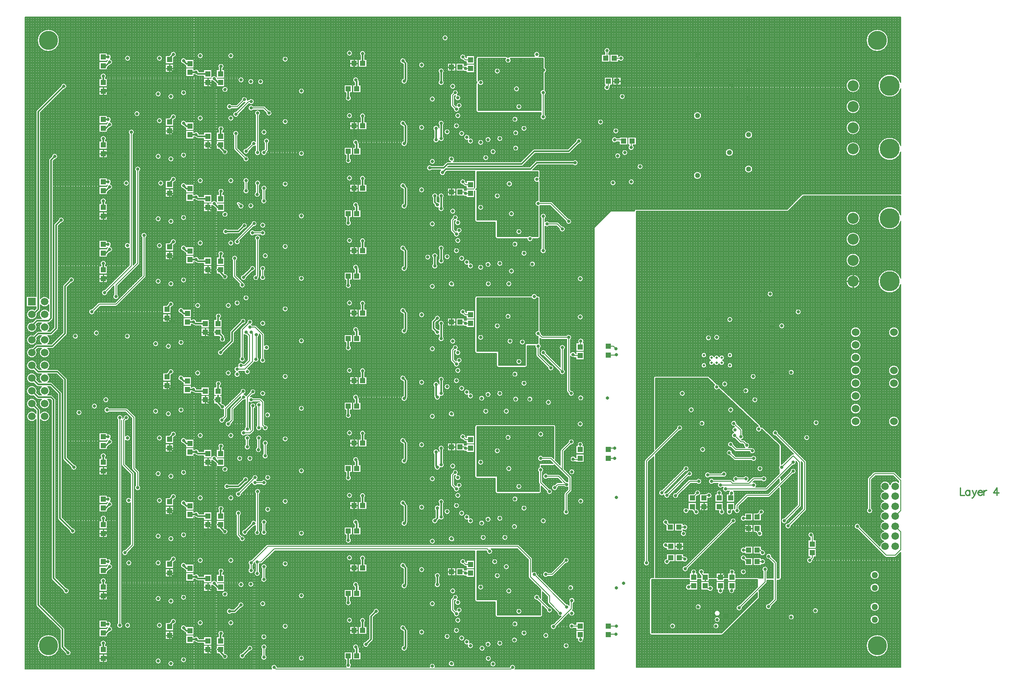
<source format=gbl>
%FSLAX23Y23*%
%MOIN*%
G70*
G01*
G75*
G04 Layer_Physical_Order=4*
%ADD10C,0.008*%
%ADD11R,0.024X0.087*%
%ADD12R,0.085X0.016*%
%ADD13R,0.039X0.043*%
%ADD14R,0.016X0.061*%
%ADD15R,0.016X0.085*%
%ADD16R,0.016X0.085*%
%ADD17R,0.043X0.039*%
%ADD18R,0.073X0.024*%
%ADD19R,0.091X0.059*%
%ADD20R,0.061X0.012*%
%ADD21R,0.012X0.061*%
%ADD22R,0.024X0.081*%
%ADD23R,0.079X0.087*%
%ADD24R,0.057X0.012*%
%ADD25R,0.081X0.024*%
%ADD26R,0.039X0.024*%
%ADD27R,0.024X0.039*%
%ADD28R,0.124X0.136*%
%ADD29R,0.031X0.142*%
%ADD30R,0.012X0.063*%
%ADD31R,0.063X0.012*%
%ADD32R,0.061X0.016*%
%ADD33R,0.079X0.047*%
%ADD34R,0.087X0.024*%
%ADD35R,0.087X0.024*%
%ADD36O,0.041X0.015*%
%ADD37R,0.041X0.015*%
%ADD38O,0.048X0.017*%
%ADD39R,0.048X0.017*%
%ADD40R,0.015X0.060*%
%ADD41R,0.101X0.062*%
%ADD42R,0.256X0.036*%
%ADD43R,0.078X0.062*%
%ADD44R,0.063X0.071*%
%ADD45C,0.012*%
%ADD46C,0.010*%
%ADD47C,0.016*%
%ADD48C,0.025*%
%ADD49C,0.050*%
%ADD50C,0.150*%
%ADD51C,0.087*%
%ADD52C,0.157*%
%ADD53R,0.059X0.059*%
%ADD54C,0.059*%
%ADD55C,0.060*%
%ADD56C,0.020*%
%ADD57C,0.050*%
%ADD58C,0.025*%
%ADD59C,0.040*%
D10*
X6039Y5980D02*
G03*
X6081Y5980I21J10D01*
G01*
X6090Y5723D02*
G03*
X6090Y5676I0J-23D01*
G01*
Y5623D02*
G03*
X6078Y5620I0J-23D01*
G01*
X5878Y5835D02*
G03*
X5878Y5835I-23J0D01*
G01*
X5990Y5633D02*
G03*
X5990Y5633I-23J0D01*
G01*
X5963Y5480D02*
G03*
X5963Y5480I-23J0D01*
G01*
X5893Y5640D02*
G03*
X5893Y5640I-23J0D01*
G01*
X5793Y5760D02*
G03*
X5793Y5760I-23J0D01*
G01*
X5663Y5670D02*
G03*
X5663Y5670I-23J0D01*
G01*
X8836Y8000D02*
G03*
X8836Y8000I-86J0D01*
G01*
X8934Y7669D02*
G03*
X8934Y7622I-87J-24D01*
G01*
X6764Y7860D02*
G03*
X6722Y7875I-23J0D01*
G01*
Y7845D02*
G03*
X6764Y7860I18J15D01*
G01*
X8614Y7645D02*
G03*
X8614Y7645I-54J0D01*
G01*
Y7480D02*
G03*
X8614Y7480I-54J0D01*
G01*
Y7315D02*
G03*
X8614Y7315I-54J0D01*
G01*
X6773Y7560D02*
G03*
X6773Y7560I-23J0D01*
G01*
X7371Y7410D02*
G03*
X7371Y7410I-31J0D01*
G01*
X8934Y7173D02*
G03*
X8934Y7126I-87J-24D01*
G01*
X8614Y7149D02*
G03*
X8614Y7149I-54J0D01*
G01*
X7772Y7259D02*
G03*
X7772Y7259I-31J0D01*
G01*
X6645Y7902D02*
G03*
X6654Y7920I-15J18D01*
G01*
G03*
X6615Y7902I-23J0D01*
G01*
X6145Y7860D02*
G03*
X6130Y7875I-15J0D01*
G01*
X6145Y7860D02*
G03*
X6130Y7875I-15J0D01*
G01*
X6157Y7767D02*
G03*
X6145Y7787I-23J0D01*
G01*
Y7746D02*
G03*
X6157Y7767I-12J20D01*
G01*
X6653Y7632D02*
G03*
X6657Y7642I-11J10D01*
G01*
X6653Y7632D02*
G03*
X6657Y7642I-11J10D01*
G01*
X6617Y7649D02*
G03*
X6654Y7630I13J-19D01*
G01*
X6144Y7609D02*
G03*
X6145Y7614I-14J5D01*
G01*
X6144Y7609D02*
G03*
X6145Y7614I-14J5D01*
G01*
X6154Y7590D02*
G03*
X6144Y7609I-23J0D01*
G01*
X6145Y7572D02*
G03*
X6154Y7590I-15J18D01*
G01*
X6103Y7890D02*
G03*
X6062Y7875I-23J0D01*
G01*
X6098D02*
G03*
X6103Y7890I-18J15D01*
G01*
X5873Y7875D02*
G03*
X5860Y7868I0J-15D01*
G01*
X5873Y7875D02*
G03*
X5860Y7868I0J-15D01*
G01*
G03*
X5849Y7868I-5J-23D01*
G01*
G03*
X5837Y7875I-13J-8D01*
G01*
X5849Y7868D02*
G03*
X5837Y7875I-13J-8D01*
G01*
X5620D02*
G03*
X5605Y7860I0J-15D01*
G01*
X5620Y7875D02*
G03*
X5605Y7860I0J-15D01*
G01*
Y7682D02*
G03*
X5611Y7670I15J0D01*
G01*
X5605Y7682D02*
G03*
X5611Y7670I15J0D01*
G01*
G03*
X5605Y7658I9J-12D01*
G01*
X5611Y7670D02*
G03*
X5605Y7658I9J-12D01*
G01*
X6603Y7360D02*
G03*
X6603Y7360I-23J0D01*
G01*
X6723Y7290D02*
G03*
X6723Y7290I-23J0D01*
G01*
X6708Y7235D02*
G03*
X6708Y7205I-18J-15D01*
G01*
X6411Y7187D02*
G03*
X6433Y7210I-1J23D01*
G01*
G03*
X6387Y7211I-23J0D01*
G01*
X6154Y7400D02*
G03*
X6145Y7418I-23J0D01*
G01*
X6115D02*
G03*
X6154Y7400I15J-18D01*
G01*
X5605Y7450D02*
G03*
X5620Y7435I15J0D01*
G01*
X5605Y7450D02*
G03*
X5620Y7435I15J0D01*
G01*
X5932Y7381D02*
G03*
X5932Y7381I-23J0D01*
G01*
X6003Y7310D02*
G03*
X6003Y7310I-23J0D01*
G01*
X5938Y7275D02*
G03*
X5938Y7275I-23J0D01*
G01*
X5813Y7230D02*
G03*
X5813Y7230I-23J0D01*
G01*
X5721Y7222D02*
G03*
X5721Y7222I-23J0D01*
G01*
X5663Y7200D02*
G03*
X5663Y7200I-23J0D01*
G01*
X7621Y7120D02*
G03*
X7621Y7120I-31J0D01*
G01*
X7772Y6991D02*
G03*
X7772Y6991I-31J0D01*
G01*
X8170Y6795D02*
G03*
X8159Y6791I0J-15D01*
G01*
X6844Y7160D02*
G03*
X6835Y7178I-23J0D01*
G01*
X6805D02*
G03*
X6844Y7160I15J-18D01*
G01*
X6793Y7120D02*
G03*
X6793Y7120I-23J0D01*
G01*
X6738Y7095D02*
G03*
X6738Y7095I-23J0D01*
G01*
X6330Y7113D02*
G03*
X6342Y7118I0J17D01*
G01*
X6330Y7113D02*
G03*
X6342Y7118I0J17D01*
G01*
X6913Y7010D02*
G03*
X6913Y7010I-23J0D01*
G01*
X7371Y6940D02*
G03*
X7371Y6940I-31J0D01*
G01*
X6404Y7040D02*
G03*
X6364Y7057I-23J0D01*
G01*
X6364Y7023D02*
G03*
X6404Y7040I16J17D01*
G01*
X6844Y6890D02*
G03*
X6844Y6890I-23J0D01*
G01*
X6701Y6883D02*
G03*
X6701Y6883I-23J0D01*
G01*
X6201Y6731D02*
G03*
X6190Y6735I-11J-11D01*
G01*
X6201Y6731D02*
G03*
X6190Y6735I-11J-11D01*
G01*
X6860Y6675D02*
G03*
X6845Y6660I0J-15D01*
G01*
X6860Y6675D02*
G03*
X6845Y6660I0J-15D01*
G01*
X6444Y5626D02*
G03*
X6448Y5640I-19J14D01*
G01*
G03*
X6406Y5626I-23J0D01*
G01*
X6444Y6130D02*
G03*
X6444Y6130I-23J0D01*
G01*
Y5830D02*
G03*
X6444Y5830I-23J0D01*
G01*
X6353Y6580D02*
G03*
X6328Y6603I-23J0D01*
G01*
X6251Y6571D02*
G03*
X6240Y6575I-11J-11D01*
G01*
X6307Y6582D02*
G03*
X6353Y6580I23J-2D01*
G01*
X6251Y6571D02*
G03*
X6240Y6575I-11J-11D01*
G01*
X6145Y6602D02*
G03*
X6154Y6620I-15J18D01*
G01*
G03*
X6115Y6602I-23J0D01*
G01*
X6178Y6575D02*
G03*
X6145Y6578I-18J-15D01*
G01*
X6304Y6520D02*
G03*
X6278Y6543I-23J0D01*
G01*
X6257Y6522D02*
G03*
X6304Y6520I23J-2D01*
G01*
X6353Y5670D02*
G03*
X6312Y5685I-23J0D01*
G01*
X6345Y5652D02*
G03*
X6353Y5670I-15J18D01*
G01*
X6312Y5655D02*
G03*
X6315Y5652I18J15D01*
G01*
X6145Y6542D02*
G03*
X6178Y6545I15J18D01*
G01*
X6154Y6350D02*
G03*
X6145Y6368I-23J0D01*
G01*
X6115D02*
G03*
X6154Y6350I15J-18D01*
G01*
X6109Y5659D02*
G03*
X6120Y5655I11J11D01*
G01*
X6109Y5659D02*
G03*
X6120Y5655I11J11D01*
G01*
X6060Y7147D02*
G03*
X6048Y7142I0J-17D01*
G01*
X6060Y7147D02*
G03*
X6048Y7142I0J-17D01*
G01*
X6080Y7057D02*
G03*
X6068Y7052I0J-17D01*
G01*
X6080Y7057D02*
G03*
X6068Y7052I0J-17D01*
G01*
X6104Y6739D02*
G03*
X6105Y6744I-14J5D01*
G01*
X6104Y6739D02*
G03*
X6105Y6744I-14J5D01*
G01*
X6108Y6735D02*
G03*
X6104Y6739I-18J-15D01*
G01*
Y6701D02*
G03*
X6108Y6705I-14J19D01*
G01*
X6105Y6696D02*
G03*
X6104Y6701I-15J0D01*
G01*
X6105Y6696D02*
G03*
X6104Y6701I-15J0D01*
G01*
X6105Y6970D02*
G03*
X6090Y6985I-15J0D01*
G01*
X6101Y6921D02*
G03*
X6105Y6931I-11J10D01*
G01*
X6101Y6921D02*
G03*
X6105Y6931I-11J10D01*
G01*
Y6970D02*
G03*
X6090Y6985I-15J0D01*
G01*
X6103Y6910D02*
G03*
X6101Y6921I-23J0D01*
G01*
Y6899D02*
G03*
X6103Y6910I-21J11D01*
G01*
X6105Y6889D02*
G03*
X6101Y6899I-15J0D01*
G01*
X6105Y6889D02*
G03*
X6101Y6899I-15J0D01*
G01*
X6090Y6445D02*
G03*
X6105Y6460I0J15D01*
G01*
X6090Y6445D02*
G03*
X6105Y6460I0J15D01*
G01*
X6003Y6445D02*
G03*
X6050Y6443I23J-2D01*
G01*
X5938Y7155D02*
G03*
X5938Y7155I-23J0D01*
G01*
X5760Y7127D02*
G03*
X5760Y7127I-23J0D01*
G01*
X5960Y7013D02*
G03*
X5972Y7018I0J17D01*
G01*
X5960Y7013D02*
G03*
X5972Y7018I0J17D01*
G01*
X5703Y7080D02*
G03*
X5703Y7080I-23J0D01*
G01*
X5755Y6460D02*
G03*
X5770Y6445I15J0D01*
G01*
X5755Y6460D02*
G03*
X5770Y6445I15J0D01*
G01*
X5595Y6590D02*
G03*
X5610Y6575I15J0D01*
G01*
X5595Y6590D02*
G03*
X5610Y6575I15J0D01*
G01*
X5595Y6973D02*
G03*
X5595Y6970I15J-3D01*
G01*
X5595Y6973D02*
G03*
X5595Y6970I15J-3D01*
G01*
X6069Y6245D02*
G03*
X6069Y6245I-23J0D01*
G01*
X6003Y6330D02*
G03*
X6003Y6330I-23J0D01*
G01*
X6104Y5719D02*
G03*
X6105Y5723I-14J5D01*
G01*
X6083Y5995D02*
G03*
X6037Y5995I-23J-5D01*
G01*
X6105Y5980D02*
G03*
X6090Y5995I-15J0D01*
G01*
X6114Y5700D02*
G03*
X6104Y5719I-23J0D01*
G01*
X6114Y5600D02*
G03*
X6104Y5619I-23J0D01*
G01*
Y5719D02*
G03*
X6105Y5723I-14J5D01*
G01*
Y5980D02*
G03*
X6090Y5995I-15J0D01*
G01*
X6104Y5619D02*
G03*
X6105Y5623I-14J5D01*
G01*
X6104Y5619D02*
G03*
X6105Y5623I-14J5D01*
G01*
X5932Y6401D02*
G03*
X5932Y6401I-23J0D01*
G01*
X5813Y6250D02*
G03*
X5813Y6250I-23J0D01*
G01*
X5721Y6242D02*
G03*
X5721Y6242I-23J0D01*
G01*
X5904Y6190D02*
G03*
X5904Y6190I-23J0D01*
G01*
X5884Y6090D02*
G03*
X5884Y6090I-23J0D01*
G01*
X5663Y6220D02*
G03*
X5663Y6220I-23J0D01*
G01*
X5723Y6090D02*
G03*
X5723Y6090I-23J0D01*
G01*
X5610Y5995D02*
G03*
X5595Y5980I0J-15D01*
G01*
X5610Y5995D02*
G03*
X5595Y5980I0J-15D01*
G01*
X5512Y7837D02*
G03*
X5522Y7833I11J11D01*
G01*
X5512Y7837D02*
G03*
X5522Y7833I11J11D01*
G01*
X5516Y7804D02*
G03*
X5512Y7805I-6J-14D01*
G01*
X5529Y7803D02*
G03*
X5516Y7804I-8J-22D01*
G01*
G03*
X5512Y7805I-6J-14D01*
G01*
X5511Y7759D02*
G03*
X5522Y7757I9J22D01*
G01*
X5523Y7870D02*
G03*
X5502Y7847I-23J0D01*
G01*
X5522Y7757D02*
G03*
X5529Y7755I8J13D01*
G01*
X5456Y7573D02*
G03*
X5464Y7590I-16J17D01*
G01*
X5484Y7550D02*
G03*
X5456Y7573I-23J0D01*
G01*
X5444Y7567D02*
G03*
X5484Y7550I16J-17D01*
G01*
X5438Y7567D02*
G03*
X5444Y7567I2J23D01*
G01*
X5473Y7467D02*
G03*
X5494Y7490I-3J23D01*
G01*
G03*
X5447Y7484I-23J0D01*
G01*
X5473Y7460D02*
G03*
X5473Y7467I-23J0D01*
G01*
X5464Y7590D02*
G03*
X5417Y7588I-23J0D01*
G01*
X5444Y7640D02*
G03*
X5444Y7640I-23J0D01*
G01*
X5409Y7581D02*
G03*
X5405Y7570I11J-11D01*
G01*
X5409Y7581D02*
G03*
X5405Y7570I11J-11D01*
G01*
X5427Y7462D02*
G03*
X5473Y7460I23J-2D01*
G01*
X5484Y7410D02*
G03*
X5484Y7410I-23J0D01*
G01*
X5473Y7330D02*
G03*
X5473Y7330I-23J0D01*
G01*
X5405Y7490D02*
G03*
X5409Y7479I15J0D01*
G01*
X5405Y7490D02*
G03*
X5409Y7479I15J0D01*
G01*
X5384Y8020D02*
G03*
X5384Y8020I-23J0D01*
G01*
X5347Y7744D02*
G03*
X5353Y7760I-17J16D01*
G01*
G03*
X5313Y7744I-23J0D01*
G01*
X5067Y7820D02*
G03*
X5062Y7832I-17J0D01*
G01*
X5067Y7820D02*
G03*
X5062Y7832I-17J0D01*
G01*
X5200Y7807D02*
G03*
X5200Y7807I-23J0D01*
G01*
X5353Y7670D02*
G03*
X5347Y7686I-23J0D01*
G01*
X5313D02*
G03*
X5353Y7670I17J-16D01*
G01*
X5284Y7540D02*
G03*
X5284Y7540I-23J0D01*
G01*
X5347Y7334D02*
G03*
X5353Y7350I-17J16D01*
G01*
G03*
X5313Y7334I-23J0D01*
G01*
Y7315D02*
G03*
X5273Y7294I-23J-5D01*
G01*
X5063Y7680D02*
G03*
X5067Y7690I-13J10D01*
G01*
X5063Y7680D02*
G03*
X5067Y7690I-13J10D01*
G01*
X5200Y7317D02*
G03*
X5200Y7317I-23J0D01*
G01*
X5067Y7330D02*
G03*
X5062Y7342I-17J0D01*
G01*
X5067Y7330D02*
G03*
X5062Y7342I-17J0D01*
G01*
X5583Y7210D02*
G03*
X5552Y7232I-23J0D01*
G01*
X5538Y7218D02*
G03*
X5583Y7210I22J-8D01*
G01*
X5552Y7232D02*
G03*
X5554Y7240I-22J8D01*
G01*
G03*
X5538Y7218I-23J0D01*
G01*
X5514Y7270D02*
G03*
X5514Y7270I-23J0D01*
G01*
X5433Y7067D02*
G03*
X5433Y7070I-23J3D01*
G01*
X5435Y7060D02*
G03*
X5433Y7067I-15J0D01*
G01*
X5512Y6857D02*
G03*
X5522Y6853I11J11D01*
G01*
X5512Y6857D02*
G03*
X5522Y6853I11J11D01*
G01*
X5523Y6890D02*
G03*
X5502Y6867I-23J0D01*
G01*
X5516Y6824D02*
G03*
X5512Y6825I-6J-14D01*
G01*
X5516Y6824D02*
G03*
X5512Y6825I-6J-14D01*
G01*
X5400Y7283D02*
G03*
X5400Y7283I-23J0D01*
G01*
X5353Y7230D02*
G03*
X5347Y7246I-23J0D01*
G01*
X5313Y7214D02*
G03*
X5353Y7230I17J16D01*
G01*
X5433Y7070D02*
G03*
X5405Y7047I-23J0D01*
G01*
X5273Y7236D02*
G03*
X5313Y7214I17J-16D01*
G01*
X5063Y7190D02*
G03*
X5067Y7200I-13J10D01*
G01*
X5063Y7190D02*
G03*
X5067Y7200I-13J10D01*
G01*
X5284Y7050D02*
G03*
X5284Y7050I-23J0D01*
G01*
X5427Y7047D02*
G03*
X5435Y7060I-7J13D01*
G01*
X5380Y7047D02*
G03*
X5368Y7042I0J-17D01*
G01*
X5380Y7047D02*
G03*
X5368Y7042I0J-17D01*
G01*
X5327Y6983D02*
G03*
X5363Y6963I13J-20D01*
G01*
X5256Y7017D02*
G03*
X5256Y6983I-16J-17D01*
G01*
X5067Y6840D02*
G03*
X5062Y6852I-17J0D01*
G01*
X5200Y6827D02*
G03*
X5200Y6827I-23J0D01*
G01*
X5067Y6840D02*
G03*
X5062Y6852I-17J0D01*
G01*
X4730Y7880D02*
G03*
X4737Y7897I-17J16D01*
G01*
X5053Y7841D02*
G03*
X5029Y7817I-23J-1D01*
G01*
X5033Y7702D02*
G03*
X5063Y7680I7J-22D01*
G01*
X4737Y7897D02*
G03*
X4696Y7880I-23J0D01*
G01*
X4686Y7681D02*
G03*
X4683Y7690I-17J0D01*
G01*
Y7690D02*
G03*
X4652Y7668I-23J0D01*
G01*
X4730Y7390D02*
G03*
X4737Y7407I-17J16D01*
G01*
X5053Y7351D02*
G03*
X5029Y7327I-23J-1D01*
G01*
X4686Y7681D02*
G03*
X4683Y7690I-17J0D01*
G01*
X4737Y7407D02*
G03*
X4696Y7390I-23J0D01*
G01*
X4634Y7900D02*
G03*
X4634Y7900I-23J0D01*
G01*
X4130Y7853D02*
G03*
X4130Y7853I-23J0D01*
G01*
X4626Y7548D02*
G03*
X4619Y7564I-23J0D01*
G01*
X4585D02*
G03*
X4626Y7548I17J-16D01*
G01*
X4634Y7410D02*
G03*
X4634Y7410I-23J0D01*
G01*
X4257Y7603D02*
G03*
X4257Y7603I-23J0D01*
G01*
X3951Y7481D02*
G03*
X3940Y7485I-11J-11D01*
G01*
X3951Y7481D02*
G03*
X3940Y7485I-11J-11D01*
G01*
X4003Y7430D02*
G03*
X3978Y7453I-23J0D01*
G01*
X4130Y7363D02*
G03*
X4130Y7363I-23J0D01*
G01*
X3957Y7432D02*
G03*
X4003Y7430I23J-2D01*
G01*
X5033Y7212D02*
G03*
X5063Y7190I7J-22D01*
G01*
X4686Y7191D02*
G03*
X4683Y7200I-17J0D01*
G01*
X4686Y7191D02*
G03*
X4683Y7200I-17J0D01*
G01*
Y7200D02*
G03*
X4652Y7178I-23J0D01*
G01*
X4730Y6900D02*
G03*
X4737Y6917I-17J16D01*
G01*
G03*
X4696Y6900I-23J0D01*
G01*
X5053Y6861D02*
G03*
X5029Y6837I-23J-1D01*
G01*
X4626Y7058D02*
G03*
X4619Y7074I-23J0D01*
G01*
X4585D02*
G03*
X4626Y7058I17J-16D01*
G01*
X4634Y6920D02*
G03*
X4634Y6920I-23J0D01*
G01*
X3975Y7192D02*
G03*
X3984Y7210I-15J18D01*
G01*
X4257Y7113D02*
G03*
X4257Y7113I-23J0D01*
G01*
X3971Y7129D02*
G03*
X3975Y7140I-11J11D01*
G01*
X3971Y7129D02*
G03*
X3975Y7140I-11J11D01*
G01*
X3964Y7280D02*
G03*
X3964Y7280I-23J0D01*
G01*
X3984Y7210D02*
G03*
X3945Y7192I-23J0D01*
G01*
X3942Y7143D02*
G03*
X3964Y7120I-2J-23D01*
G01*
X3914D02*
G03*
X3905Y7138I-23J0D01*
G01*
X4130Y6873D02*
G03*
X4130Y6873I-23J0D01*
G01*
X3964Y6840D02*
G03*
X3925Y6822I-23J0D01*
G01*
X3955D02*
G03*
X3964Y6840I-15J18D01*
G01*
X3905Y6862D02*
G03*
X3914Y6880I-15J18D01*
G01*
X5591Y6818D02*
G03*
X5595Y6816I9J12D01*
G01*
X5591Y6818D02*
G03*
X5595Y6816I9J12D01*
G01*
X5529Y6823D02*
G03*
X5516Y6824I-8J-22D01*
G01*
X5511Y6779D02*
G03*
X5522Y6777I9J22D01*
G01*
G03*
X5529Y6775I8J13D01*
G01*
X5444Y6660D02*
G03*
X5444Y6660I-23J0D01*
G01*
X5464Y6610D02*
G03*
X5417Y6608I-23J0D01*
G01*
X5484Y6570D02*
G03*
X5456Y6593I-23J0D01*
G01*
X5473Y6487D02*
G03*
X5494Y6510I-3J23D01*
G01*
G03*
X5447Y6504I-23J0D01*
G01*
X5473Y6480D02*
G03*
X5473Y6487I-23J0D01*
G01*
X5456Y6593D02*
G03*
X5464Y6610I-16J17D01*
G01*
X5438Y6587D02*
G03*
X5444Y6587I2J23D01*
G01*
X5514Y6290D02*
G03*
X5514Y6290I-23J0D01*
G01*
X5552Y6252D02*
G03*
X5554Y6260I-22J8D01*
G01*
X5444Y6587D02*
G03*
X5484Y6570I16J-17D01*
G01*
X5427Y6482D02*
G03*
X5473Y6480I23J-2D01*
G01*
X5484Y6430D02*
G03*
X5484Y6430I-23J0D01*
G01*
X5409Y6601D02*
G03*
X5405Y6590I11J-11D01*
G01*
X5409Y6601D02*
G03*
X5405Y6590I11J-11D01*
G01*
Y6510D02*
G03*
X5409Y6499I15J0D01*
G01*
X5405Y6510D02*
G03*
X5409Y6499I15J0D01*
G01*
X5473Y6350D02*
G03*
X5473Y6350I-23J0D01*
G01*
X5353Y6780D02*
G03*
X5313Y6764I-23J0D01*
G01*
X5347D02*
G03*
X5353Y6780I-17J16D01*
G01*
X5297Y6764D02*
G03*
X5304Y6780I-17J16D01*
G01*
X5353Y6680D02*
G03*
X5347Y6696I-23J0D01*
G01*
X5308Y6688D02*
G03*
X5353Y6680I22J-8D01*
G01*
X5313Y6730D02*
G03*
X5301Y6733I-13J-20D01*
G01*
X5304Y6780D02*
G03*
X5263Y6764I-23J0D01*
G01*
X5277Y6709D02*
G03*
X5308Y6688I23J1D01*
G01*
X5263Y6730D02*
G03*
X5268Y6718I17J0D01*
G01*
X5263Y6730D02*
G03*
X5268Y6718I17J0D01*
G01*
X5063Y6700D02*
G03*
X5067Y6710I-13J10D01*
G01*
X5063Y6700D02*
G03*
X5067Y6710I-13J10D01*
G01*
X5347Y6354D02*
G03*
X5353Y6370I-17J16D01*
G01*
G03*
X5313Y6354I-23J0D01*
G01*
X5400Y6303D02*
G03*
X5400Y6303I-23J0D01*
G01*
X5353Y6270D02*
G03*
X5347Y6286I-23J0D01*
G01*
X5313D02*
G03*
X5353Y6270I17J-16D01*
G01*
X5297Y6294D02*
G03*
X5304Y6310I-17J16D01*
G01*
X5284Y6560D02*
G03*
X5284Y6560I-23J0D01*
G01*
X5067Y6350D02*
G03*
X5062Y6362I-17J0D01*
G01*
X5067Y6350D02*
G03*
X5062Y6362I-17J0D01*
G01*
X5304Y6310D02*
G03*
X5263Y6294I-23J0D01*
G01*
X5248Y6300D02*
G03*
X5248Y6300I-23J0D01*
G01*
X5583Y6230D02*
G03*
X5552Y6252I-23J0D01*
G01*
X5538Y6238D02*
G03*
X5583Y6230I22J-8D01*
G01*
X5554Y6260D02*
G03*
X5538Y6238I-23J0D01*
G01*
X5512Y5837D02*
G03*
X5522Y5833I11J11D01*
G01*
X5512Y5837D02*
G03*
X5522Y5833I11J11D01*
G01*
X5433Y6090D02*
G03*
X5413Y6067I-23J0D01*
G01*
X5433Y6087D02*
G03*
X5433Y6090I-23J3D01*
G01*
X5435Y6080D02*
G03*
X5433Y6087I-15J0D01*
G01*
X5413Y6067D02*
G03*
X5435Y6080I7J13D01*
G01*
X5523Y5870D02*
G03*
X5502Y5847I-23J0D01*
G01*
X5529Y5803D02*
G03*
X5516Y5804I-8J-22D01*
G01*
G03*
X5512Y5805I-6J-14D01*
G01*
X5516Y5804D02*
G03*
X5512Y5805I-6J-14D01*
G01*
X5522Y5757D02*
G03*
X5529Y5755I8J13D01*
G01*
X5511Y5759D02*
G03*
X5522Y5757I9J22D01*
G01*
X5444Y5640D02*
G03*
X5444Y5640I-23J0D01*
G01*
X5304Y6230D02*
G03*
X5297Y6246I-23J0D01*
G01*
X5263D02*
G03*
X5304Y6230I17J-16D01*
G01*
X5324Y5820D02*
G03*
X5277Y5821I-23J0D01*
G01*
X5301Y5797D02*
G03*
X5324Y5820I-1J23D01*
G01*
X5284Y6070D02*
G03*
X5284Y6070I-23J0D01*
G01*
X5063Y6210D02*
G03*
X5067Y6220I-13J10D01*
G01*
X5063Y6210D02*
G03*
X5067Y6220I-13J10D01*
G01*
X5200Y5847D02*
G03*
X5200Y5847I-23J0D01*
G01*
X5067Y5860D02*
G03*
X5062Y5872I-17J0D01*
G01*
X5067Y5860D02*
G03*
X5062Y5872I-17J0D01*
G01*
X5347Y5764D02*
G03*
X5353Y5780I-17J16D01*
G01*
G03*
X5313Y5764I-23J0D01*
G01*
X5353Y5660D02*
G03*
X5347Y5676I-23J0D01*
G01*
X5313D02*
G03*
X5353Y5660I17J-16D01*
G01*
X5313Y5730D02*
G03*
X5301Y5733I-13J-20D01*
G01*
X5258Y5802D02*
G03*
X5253Y5790I12J-12D01*
G01*
X5258Y5802D02*
G03*
X5253Y5790I12J-12D01*
G01*
X5277Y5709D02*
G03*
X5313Y5690I23J1D01*
G01*
X5253Y5740D02*
G03*
X5258Y5728I17J0D01*
G01*
X5253Y5740D02*
G03*
X5258Y5728I17J0D01*
G01*
X5063Y5720D02*
G03*
X5067Y5730I-13J10D01*
G01*
X5063Y5720D02*
G03*
X5067Y5730I-13J10D01*
G01*
X5033Y6722D02*
G03*
X5063Y6700I7J-22D01*
G01*
X4686Y6701D02*
G03*
X4683Y6710I-17J0D01*
G01*
X4686Y6701D02*
G03*
X4683Y6710I-17J0D01*
G01*
Y6710D02*
G03*
X4652Y6688I-23J0D01*
G01*
X4730Y6410D02*
G03*
X4737Y6427I-17J16D01*
G01*
G03*
X4696Y6410I-23J0D01*
G01*
X5053Y6371D02*
G03*
X5029Y6347I-23J-1D01*
G01*
X4686Y6211D02*
G03*
X4683Y6220I-17J0D01*
G01*
X4686Y6211D02*
G03*
X4683Y6220I-17J0D01*
G01*
Y6220D02*
G03*
X4652Y6198I-23J0D01*
G01*
X4626Y6568D02*
G03*
X4619Y6584I-23J0D01*
G01*
X4585D02*
G03*
X4626Y6568I17J-16D01*
G01*
X3963Y6740D02*
G03*
X3955Y6758I-23J0D01*
G01*
X3925Y6759D02*
G03*
X3963Y6740I15J-18D01*
G01*
X3912Y6792D02*
G03*
X3905Y6808I-23J0D01*
G01*
X4257Y6623D02*
G03*
X4257Y6623I-23J0D01*
G01*
X3954Y6550D02*
G03*
X3954Y6550I-23J0D01*
G01*
X4634Y6430D02*
G03*
X4634Y6430I-23J0D01*
G01*
X4130Y6383D02*
G03*
X4130Y6383I-23J0D01*
G01*
X3945Y6192D02*
G03*
X3954Y6210I-15J18D01*
G01*
Y6490D02*
G03*
X3912Y6505I-23J0D01*
G01*
Y6475D02*
G03*
X3954Y6490I18J15D01*
G01*
X3905Y6432D02*
G03*
X3914Y6450I-15J18D01*
G01*
X3974Y6310D02*
G03*
X3974Y6310I-23J0D01*
G01*
X5033Y6232D02*
G03*
X5063Y6210I7J-22D01*
G01*
X4730Y5920D02*
G03*
X4737Y5937I-17J16D01*
G01*
X5053Y5881D02*
G03*
X5029Y5857I-23J-1D01*
G01*
X4737Y5937D02*
G03*
X4696Y5920I-23J0D01*
G01*
X4686Y5721D02*
G03*
X4683Y5730I-17J0D01*
G01*
X4686Y5721D02*
G03*
X4683Y5730I-17J0D01*
G01*
X5033Y5742D02*
G03*
X5063Y5720I7J-22D01*
G01*
X4683Y5730D02*
G03*
X4652Y5708I-23J0D01*
G01*
X4257Y6133D02*
G03*
X4257Y6133I-23J0D01*
G01*
X3954Y6210D02*
G03*
X3915Y6192I-23J0D01*
G01*
X3953Y6140D02*
G03*
X3945Y6157I-23J0D01*
G01*
X3915Y6158D02*
G03*
X3953Y6140I15J-18D01*
G01*
X4626Y6078D02*
G03*
X4619Y6094I-23J0D01*
G01*
X4585D02*
G03*
X4626Y6078I17J-16D01*
G01*
X4634Y5940D02*
G03*
X4634Y5940I-23J0D01*
G01*
X4130Y5893D02*
G03*
X4130Y5893I-23J0D01*
G01*
X3954Y5780D02*
G03*
X3954Y5780I-23J0D01*
G01*
X3945Y5690D02*
G03*
X3941Y5701I-15J0D01*
G01*
X3945Y5690D02*
G03*
X3941Y5701I-15J0D01*
G01*
X4257Y5643D02*
G03*
X4257Y5643I-23J0D01*
G01*
X6370Y5512D02*
G03*
X6373Y5512I4J15D01*
G01*
X6370Y5512D02*
G03*
X6373Y5512I4J15D01*
G01*
X6388Y5542D02*
G03*
X6345Y5547I-23J-7D01*
G01*
Y5523D02*
G03*
X6370Y5512I20J12D01*
G01*
X6448Y5195D02*
G03*
X6448Y5195I-23J0D01*
G01*
X6444Y4990D02*
G03*
X6444Y4990I-23J0D01*
G01*
X6373Y5230D02*
G03*
X6348Y5253I-23J0D01*
G01*
X6327Y5232D02*
G03*
X6373Y5230I23J-2D01*
G01*
Y4850D02*
G03*
X6327Y4848I-23J0D01*
G01*
X6348Y4827D02*
G03*
X6373Y4850I2J23D01*
G01*
X6295Y5572D02*
G03*
X6304Y5590I-15J18D01*
G01*
G03*
X6265Y5572I-23J0D01*
G01*
X6304Y5400D02*
G03*
X6295Y5418I-23J0D01*
G01*
X6257Y5402D02*
G03*
X6304Y5400I23J-2D01*
G01*
X6315Y5250D02*
G03*
X6319Y5239I15J0D01*
G01*
X6315Y5250D02*
G03*
X6319Y5239I15J0D01*
G01*
X6214Y5430D02*
G03*
X6188Y5453I-23J0D01*
G01*
X6167Y5432D02*
G03*
X6214Y5430I23J-2D01*
G01*
X6194Y5160D02*
G03*
X6194Y5160I-23J0D01*
G01*
X6228Y4970D02*
G03*
X6213Y4985I-15J0D01*
G01*
X6228Y4970D02*
G03*
X6213Y4985I-15J0D01*
G01*
X6442Y4822D02*
G03*
X6444Y4830I-22J8D01*
G01*
G03*
X6398Y4822I-23J0D01*
G01*
X6386Y4725D02*
G03*
X6377Y4695I-21J-10D01*
G01*
X6378Y4615D02*
G03*
X6378Y4615I-23J0D01*
G01*
X6355Y4570D02*
G03*
X6351Y4581I-15J0D01*
G01*
X6355Y4570D02*
G03*
X6351Y4581I-15J0D01*
G01*
X6351Y4459D02*
G03*
X6355Y4470I-11J11D01*
G01*
X6351Y4459D02*
G03*
X6355Y4470I-11J11D01*
G01*
X6269Y4791D02*
G03*
X6265Y4780I11J-11D01*
G01*
X6269Y4791D02*
G03*
X6265Y4780I11J-11D01*
G01*
X6224Y4707D02*
G03*
X6228Y4718I-11J11D01*
G01*
X6224Y4707D02*
G03*
X6228Y4718I-11J11D01*
G01*
X6209Y4665D02*
G03*
X6219Y4669I0J15D01*
G01*
X6209Y4665D02*
G03*
X6219Y4669I0J15D01*
G01*
X6325Y4536D02*
G03*
X6313Y4538I-10J-21D01*
G01*
X6261Y4591D02*
G03*
X6250Y4595I-11J-11D01*
G01*
X6261Y4591D02*
G03*
X6250Y4595I-11J-11D01*
G01*
X6297Y4500D02*
G03*
X6325Y4494I18J15D01*
G01*
X6245Y4530D02*
G03*
X6234Y4526I0J-15D01*
G01*
X6245Y4530D02*
G03*
X6234Y4526I0J-15D01*
G01*
X6222Y4513D02*
G03*
X6244Y4490I-2J-23D01*
G01*
X6203Y4460D02*
G03*
X6178Y4483I-23J0D01*
G01*
X6105Y5582D02*
G03*
X6114Y5600I-15J18D01*
G01*
X6067Y5605D02*
G03*
X6075Y5582I23J-5D01*
G01*
X6154Y5550D02*
G03*
X6132Y5527I-23J0D01*
G01*
X6075Y5530D02*
G03*
X6079Y5519I15J0D01*
G01*
X6075Y5530D02*
G03*
X6079Y5519I15J0D01*
G01*
X5990Y5435D02*
G03*
X6005Y5450I0J15D01*
G01*
X5990Y5435D02*
G03*
X6005Y5450I0J15D01*
G01*
X5932Y5381D02*
G03*
X5932Y5381I-23J0D01*
G01*
X6003Y5310D02*
G03*
X6003Y5310I-23J0D01*
G01*
X6049Y5185D02*
G03*
X6049Y5185I-23J0D01*
G01*
X5938D02*
G03*
X5938Y5185I-23J0D01*
G01*
X5765Y5450D02*
G03*
X5780Y5435I15J0D01*
G01*
X5765Y5450D02*
G03*
X5780Y5435I15J0D01*
G01*
X5595Y5560D02*
G03*
X5610Y5545I15J0D01*
G01*
X5595Y5560D02*
G03*
X5610Y5545I15J0D01*
G01*
X5484Y5550D02*
G03*
X5456Y5573I-23J0D01*
G01*
X5444Y5567D02*
G03*
X5484Y5550I16J-17D01*
G01*
X5494Y5490D02*
G03*
X5447Y5484I-23J0D01*
G01*
X5473Y5467D02*
G03*
X5494Y5490I-3J23D01*
G01*
X5473Y5460D02*
G03*
X5473Y5467I-23J0D01*
G01*
X5427Y5462D02*
G03*
X5473Y5460I23J-2D01*
G01*
X5813Y5230D02*
G03*
X5813Y5230I-23J0D01*
G01*
X5552Y5232D02*
G03*
X5554Y5240I-22J8D01*
G01*
X5864Y5090D02*
G03*
X5864Y5090I-23J0D01*
G01*
X5721Y5222D02*
G03*
X5721Y5222I-23J0D01*
G01*
X5703Y5090D02*
G03*
X5703Y5090I-23J0D01*
G01*
X5671Y5192D02*
G03*
X5671Y5192I-23J0D01*
G01*
X5514Y5270D02*
G03*
X5514Y5270I-23J0D01*
G01*
X5484Y5410D02*
G03*
X5484Y5410I-23J0D01*
G01*
X5473Y5330D02*
G03*
X5473Y5330I-23J0D01*
G01*
X5583Y5210D02*
G03*
X5552Y5232I-23J0D01*
G01*
X5554Y5240D02*
G03*
X5538Y5218I-23J0D01*
G01*
G03*
X5583Y5210I22J-8D01*
G01*
X6168Y4595D02*
G03*
X6168Y4565I-18J-15D01*
G01*
X6125Y4612D02*
G03*
X6134Y4630I-15J18D01*
G01*
G03*
X6115Y4653I-23J0D01*
G01*
X5610Y4985D02*
G03*
X5595Y4970I0J-15D01*
G01*
X5610Y4985D02*
G03*
X5595Y4970I0J-15D01*
G01*
Y4580D02*
G03*
X5610Y4565I15J0D01*
G01*
X5595Y4580D02*
G03*
X5610Y4565I15J0D01*
G01*
X5512Y4857D02*
G03*
X5522Y4853I11J11D01*
G01*
X5512Y4857D02*
G03*
X5522Y4853I11J11D01*
G01*
X5523Y4890D02*
G03*
X5502Y4867I-23J0D01*
G01*
X5529Y4823D02*
G03*
X5516Y4824I-8J-22D01*
G01*
G03*
X5512Y4825I-6J-14D01*
G01*
X5516Y4824D02*
G03*
X5512Y4825I-6J-14D01*
G01*
X5522Y4777D02*
G03*
X5529Y4775I8J13D01*
G01*
X5511Y4779D02*
G03*
X5522Y4777I9J22D01*
G01*
X5494Y4510D02*
G03*
X5447Y4504I-23J0D01*
G01*
X5484Y4570D02*
G03*
X5456Y4593I-23J0D01*
G01*
X5444Y4587D02*
G03*
X5484Y4570I16J-17D01*
G01*
X5473Y4487D02*
G03*
X5494Y4510I-3J23D01*
G01*
X5473Y4480D02*
G03*
X5473Y4487I-23J0D01*
G01*
X5427Y4482D02*
G03*
X5473Y4480I23J-2D01*
G01*
X6448Y4385D02*
G03*
X6448Y4385I-23J0D01*
G01*
X6333Y4300D02*
G03*
X6325Y4318I-23J0D01*
G01*
X6295D02*
G03*
X6333Y4300I15J-18D01*
G01*
X6299Y4451D02*
G03*
X6295Y4440I11J-11D01*
G01*
X6299Y4451D02*
G03*
X6295Y4440I11J-11D01*
G01*
X6333Y3920D02*
G03*
X6287Y3918I-23J0D01*
G01*
X6308Y3897D02*
G03*
X6333Y3920I2J23D01*
G01*
X6369Y3705D02*
G03*
X6369Y3705I-23J0D01*
G01*
X6157Y4462D02*
G03*
X6203Y4460I23J-2D01*
G01*
X6100Y4445D02*
G03*
X6115Y4460I0J15D01*
G01*
X6100Y4445D02*
G03*
X6115Y4460I0J15D01*
G01*
X6154Y4230D02*
G03*
X6154Y4230I-23J0D01*
G01*
X6003Y4330D02*
G03*
X6003Y4330I-23J0D01*
G01*
X6200Y3795D02*
G03*
X6211Y3799I0J15D01*
G01*
X6200Y3795D02*
G03*
X6211Y3799I0J15D01*
G01*
X6168Y3825D02*
G03*
X6168Y3795I-18J-15D01*
G01*
X5941Y4041D02*
G03*
X5930Y4045I-11J-11D01*
G01*
X5941Y4041D02*
G03*
X5930Y4045I-11J-11D01*
G01*
X6045Y3930D02*
G03*
X6041Y3941I-15J0D01*
G01*
X6045Y3930D02*
G03*
X6041Y3941I-15J0D01*
G01*
X6083Y3810D02*
G03*
X6045Y3828I-23J0D01*
G01*
X6121Y3611D02*
G03*
X6125Y3621I-11J11D01*
G01*
X6121Y3611D02*
G03*
X6125Y3621I-11J11D01*
G01*
X6365Y3584D02*
G03*
X6378Y3605I-10J21D01*
G01*
X6361Y3529D02*
G03*
X6365Y3540I-11J11D01*
G01*
X6378Y3605D02*
G03*
X6335Y3593I-23J0D01*
G01*
X6361Y3529D02*
G03*
X6365Y3540I-11J11D01*
G01*
X6378Y3505D02*
G03*
X6359Y3528I-23J0D01*
G01*
X6332Y3501D02*
G03*
X6378Y3505I23J4D01*
G01*
X6335Y3567D02*
G03*
X6313Y3578I-20J-12D01*
G01*
X6374Y3418D02*
G03*
X6372Y3388I-19J-13D01*
G01*
X6447Y3297D02*
G03*
X6446Y3304I-23J0D01*
G01*
X6401D02*
G03*
X6447Y3297I22J-7D01*
G01*
X6333Y3250D02*
G03*
X6333Y3250I-23J0D01*
G01*
X6203Y3530D02*
G03*
X6178Y3553I-23J0D01*
G01*
X6165Y3590D02*
G03*
X6169Y3579I15J0D01*
G01*
X6165Y3590D02*
G03*
X6169Y3579I15J0D01*
G01*
X6242Y3507D02*
G03*
X6271Y3482I23J-2D01*
G01*
X6157Y3532D02*
G03*
X6203Y3530I23J-2D01*
G01*
X6110Y3475D02*
G03*
X6125Y3490I0J15D01*
G01*
X6110Y3475D02*
G03*
X6125Y3490I0J15D01*
G01*
X6212Y3423D02*
G03*
X6234Y3400I-2J-23D01*
G01*
X6174Y3330D02*
G03*
X6174Y3330I-23J0D01*
G01*
X6003Y3350D02*
G03*
X6003Y3350I-23J0D01*
G01*
X5932Y4401D02*
G03*
X5932Y4401I-23J0D01*
G01*
X5755Y4460D02*
G03*
X5770Y4445I15J0D01*
G01*
X5755Y4460D02*
G03*
X5770Y4445I15J0D01*
G01*
X5813Y4250D02*
G03*
X5813Y4250I-23J0D01*
G01*
X5721Y4242D02*
G03*
X5721Y4242I-23J0D01*
G01*
X5928Y4185D02*
G03*
X5928Y4185I-23J0D01*
G01*
X5853Y4100D02*
G03*
X5853Y4100I-23J0D01*
G01*
X5671Y4212D02*
G03*
X5671Y4212I-23J0D01*
G01*
X5683Y4100D02*
G03*
X5683Y4100I-23J0D01*
G01*
X5583Y4230D02*
G03*
X5552Y4252I-23J0D01*
G01*
X5538Y4238D02*
G03*
X5583Y4230I22J-8D01*
G01*
X5552Y4252D02*
G03*
X5554Y4260I-22J8D01*
G01*
G03*
X5538Y4238I-23J0D01*
G01*
X5514Y4290D02*
G03*
X5514Y4290I-23J0D01*
G01*
X5484Y4430D02*
G03*
X5484Y4430I-23J0D01*
G01*
X5473Y4350D02*
G03*
X5473Y4350I-23J0D01*
G01*
X5529Y3843D02*
G03*
X5516Y3844I-8J-22D01*
G01*
X5522Y3797D02*
G03*
X5529Y3795I8J13D01*
G01*
X5512Y3877D02*
G03*
X5522Y3873I11J11D01*
G01*
X5523Y3910D02*
G03*
X5502Y3887I-23J0D01*
G01*
X5512Y3877D02*
G03*
X5522Y3873I11J11D01*
G01*
X5516Y3844D02*
G03*
X5512Y3845I-6J-14D01*
G01*
X5516Y3844D02*
G03*
X5512Y3845I-6J-14D01*
G01*
X5511Y3799D02*
G03*
X5522Y3797I9J22D01*
G01*
X5932Y3421D02*
G03*
X5932Y3421I-23J0D01*
G01*
X5755Y3490D02*
G03*
X5770Y3475I15J0D01*
G01*
X5755Y3490D02*
G03*
X5770Y3475I15J0D01*
G01*
X5928Y3295D02*
G03*
X5928Y3295I-23J0D01*
G01*
X5813Y3270D02*
G03*
X5813Y3270I-23J0D01*
G01*
X5913Y3080D02*
G03*
X5867Y3081I-23J0D01*
G01*
X5909Y3066D02*
G03*
X5913Y3080I-19J14D01*
G01*
X5721Y3262D02*
G03*
X5721Y3262I-23J0D01*
G01*
X5760Y3107D02*
G03*
X5760Y3107I-23J0D01*
G01*
X5723Y3150D02*
G03*
X5723Y3150I-23J0D01*
G01*
X5595Y3610D02*
G03*
X5610Y3595I15J0D01*
G01*
X5595Y3610D02*
G03*
X5610Y3595I15J0D01*
G01*
X5484Y3590D02*
G03*
X5456Y3613I-23J0D01*
G01*
X5494Y3530D02*
G03*
X5447Y3524I-23J0D01*
G01*
X5473Y3507D02*
G03*
X5494Y3530I-3J23D01*
G01*
X5444Y3607D02*
G03*
X5484Y3590I16J-17D01*
G01*
Y3450D02*
G03*
X5484Y3450I-23J0D01*
G01*
X5473Y3500D02*
G03*
X5473Y3507I-23J0D01*
G01*
X5427Y3502D02*
G03*
X5473Y3500I23J-2D01*
G01*
X5552Y3272D02*
G03*
X5554Y3280I-22J8D01*
G01*
X5583Y3250D02*
G03*
X5552Y3272I-23J0D01*
G01*
X5538Y3258D02*
G03*
X5583Y3250I22J-8D01*
G01*
X5674Y3230D02*
G03*
X5674Y3230I-23J0D01*
G01*
X5554Y3280D02*
G03*
X5538Y3258I-23J0D01*
G01*
X5514Y3310D02*
G03*
X5514Y3310I-23J0D01*
G01*
X5473Y3370D02*
G03*
X5473Y3370I-23J0D01*
G01*
X5456Y5573D02*
G03*
X5464Y5590I-16J17D01*
G01*
G03*
X5417Y5588I-23J0D01*
G01*
X5438Y5567D02*
G03*
X5444Y5567I2J23D01*
G01*
X5409Y5581D02*
G03*
X5405Y5570I11J-11D01*
G01*
X5409Y5581D02*
G03*
X5405Y5570I11J-11D01*
G01*
Y5490D02*
G03*
X5409Y5479I15J0D01*
G01*
X5284Y5580D02*
G03*
X5284Y5580I-23J0D01*
G01*
X5405Y5490D02*
G03*
X5409Y5479I15J0D01*
G01*
X5353Y5340D02*
G03*
X5313Y5324I-23J0D01*
G01*
X5433Y5067D02*
G03*
X5433Y5070I-23J3D01*
G01*
X5435Y5060D02*
G03*
X5433Y5067I-15J0D01*
G01*
X5413Y5047D02*
G03*
X5435Y5060I7J13D01*
G01*
X5433Y5070D02*
G03*
X5413Y5047I-23J0D01*
G01*
X5347Y5324D02*
G03*
X5353Y5340I-17J16D01*
G01*
X5400Y5283D02*
G03*
X5400Y5283I-23J0D01*
G01*
X5353Y5230D02*
G03*
X5347Y5246I-23J0D01*
G01*
X5322Y5208D02*
G03*
X5353Y5230I8J22D01*
G01*
X5324Y5200D02*
G03*
X5322Y5208I-23J0D01*
G01*
X5313Y5305D02*
G03*
X5273Y5284I-23J-5D01*
G01*
X5277Y5200D02*
G03*
X5324Y5200I23J0D01*
G01*
X5067Y5330D02*
G03*
X5062Y5342I-17J0D01*
G01*
X5067Y5330D02*
G03*
X5062Y5342I-17J0D01*
G01*
X5200Y5317D02*
G03*
X5200Y5317I-23J0D01*
G01*
X4737Y5407D02*
G03*
X4696Y5390I-23J0D01*
G01*
X4730D02*
G03*
X4737Y5407I-17J16D01*
G01*
X5053Y5351D02*
G03*
X5029Y5327I-23J-1D01*
G01*
X5273Y5210D02*
G03*
X5277Y5200I17J0D01*
G01*
X5273Y5210D02*
G03*
X5277Y5200I17J0D01*
G01*
X5284Y5050D02*
G03*
X5284Y5050I-23J0D01*
G01*
X5200Y4827D02*
G03*
X5200Y4827I-23J0D01*
G01*
X5063Y5190D02*
G03*
X5067Y5200I-13J10D01*
G01*
X5063Y5190D02*
G03*
X5067Y5200I-13J10D01*
G01*
X5033Y5212D02*
G03*
X5063Y5190I7J-22D01*
G01*
X4730Y4900D02*
G03*
X4737Y4917I-17J16D01*
G01*
G03*
X4696Y4900I-23J0D01*
G01*
X5067Y4840D02*
G03*
X5062Y4852I-17J0D01*
G01*
X5067Y4840D02*
G03*
X5062Y4852I-17J0D01*
G01*
X5053Y4861D02*
G03*
X5029Y4837I-23J-1D01*
G01*
X5444Y4660D02*
G03*
X5444Y4660I-23J0D01*
G01*
X5464Y4610D02*
G03*
X5417Y4608I-23J0D01*
G01*
X5456Y4593D02*
G03*
X5464Y4610I-16J17D01*
G01*
X5409Y4601D02*
G03*
X5405Y4590I11J-11D01*
G01*
X5347Y4784D02*
G03*
X5353Y4800I-17J16D01*
G01*
G03*
X5313Y4784I-23J0D01*
G01*
X5353Y4670D02*
G03*
X5347Y4686I-23J0D01*
G01*
X5313Y4775D02*
G03*
X5273Y4754I-23J-5D01*
G01*
Y4660D02*
G03*
X5277Y4650I17J0D01*
G01*
X5273Y4660D02*
G03*
X5277Y4650I17J0D01*
G01*
X5323Y4647D02*
G03*
X5353Y4670I7J23D01*
G01*
X5277Y4650D02*
G03*
X5323Y4647I23J0D01*
G01*
X5438Y4587D02*
G03*
X5444Y4587I2J23D01*
G01*
X5409Y4601D02*
G03*
X5405Y4590I11J-11D01*
G01*
Y4510D02*
G03*
X5409Y4499I15J0D01*
G01*
X5405Y4510D02*
G03*
X5409Y4499I15J0D01*
G01*
X5284Y4560D02*
G03*
X5284Y4560I-23J0D01*
G01*
X5347Y4364D02*
G03*
X5353Y4380I-17J16D01*
G01*
G03*
X5313Y4364I-23J0D01*
G01*
Y4350D02*
G03*
X5283Y4314I-13J-20D01*
G01*
X5063Y4700D02*
G03*
X5067Y4710I-13J10D01*
G01*
X5063Y4700D02*
G03*
X5067Y4710I-13J10D01*
G01*
X5200Y4337D02*
G03*
X5200Y4337I-23J0D01*
G01*
X5067Y4350D02*
G03*
X5062Y4362I-17J0D01*
G01*
X5067Y4350D02*
G03*
X5062Y4362I-17J0D01*
G01*
X5033Y4722D02*
G03*
X5063Y4700I7J-22D01*
G01*
X4730Y4410D02*
G03*
X4737Y4427I-17J16D01*
G01*
G03*
X4696Y4410I-23J0D01*
G01*
X5053Y4371D02*
G03*
X5029Y4347I-23J-1D01*
G01*
X4683Y5200D02*
G03*
X4652Y5178I-23J0D01*
G01*
X4626Y5588D02*
G03*
X4619Y5604I-23J0D01*
G01*
X4585D02*
G03*
X4626Y5588I17J-16D01*
G01*
X4634Y5410D02*
G03*
X4634Y5410I-23J0D01*
G01*
X4686Y5191D02*
G03*
X4683Y5200I-17J0D01*
G01*
X4686Y5191D02*
G03*
X4683Y5200I-17J0D01*
G01*
X4626Y5058D02*
G03*
X4619Y5074I-23J0D01*
G01*
X4585D02*
G03*
X4626Y5058I17J-16D01*
G01*
X4634Y4920D02*
G03*
X4634Y4920I-23J0D01*
G01*
X4130Y5363D02*
G03*
X4130Y5363I-23J0D01*
G01*
X3984Y5590D02*
G03*
X3945Y5608I-23J0D01*
G01*
Y5572D02*
G03*
X3984Y5590I15J18D01*
G01*
X3953Y5490D02*
G03*
X3945Y5507I-23J0D01*
G01*
X3915Y5508D02*
G03*
X3953Y5490I15J-18D01*
G01*
X3954Y5230D02*
G03*
X3954Y5230I-23J0D01*
G01*
X3945Y5160D02*
G03*
X3941Y5171I-15J0D01*
G01*
X3945Y5160D02*
G03*
X3941Y5171I-15J0D01*
G01*
X3921Y5191D02*
G03*
X3910Y5195I-11J-11D01*
G01*
X3921Y5191D02*
G03*
X3910Y5195I-11J-11D01*
G01*
X4257Y5113D02*
G03*
X4257Y5113I-23J0D01*
G01*
X4130Y4873D02*
G03*
X4130Y4873I-23J0D01*
G01*
X3974Y4960D02*
G03*
X3948Y4983I-23J0D01*
G01*
X3965Y4822D02*
G03*
X3974Y4840I-15J18D01*
G01*
X3992Y5061D02*
G03*
X3992Y5061I-23J0D01*
G01*
X3927Y4962D02*
G03*
X3974Y4960I23J-2D01*
G01*
X3924D02*
G03*
X3923Y4966I-23J0D01*
G01*
X3974Y4840D02*
G03*
X3935Y4822I-23J0D01*
G01*
X3915Y4862D02*
G03*
X3924Y4880I-15J18D01*
G01*
X4686Y4701D02*
G03*
X4683Y4710I-17J0D01*
G01*
X4686Y4701D02*
G03*
X4683Y4710I-17J0D01*
G01*
Y4710D02*
G03*
X4652Y4688I-23J0D01*
G01*
X4626Y4568D02*
G03*
X4619Y4584I-23J0D01*
G01*
X4585D02*
G03*
X4626Y4568I17J-16D01*
G01*
X4634Y4430D02*
G03*
X4634Y4430I-23J0D01*
G01*
X3973Y4740D02*
G03*
X3965Y4757I-23J0D01*
G01*
X4257Y4623D02*
G03*
X4257Y4623I-23J0D01*
G01*
X4130Y4383D02*
G03*
X4130Y4383I-23J0D01*
G01*
X3993Y4570D02*
G03*
X3993Y4570I-23J0D01*
G01*
Y4320D02*
G03*
X3993Y4320I-23J0D01*
G01*
X3935Y4758D02*
G03*
X3973Y4740I15J-18D01*
G01*
X3964Y4530D02*
G03*
X3922Y4545I-23J0D01*
G01*
X3922Y4788D02*
G03*
X3915Y4805I-23J0D01*
G01*
X3922Y4515D02*
G03*
X3964Y4530I18J15D01*
G01*
X3905Y4442D02*
G03*
X3914Y4460I-15J18D01*
G01*
X5433Y4090D02*
G03*
X5413Y4067I-23J0D01*
G01*
X5433Y4087D02*
G03*
X5433Y4090I-23J3D01*
G01*
X5435Y4080D02*
G03*
X5433Y4087I-15J0D01*
G01*
X5413Y4067D02*
G03*
X5435Y4080I7J13D01*
G01*
X5400Y4303D02*
G03*
X5400Y4303I-23J0D01*
G01*
X5353Y4260D02*
G03*
X5347Y4276I-23J0D01*
G01*
X5315Y4242D02*
G03*
X5353Y4260I15J18D01*
G01*
X5312Y4238D02*
G03*
X5315Y4242I-12J12D01*
G01*
X5312Y4238D02*
G03*
X5315Y4242I-12J12D01*
G01*
X5279Y4253D02*
G03*
X5303Y4229I1J-23D01*
G01*
X5464Y3630D02*
G03*
X5417Y3628I-23J0D01*
G01*
X5456Y3613D02*
G03*
X5464Y3630I-16J17D01*
G01*
X5438Y3607D02*
G03*
X5444Y3607I2J23D01*
G01*
X5409Y3621D02*
G03*
X5405Y3610I11J-11D01*
G01*
X5409Y3621D02*
G03*
X5405Y3610I11J-11D01*
G01*
X5317Y3784D02*
G03*
X5324Y3800I-17J16D01*
G01*
G03*
X5283Y3784I-23J0D01*
G01*
X5324Y3730D02*
G03*
X5317Y3746I-23J0D01*
G01*
X5444Y3680D02*
G03*
X5444Y3680I-23J0D01*
G01*
X5283Y3746D02*
G03*
X5324Y3730I17J-16D01*
G01*
X5284Y4070D02*
G03*
X5284Y4070I-23J0D01*
G01*
X5063Y4210D02*
G03*
X5067Y4220I-13J10D01*
G01*
X5063Y4210D02*
G03*
X5067Y4220I-13J10D01*
G01*
X5033Y4232D02*
G03*
X5063Y4210I7J-22D01*
G01*
X4686Y4211D02*
G03*
X4683Y4220I-17J0D01*
G01*
X4686Y4211D02*
G03*
X4683Y4220I-17J0D01*
G01*
X5200Y3847D02*
G03*
X5200Y3847I-23J0D01*
G01*
X5067Y3860D02*
G03*
X5062Y3872I-17J0D01*
G01*
X5067Y3860D02*
G03*
X5062Y3872I-17J0D01*
G01*
X5284Y3580D02*
G03*
X5284Y3580I-23J0D01*
G01*
X5063Y3720D02*
G03*
X5067Y3730I-13J10D01*
G01*
X5063Y3720D02*
G03*
X5067Y3730I-13J10D01*
G01*
X4730Y3920D02*
G03*
X4737Y3937I-17J16D01*
G01*
G03*
X4696Y3920I-23J0D01*
G01*
X5053Y3881D02*
G03*
X5029Y3857I-23J-1D01*
G01*
X5033Y3742D02*
G03*
X5063Y3720I7J-22D01*
G01*
X5405Y3530D02*
G03*
X5409Y3519I15J0D01*
G01*
X5405Y3530D02*
G03*
X5409Y3519I15J0D01*
G01*
X5433Y3107D02*
G03*
X5433Y3110I-23J3D01*
G01*
X5435Y3100D02*
G03*
X5433Y3107I-15J0D01*
G01*
X5413Y3087D02*
G03*
X5435Y3100I7J13D01*
G01*
X5400Y3323D02*
G03*
X5400Y3323I-23J0D01*
G01*
X5433Y3110D02*
G03*
X5413Y3087I-23J0D01*
G01*
X5282Y3081D02*
G03*
X5284Y3090I-22J9D01*
G01*
G03*
X5238Y3081I-23J0D01*
G01*
X5067Y3370D02*
G03*
X5062Y3382I-17J0D01*
G01*
X5067Y3370D02*
G03*
X5062Y3382I-17J0D01*
G01*
X5200Y3357D02*
G03*
X5200Y3357I-23J0D01*
G01*
X5063Y3230D02*
G03*
X5067Y3240I-13J10D01*
G01*
X5063Y3230D02*
G03*
X5067Y3240I-13J10D01*
G01*
X5033Y3252D02*
G03*
X5063Y3230I7J-22D01*
G01*
X5053Y3391D02*
G03*
X5029Y3367I-23J-1D01*
G01*
X4821Y3497D02*
G03*
X4844Y3520I-1J23D01*
G01*
G03*
X4797Y3521I-23J0D01*
G01*
X4768Y3492D02*
G03*
X4763Y3480I12J-12D01*
G01*
X4768Y3492D02*
G03*
X4763Y3480I12J-12D01*
G01*
X4730Y3430D02*
G03*
X4737Y3447I-17J16D01*
G01*
G03*
X4696Y3430I-23J0D01*
G01*
X4792Y3288D02*
G03*
X4797Y3300I-12J12D01*
G01*
X4792Y3288D02*
G03*
X4797Y3300I-12J12D01*
G01*
X4739Y3283D02*
G03*
X4763Y3259I1J-23D01*
G01*
X4683Y4220D02*
G03*
X4652Y4198I-23J0D01*
G01*
X4626Y4078D02*
G03*
X4619Y4094I-23J0D01*
G01*
X4585D02*
G03*
X4626Y4078I17J-16D01*
G01*
X4686Y3721D02*
G03*
X4683Y3730I-17J0D01*
G01*
X4686Y3721D02*
G03*
X4683Y3730I-17J0D01*
G01*
Y3730D02*
G03*
X4652Y3708I-23J0D01*
G01*
X4634Y3940D02*
G03*
X4634Y3940I-23J0D01*
G01*
X4257Y4133D02*
G03*
X4257Y4133I-23J0D01*
G01*
X3955Y4202D02*
G03*
X3964Y4220I-15J18D01*
G01*
G03*
X3925Y4202I-23J0D01*
G01*
X3964Y4140D02*
G03*
X3955Y4158I-23J0D01*
G01*
X3925D02*
G03*
X3964Y4140I15J-18D01*
G01*
X3912Y4138D02*
G03*
X3905Y4155I-23J0D01*
G01*
X3970Y4045D02*
G03*
X3959Y4041I0J-15D01*
G01*
X4130Y3893D02*
G03*
X4130Y3893I-23J0D01*
G01*
X3970Y4045D02*
G03*
X3959Y4041I0J-15D01*
G01*
X3918Y3893D02*
G03*
X3929Y3898I0J15D01*
G01*
X3918Y3893D02*
G03*
X3929Y3898I0J15D01*
G01*
X3955Y3852D02*
G03*
X3964Y3870I-15J18D01*
G01*
G03*
X3925Y3852I-23J0D01*
G01*
X3963Y3770D02*
G03*
X3955Y3788I-23J0D01*
G01*
X3925Y3789D02*
G03*
X3963Y3770I15J-18D01*
G01*
X4626Y3588D02*
G03*
X4619Y3604I-23J0D01*
G01*
X4585D02*
G03*
X4626Y3588I17J-16D01*
G01*
X4634Y3450D02*
G03*
X4634Y3450I-23J0D01*
G01*
X4686Y3231D02*
G03*
X4683Y3240I-17J0D01*
G01*
X4686Y3231D02*
G03*
X4683Y3240I-17J0D01*
G01*
Y3240D02*
G03*
X4652Y3218I-23J0D01*
G01*
X4626Y3098D02*
G03*
X4619Y3114I-23J0D01*
G01*
X4619Y3081D02*
G03*
X4626Y3098I-16J17D01*
G01*
X4585Y3114D02*
G03*
X4586Y3081I17J-16D01*
G01*
X4257Y3643D02*
G03*
X4257Y3643I-23J0D01*
G01*
X4130Y3403D02*
G03*
X4130Y3403I-23J0D01*
G01*
X4257Y3153D02*
G03*
X4257Y3153I-23J0D01*
G01*
X4043Y3081D02*
G03*
X4001Y3066I-23J-1D01*
G01*
X3954Y3580D02*
G03*
X3954Y3580I-23J0D01*
G01*
X3955Y3222D02*
G03*
X3964Y3240I-15J18D01*
G01*
X3963Y3320D02*
G03*
X3963Y3320I-23J0D01*
G01*
X3964Y3160D02*
G03*
X3955Y3178I-23J0D01*
G01*
X3964Y3240D02*
G03*
X3925Y3222I-23J0D01*
G01*
Y3178D02*
G03*
X3964Y3160I15J-18D01*
G01*
X3937Y7676D02*
G03*
X3937Y7676I-23J0D01*
G01*
X3861Y7677D02*
G03*
X3861Y7677I-23J0D01*
G01*
X3864Y7520D02*
G03*
X3822Y7535I-23J0D01*
G01*
X3784Y7690D02*
G03*
X3784Y7690I-23J0D01*
G01*
X3810Y7536D02*
G03*
X3763Y7534I-23J0D01*
G01*
X3824Y7503D02*
G03*
X3864Y7520I16J17D01*
G01*
X3905Y7412D02*
G03*
X3914Y7430I-15J18D01*
G01*
G03*
X3875Y7412I-23J0D01*
G01*
X3820Y7535D02*
G03*
X3809Y7531I0J-15D01*
G01*
X3858Y7485D02*
G03*
X3858Y7455I-18J-15D01*
G01*
X3820Y7535D02*
G03*
X3809Y7531I0J-15D01*
G01*
X3809Y7530D02*
G03*
X3810Y7536I-23J6D01*
G01*
X3784Y7513D02*
G03*
X3792Y7513I2J23D01*
G01*
X3704Y7880D02*
G03*
X3704Y7880I-23J0D01*
G01*
X3617Y7778D02*
G03*
X3627Y7797I-14J19D01*
G01*
G03*
X3583Y7785I-23J0D01*
G01*
X3569Y7713D02*
G03*
X3531Y7713I-19J-13D01*
G01*
Y7687D02*
G03*
X3549Y7677I19J13D01*
G01*
X3730Y7465D02*
G03*
X3741Y7469I0J15D01*
G01*
X3730Y7465D02*
G03*
X3741Y7469I0J15D01*
G01*
X3722Y7443D02*
G03*
X3743Y7420I-2J-23D01*
G01*
X3646Y7636D02*
G03*
X3631Y7638I-11J-21D01*
G01*
X3631Y7638D02*
G03*
X3659Y7615I4J-23D01*
G01*
G03*
X3656Y7626I-23J0D01*
G01*
G03*
X3646Y7636I-16J-6D01*
G01*
X3688Y7495D02*
G03*
X3688Y7465I-18J-15D01*
G01*
X3704Y7390D02*
G03*
X3704Y7390I-23J0D01*
G01*
X3627Y7307D02*
G03*
X3583Y7295I-23J0D01*
G01*
X3617Y7288D02*
G03*
X3627Y7307I-14J19D01*
G01*
X3875Y7208D02*
G03*
X3837Y7188I-15J-18D01*
G01*
X3858Y7167D02*
G03*
X3875Y7172I2J23D01*
G01*
Y7138D02*
G03*
X3914Y7120I15J-18D01*
G01*
X3802Y7153D02*
G03*
X3823Y7130I-2J-23D01*
G01*
X3914Y6880D02*
G03*
X3875Y6862I-23J0D01*
G01*
X3815Y6882D02*
G03*
X3823Y6900I-15J18D01*
G01*
X3875Y6811D02*
G03*
X3912Y6792I13J-19D01*
G01*
X3823Y6820D02*
G03*
X3815Y6838I-23J0D01*
G01*
X3823Y7070D02*
G03*
X3798Y7093I-23J0D01*
G01*
X3777Y7072D02*
G03*
X3823Y7070I23J-2D01*
G01*
Y6900D02*
G03*
X3785Y6882I-23J0D01*
G01*
Y6838D02*
G03*
X3823Y6820I15J-18D01*
G01*
X3735Y7252D02*
G03*
X3743Y7270I-15J18D01*
G01*
G03*
X3705Y7252I-23J0D01*
G01*
X3569Y7195D02*
G03*
X3569Y7167I10J-14D01*
G01*
X3705Y7150D02*
G03*
X3709Y7139I15J0D01*
G01*
X3705Y7150D02*
G03*
X3709Y7139I15J0D01*
G01*
X3646Y7146D02*
G03*
X3636Y7149I-11J-21D01*
G01*
X3659Y7125D02*
G03*
X3656Y7136I-23J0D01*
G01*
X3704Y6900D02*
G03*
X3704Y6900I-23J0D01*
G01*
X3656Y7136D02*
G03*
X3646Y7146I-16J-6D01*
G01*
X3612Y7125D02*
G03*
X3659Y7125I23J1D01*
G01*
X3627Y6817D02*
G03*
X3583Y6805I-23J0D01*
G01*
X3617Y6798D02*
G03*
X3627Y6817I-14J19D01*
G01*
X3569Y6733D02*
G03*
X3531Y6733I-19J-13D01*
G01*
X3464Y7880D02*
G03*
X3464Y7880I-23J0D01*
G01*
X3432Y7755D02*
G03*
X3393Y7768I-23J-4D01*
G01*
X3464Y7390D02*
G03*
X3464Y7390I-23J0D01*
G01*
X3331Y7850D02*
G03*
X3309Y7817I-21J-10D01*
G01*
X3320Y7806D02*
G03*
X3329Y7801I12J12D01*
G01*
X3320Y7806D02*
G03*
X3329Y7801I12J12D01*
G01*
X3253Y7890D02*
G03*
X3207Y7891I-23J0D01*
G01*
X3231Y7867D02*
G03*
X3253Y7890I-1J23D01*
G01*
X3410Y7726D02*
G03*
X3422Y7721I12J12D01*
G01*
X3393Y7734D02*
G03*
X3409Y7727I16J17D01*
G01*
X3410Y7726D02*
G03*
X3422Y7721I12J12D01*
G01*
X3333Y7590D02*
G03*
X3333Y7590I-23J0D01*
G01*
X3231Y7377D02*
G03*
X3253Y7400I-1J23D01*
G01*
X3331Y7360D02*
G03*
X3309Y7327I-21J-10D01*
G01*
X3234Y7560D02*
G03*
X3234Y7560I-23J0D01*
G01*
X3253Y7400D02*
G03*
X3207Y7401I-23J0D01*
G01*
X3432Y7265D02*
G03*
X3393Y7278I-23J-4D01*
G01*
Y7244D02*
G03*
X3409Y7237I16J17D01*
G01*
X3410Y7236D02*
G03*
X3422Y7231I12J12D01*
G01*
X3410Y7236D02*
G03*
X3422Y7231I12J12D01*
G01*
X3464Y6900D02*
G03*
X3464Y6900I-23J0D01*
G01*
X3432Y6775D02*
G03*
X3393Y6788I-23J-4D01*
G01*
X3410Y6746D02*
G03*
X3422Y6741I12J12D01*
G01*
X3393Y6754D02*
G03*
X3409Y6747I16J17D01*
G01*
X3410Y6746D02*
G03*
X3422Y6741I12J12D01*
G01*
X3320Y7316D02*
G03*
X3329Y7311I12J12D01*
G01*
X3320Y7316D02*
G03*
X3329Y7311I12J12D01*
G01*
X3333Y7100D02*
G03*
X3333Y7100I-23J0D01*
G01*
X3234Y7070D02*
G03*
X3234Y7070I-23J0D01*
G01*
X3331Y6870D02*
G03*
X3309Y6837I-21J-10D01*
G01*
X3320Y6826D02*
G03*
X3329Y6821I12J12D01*
G01*
X3231Y6887D02*
G03*
X3253Y6910I-1J23D01*
G01*
X3320Y6826D02*
G03*
X3329Y6821I12J12D01*
G01*
X3253Y6910D02*
G03*
X3207Y6911I-23J0D01*
G01*
X3886Y6563D02*
G03*
X3839Y6561I-23J0D01*
G01*
X3861Y6539D02*
G03*
X3886Y6563I2J23D01*
G01*
X3868Y6505D02*
G03*
X3868Y6475I-18J-15D01*
G01*
X3861Y6703D02*
G03*
X3861Y6703I-23J0D01*
G01*
X3810Y6546D02*
G03*
X3763Y6547I-23J0D01*
G01*
X3787Y6523D02*
G03*
X3810Y6546I-1J23D01*
G01*
X3914Y6450D02*
G03*
X3875Y6432I-23J0D01*
G01*
X3874Y6210D02*
G03*
X3827Y6211I-23J0D01*
G01*
X3851Y6187D02*
G03*
X3874Y6210I-1J23D01*
G01*
X3902Y6141D02*
G03*
X3905Y6150I-12J9D01*
G01*
X3875Y6162D02*
G03*
X3902Y6138I3J-23D01*
G01*
X3902Y6141D02*
G03*
X3905Y6150I-12J9D01*
G01*
X3784Y6700D02*
G03*
X3758Y6723I-23J0D01*
G01*
X3737Y6702D02*
G03*
X3784Y6700I23J-2D01*
G01*
X3740Y6483D02*
G03*
X3752Y6488I0J17D01*
G01*
X3740Y6483D02*
G03*
X3752Y6488I0J17D01*
G01*
X3751Y6731D02*
G03*
X3729Y6709I-11J-11D01*
G01*
X3656Y6646D02*
G03*
X3646Y6656I-16J-6D01*
G01*
X3659Y6635D02*
G03*
X3656Y6646I-23J0D01*
G01*
X3646Y6656D02*
G03*
X3631Y6658I-11J-21D01*
G01*
X3753Y6420D02*
G03*
X3751Y6430I-23J0D01*
G01*
X3720Y6441D02*
G03*
X3753Y6420I10J-21D01*
G01*
X3725Y6272D02*
G03*
X3734Y6290I-15J18D01*
G01*
X3779Y6163D02*
G03*
X3803Y6139I1J-23D01*
G01*
X3704Y6410D02*
G03*
X3704Y6410I-23J0D01*
G01*
X3734Y6290D02*
G03*
X3695Y6272I-23J0D01*
G01*
Y6150D02*
G03*
X3699Y6139I15J0D01*
G01*
X3695Y6150D02*
G03*
X3699Y6139I15J0D01*
G01*
X3646Y6166D02*
G03*
X3636Y6169I-11J-21D01*
G01*
X3659Y6145D02*
G03*
X3656Y6156I-23J0D01*
G01*
G03*
X3646Y6166I-16J-6D01*
G01*
X3842Y5770D02*
G03*
X3853Y5790I-12J20D01*
G01*
X3904Y5690D02*
G03*
X3903Y5696I-23J0D01*
G01*
X3895Y5672D02*
G03*
X3904Y5690I-15J18D01*
G01*
X3848Y5765D02*
G03*
X3842Y5770I-18J-15D01*
G01*
X3881Y5761D02*
G03*
X3870Y5765I-11J-11D01*
G01*
X3881Y5761D02*
G03*
X3870Y5765I-11J-11D01*
G01*
X3823Y5980D02*
G03*
X3823Y5980I-23J0D01*
G01*
X3853Y5790D02*
G03*
X3807Y5788I-23J0D01*
G01*
X3800Y5796D02*
G03*
X3753Y5797I-23J0D01*
G01*
X3777Y5773D02*
G03*
X3800Y5796I-1J23D01*
G01*
X3785Y5692D02*
G03*
X3802Y5687I15J18D01*
G01*
X3902Y5498D02*
G03*
X3895Y5515I-23J0D01*
G01*
X3865Y5479D02*
G03*
X3902Y5498I13J19D01*
G01*
X3861Y5469D02*
G03*
X3865Y5479I-11J11D01*
G01*
X3861Y5469D02*
G03*
X3865Y5479I-11J11D01*
G01*
X3833Y5400D02*
G03*
X3814Y5423I-23J0D01*
G01*
X3793Y6080D02*
G03*
X3780Y6101I-23J0D01*
G01*
X3749Y6090D02*
G03*
X3793Y6080I21J-10D01*
G01*
X3759Y5741D02*
G03*
X3755Y5730I11J-11D01*
G01*
X3759Y5741D02*
G03*
X3755Y5730I11J-11D01*
G01*
X3753Y5940D02*
G03*
X3753Y5940I-23J0D01*
G01*
X3684Y5920D02*
G03*
X3684Y5920I-23J0D01*
G01*
X3678Y5722D02*
G03*
X3673Y5710I12J-12D01*
G01*
X3678Y5722D02*
G03*
X3673Y5710I12J-12D01*
G01*
X3793Y5500D02*
G03*
X3785Y5518I-23J0D01*
G01*
X3755D02*
G03*
X3793Y5500I15J-18D01*
G01*
X3702Y5628D02*
G03*
X3707Y5640I-12J12D01*
G01*
X3702Y5628D02*
G03*
X3707Y5640I-12J12D01*
G01*
X3778Y5465D02*
G03*
X3738Y5442I-18J-15D01*
G01*
X3742Y5400D02*
G03*
X3748Y5405I-12J20D01*
G01*
X3738Y5442D02*
G03*
X3718Y5400I-8J-22D01*
G01*
X3636Y5666D02*
G03*
X3632Y5672I-16J-6D01*
G01*
Y5676D02*
G03*
X3627Y5688I-17J0D01*
G01*
X3632Y5676D02*
G03*
X3627Y5688I-17J0D01*
G01*
X3639Y5655D02*
G03*
X3636Y5666I-23J0D01*
G01*
X3531Y6707D02*
G03*
X3549Y6697I19J13D01*
G01*
X3656Y6517D02*
G03*
X3656Y6483I-16J-17D01*
G01*
X3631Y6658D02*
G03*
X3659Y6635I4J-23D01*
G01*
X3617Y6308D02*
G03*
X3627Y6327I-14J19D01*
G01*
G03*
X3583Y6315I-23J0D01*
G01*
X3612Y6145D02*
G03*
X3659Y6145I23J1D01*
G01*
X3569Y6215D02*
G03*
X3569Y6187I10J-14D01*
G01*
X3464Y6410D02*
G03*
X3464Y6410I-23J0D01*
G01*
X3333Y6610D02*
G03*
X3333Y6610I-23J0D01*
G01*
X3231Y6397D02*
G03*
X3253Y6420I-1J23D01*
G01*
X3331Y6380D02*
G03*
X3309Y6347I-21J-10D01*
G01*
X3234Y6580D02*
G03*
X3234Y6580I-23J0D01*
G01*
X3253Y6420D02*
G03*
X3207Y6421I-23J0D01*
G01*
X3432Y6285D02*
G03*
X3393Y6298I-23J-4D01*
G01*
X3320Y6336D02*
G03*
X3329Y6331I12J12D01*
G01*
X3320Y6336D02*
G03*
X3329Y6331I12J12D01*
G01*
X3410Y6256D02*
G03*
X3422Y6251I12J12D01*
G01*
X3393Y6264D02*
G03*
X3409Y6257I16J17D01*
G01*
X3410Y6256D02*
G03*
X3422Y6251I12J12D01*
G01*
X3333Y6120D02*
G03*
X3333Y6120I-23J0D01*
G01*
X3234Y6090D02*
G03*
X3234Y6090I-23J0D01*
G01*
X3607Y5837D02*
G03*
X3563Y5825I-23J0D01*
G01*
X3597Y5818D02*
G03*
X3607Y5837I-14J19D01*
G01*
X3549Y5725D02*
G03*
X3549Y5697I10J-14D01*
G01*
X3597Y5670D02*
G03*
X3639Y5655I18J-15D01*
G01*
X3599Y5573D02*
G03*
X3623Y5549I1J-23D01*
G01*
X3444Y5920D02*
G03*
X3444Y5920I-23J0D01*
G01*
X3300Y5846D02*
G03*
X3309Y5841I12J12D01*
G01*
X3234Y5930D02*
G03*
X3187Y5931I-23J0D01*
G01*
X3211Y5907D02*
G03*
X3234Y5930I-1J23D01*
G01*
X3311Y5890D02*
G03*
X3289Y5857I-21J-10D01*
G01*
X3300Y5846D02*
G03*
X3309Y5841I12J12D01*
G01*
X3412Y5795D02*
G03*
X3373Y5808I-23J-4D01*
G01*
X3390Y5766D02*
G03*
X3402Y5761I12J12D01*
G01*
X3390Y5766D02*
G03*
X3402Y5761I12J12D01*
G01*
X3373Y5774D02*
G03*
X3389Y5767I16J17D01*
G01*
X3313Y5630D02*
G03*
X3313Y5630I-23J0D01*
G01*
X3214Y5600D02*
G03*
X3214Y5600I-23J0D01*
G01*
X3234Y5400D02*
G03*
X3187Y5401I-23J0D01*
G01*
X3144Y7860D02*
G03*
X3144Y7860I-23J0D01*
G01*
X2894D02*
G03*
X2894Y7860I-23J0D01*
G01*
X3134Y7580D02*
G03*
X3134Y7580I-23J0D01*
G01*
X2968Y7425D02*
G03*
X2968Y7425I-23J0D01*
G01*
X3144Y7370D02*
G03*
X3144Y7370I-23J0D01*
G01*
X2915Y7262D02*
G03*
X2924Y7280I-15J18D01*
G01*
X3134Y7090D02*
G03*
X3134Y7090I-23J0D01*
G01*
X2965Y6972D02*
G03*
X2974Y6990I-15J18D01*
G01*
G03*
X2935Y6972I-23J0D01*
G01*
X2924Y7280D02*
G03*
X2885Y7262I-23J0D01*
G01*
X2736Y7853D02*
G03*
X2743Y7869I-17J16D01*
G01*
G03*
X2711Y7891I-23J0D01*
G01*
X2753Y7830D02*
G03*
X2736Y7853I-23J0D01*
G01*
X2731Y7807D02*
G03*
X2753Y7830I-1J23D01*
G01*
X2713Y7846D02*
G03*
X2711Y7843I17J-16D01*
G01*
Y7787D02*
G03*
X2714Y7790I-8J15D01*
G01*
X2711Y7787D02*
G03*
X2714Y7790I-8J15D01*
G01*
X2711Y7843D02*
G03*
X2707Y7836I19J-13D01*
G01*
X2697Y7704D02*
G03*
X2704Y7720I-17J16D01*
G01*
G03*
X2663Y7704I-23J0D01*
G01*
X2753Y7340D02*
G03*
X2736Y7363I-23J0D01*
G01*
G03*
X2743Y7379I-17J16D01*
G01*
X2731Y7317D02*
G03*
X2753Y7340I-1J23D01*
G01*
X2743Y7379D02*
G03*
X2711Y7401I-23J0D01*
G01*
X2713Y7356D02*
G03*
X2711Y7353I17J-16D01*
G01*
G03*
X2707Y7346I19J-13D01*
G01*
X2711Y7297D02*
G03*
X2714Y7300I-8J15D01*
G01*
X2711Y7297D02*
G03*
X2714Y7300I-8J15D01*
G01*
X2697Y7214D02*
G03*
X2704Y7230I-17J16D01*
G01*
G03*
X2663Y7214I-23J0D01*
G01*
X3154Y6880D02*
G03*
X3154Y6880I-23J0D01*
G01*
X3134Y6600D02*
G03*
X3134Y6600I-23J0D01*
G01*
X3023Y6470D02*
G03*
X2985Y6452I-23J0D01*
G01*
X2884Y6880D02*
G03*
X2884Y6880I-23J0D01*
G01*
X2736Y6873D02*
G03*
X2743Y6889I-17J16D01*
G01*
X2753Y6850D02*
G03*
X2736Y6873I-23J0D01*
G01*
X2743Y6889D02*
G03*
X2711Y6911I-23J0D01*
G01*
X2713Y6866D02*
G03*
X2711Y6863I17J-16D01*
G01*
G03*
X2707Y6856I19J-13D01*
G01*
X2731Y6827D02*
G03*
X2753Y6850I-1J23D01*
G01*
X2711Y6807D02*
G03*
X2714Y6810I-8J15D01*
G01*
X2711Y6807D02*
G03*
X2714Y6810I-8J15D01*
G01*
X2697Y6724D02*
G03*
X2704Y6740I-17J16D01*
G01*
G03*
X2663Y6724I-23J0D01*
G01*
X2336Y8000D02*
G03*
X2336Y8000I-86J0D01*
G01*
X2394Y7640D02*
G03*
X2347Y7641I-23J0D01*
G01*
X2371Y7617D02*
G03*
X2394Y7640I-1J23D01*
G01*
X2301Y7067D02*
G03*
X2323Y7090I-1J23D01*
G01*
G03*
X2277Y7091I-23J0D01*
G01*
X2158Y7452D02*
G03*
X2153Y7440I12J-12D01*
G01*
X2158Y7452D02*
G03*
X2153Y7440I12J-12D01*
G01*
X2258Y7072D02*
G03*
X2253Y7060I12J-12D01*
G01*
X2258Y7072D02*
G03*
X2253Y7060I12J-12D01*
G01*
X2374Y6590D02*
G03*
X2327Y6591I-23J0D01*
G01*
X2351Y6567D02*
G03*
X2374Y6590I-1J23D01*
G01*
X2298Y6562D02*
G03*
X2293Y6550I12J-12D01*
G01*
X2298Y6562D02*
G03*
X2293Y6550I12J-12D01*
G01*
X3015Y6452D02*
G03*
X3023Y6470I-15J18D01*
G01*
X3144Y6390D02*
G03*
X3144Y6390I-23J0D01*
G01*
X2961Y6239D02*
G03*
X2965Y6250I-11J11D01*
G01*
X2961Y6239D02*
G03*
X2965Y6250I-11J11D01*
G01*
X3134Y6110D02*
G03*
X3134Y6110I-23J0D01*
G01*
X3011Y6139D02*
G03*
X3015Y6150I-11J11D01*
G01*
X3011Y6139D02*
G03*
X3015Y6150I-11J11D01*
G01*
X2885Y6408D02*
G03*
X2885Y6372I-15J-18D01*
G01*
X2736Y6383D02*
G03*
X2743Y6399I-17J16D01*
G01*
G03*
X2711Y6421I-23J0D01*
G01*
X2753Y6360D02*
G03*
X2736Y6383I-23J0D01*
G01*
X2713Y6376D02*
G03*
X2711Y6373I17J-16D01*
G01*
X2731Y6337D02*
G03*
X2753Y6360I-1J23D01*
G01*
X2711Y6317D02*
G03*
X2714Y6320I-8J15D01*
G01*
X2711Y6317D02*
G03*
X2714Y6320I-8J15D01*
G01*
X2711Y6373D02*
G03*
X2707Y6366I19J-13D01*
G01*
X2697Y6234D02*
G03*
X2704Y6250I-17J16D01*
G01*
G03*
X2663Y6234I-23J0D01*
G01*
X2454Y6120D02*
G03*
X2407Y6121I-23J0D01*
G01*
X2431Y6097D02*
G03*
X2454Y6120I-1J23D01*
G01*
X2803Y5990D02*
G03*
X2795Y6008I-23J0D01*
G01*
X2765D02*
G03*
X2803Y5990I15J-18D01*
G01*
X2892Y5679D02*
G03*
X2892Y5679I-23J0D01*
G01*
X2780Y5915D02*
G03*
X2791Y5919I0J15D01*
G01*
X2780Y5915D02*
G03*
X2791Y5919I0J15D01*
G01*
X3114Y5620D02*
G03*
X3114Y5620I-23J0D01*
G01*
X2692Y6043D02*
G03*
X2714Y6020I-2J-23D01*
G01*
X2650Y5945D02*
G03*
X2639Y5941I0J-15D01*
G01*
X2650Y5945D02*
G03*
X2639Y5941I0J-15D01*
G01*
X2368Y6082D02*
G03*
X2363Y6070I12J-12D01*
G01*
X2368Y6082D02*
G03*
X2363Y6070I12J-12D01*
G01*
X2592Y5893D02*
G03*
X2614Y5870I-2J-23D01*
G01*
X2649Y5704D02*
G03*
X2649Y5704I-23J0D01*
G01*
X2485Y5679D02*
G03*
X2485Y5679I-23J0D01*
G01*
X2392Y5688D02*
G03*
X2397Y5700I-12J12D01*
G01*
X2392Y5688D02*
G03*
X2397Y5700I-12J12D01*
G01*
X2332Y5412D02*
G03*
X2320Y5417I-12J-12D01*
G01*
X2322Y5728D02*
G03*
X2327Y5740I-12J12D01*
G01*
X2322Y5728D02*
G03*
X2327Y5740I-12J12D01*
G01*
X2332Y5412D02*
G03*
X2320Y5417I-12J-12D01*
G01*
X2253Y5974D02*
G03*
X2187Y5974I-33J-24D01*
G01*
Y5926D02*
G03*
X2253Y5926I33J24D01*
G01*
X2182Y5878D02*
G03*
X2187Y5890I-12J12D01*
G01*
X2182Y5878D02*
G03*
X2187Y5890I-12J12D01*
G01*
X2161Y5850D02*
G03*
X2160Y5856I-41J0D01*
G01*
X2282Y5808D02*
G03*
X2287Y5820I-12J12D01*
G01*
X2282Y5808D02*
G03*
X2287Y5820I-12J12D01*
G01*
X2250Y5783D02*
G03*
X2262Y5788I0J17D01*
G01*
X2270Y5683D02*
G03*
X2282Y5688I0J17D01*
G01*
X2270Y5683D02*
G03*
X2282Y5688I0J17D01*
G01*
X2250Y5783D02*
G03*
X2262Y5788I0J17D01*
G01*
X2261Y5750D02*
G03*
X2244Y5783I-41J0D01*
G01*
X2253Y5874D02*
G03*
X2196Y5817I-33J-24D01*
G01*
X2244Y5717D02*
G03*
X2261Y5750I-24J33D01*
G01*
X2196Y5783D02*
G03*
X2196Y5717I24J-33D01*
G01*
X2261Y5650D02*
G03*
X2244Y5683I-41J0D01*
G01*
X2196D02*
G03*
X2196Y5617I24J-33D01*
G01*
X2280Y5583D02*
G03*
X2292Y5588I0J17D01*
G01*
X2280Y5583D02*
G03*
X2292Y5588I0J17D01*
G01*
X2244Y5617D02*
G03*
X2261Y5650I-24J33D01*
G01*
Y5550D02*
G03*
X2244Y5583I-41J0D01*
G01*
Y5417D02*
G03*
X2261Y5450I-24J33D01*
G01*
X2196Y5583D02*
G03*
X2261Y5550I24J-33D01*
G01*
Y5450D02*
G03*
X2196Y5417I-41J0D01*
G01*
X2160Y5817D02*
G03*
X2148Y5812I0J-17D01*
G01*
X2160Y5817D02*
G03*
X2148Y5812I0J-17D01*
G01*
X2161Y5750D02*
G03*
X2155Y5771I-41J0D01*
G01*
X2170Y5717D02*
G03*
X2158Y5712I0J-17D01*
G01*
X2170Y5717D02*
G03*
X2158Y5712I0J-17D01*
G01*
X2161Y5650D02*
G03*
X2158Y5664I-41J0D01*
G01*
X2141Y5885D02*
G03*
X2161Y5850I-21J-35D01*
G01*
X2126Y5790D02*
G03*
X2161Y5750I-6J-40D01*
G01*
X2134Y5688D02*
G03*
X2161Y5650I-14J-38D01*
G01*
X2160Y5617D02*
G03*
X2148Y5612I0J-17D01*
G01*
X2160Y5617D02*
G03*
X2148Y5612I0J-17D01*
G01*
X2161Y5550D02*
G03*
X2155Y5571I-41J0D01*
G01*
X2158Y5436D02*
G03*
X2161Y5450I-38J14D01*
G01*
X2126Y5590D02*
G03*
X2161Y5550I-6J-40D01*
G01*
Y5450D02*
G03*
X2134Y5412I-41J0D01*
G01*
X3851Y5219D02*
G03*
X3876Y5243I2J23D01*
G01*
X3906Y5163D02*
G03*
X3885Y5122I-6J-23D01*
G01*
X3858Y5195D02*
G03*
X3834Y5203I-18J-15D01*
G01*
X3876Y5243D02*
G03*
X3829Y5241I-23J0D01*
G01*
X3787Y5405D02*
G03*
X3833Y5400I23J-5D01*
G01*
X3800Y5246D02*
G03*
X3753Y5244I-23J0D01*
G01*
X3876Y5133D02*
G03*
X3835Y5117I-23J0D01*
G01*
X3825Y5162D02*
G03*
X3858Y5165I15J18D01*
G01*
X3782Y5223D02*
G03*
X3800Y5246I-6J23D01*
G01*
X3800Y5212D02*
G03*
X3782Y5223I-20J-12D01*
G01*
X3778Y5177D02*
G03*
X3795Y5182I2J23D01*
G01*
X3865Y5113D02*
G03*
X3876Y5133I-12J20D01*
G01*
X3833Y4944D02*
G03*
X3833Y4950I-23J6D01*
G01*
G03*
X3825Y4968I-23J0D01*
G01*
X3757Y5206D02*
G03*
X3757Y5198I23J-6D01*
G01*
X3753Y5380D02*
G03*
X3742Y5400I-23J0D01*
G01*
X3718D02*
G03*
X3753Y5380I12J-20D01*
G01*
X3684Y5390D02*
G03*
X3684Y5390I-23J0D01*
G01*
X3679Y5121D02*
G03*
X3675Y5110I11J-11D01*
G01*
X3679Y5121D02*
G03*
X3675Y5110I11J-11D01*
G01*
X3795Y4968D02*
G03*
X3788Y4942I15J-18D01*
G01*
X3701Y5009D02*
G03*
X3705Y5020I-11J11D01*
G01*
X3701Y5009D02*
G03*
X3705Y5020I-11J11D01*
G01*
X3626Y5146D02*
G03*
X3616Y5149I-11J-21D01*
G01*
X3636Y5136D02*
G03*
X3626Y5146I-16J-6D01*
G01*
X3638Y5129D02*
G03*
X3636Y5136I-23J-4D01*
G01*
X3651Y5039D02*
G03*
X3655Y5050I-11J11D01*
G01*
X3651Y5039D02*
G03*
X3655Y5050I-11J11D01*
G01*
X3662Y5013D02*
G03*
X3684Y4990I-2J-23D01*
G01*
X3885Y4978D02*
G03*
X3924Y4960I15J-18D01*
G01*
Y4880D02*
G03*
X3885Y4862I-23J0D01*
G01*
X3861Y4929D02*
G03*
X3865Y4940I-11J11D01*
G01*
X3861Y4929D02*
G03*
X3865Y4940I-11J11D01*
G01*
X3885Y4808D02*
G03*
X3922Y4788I13J-19D01*
G01*
X3830Y4905D02*
G03*
X3841Y4909I0J15D01*
G01*
X3830Y4905D02*
G03*
X3841Y4909I0J15D01*
G01*
X3833Y4880D02*
G03*
X3795Y4862I-23J0D01*
G01*
X3825D02*
G03*
X3833Y4880I-15J18D01*
G01*
Y4810D02*
G03*
X3825Y4828I-23J0D01*
G01*
X3853Y4720D02*
G03*
X3853Y4720I-23J0D01*
G01*
X3795Y4828D02*
G03*
X3833Y4810I15J-18D01*
G01*
X3894Y4570D02*
G03*
X3847Y4568I-23J0D01*
G01*
X3882Y4550D02*
G03*
X3894Y4570I-12J20D01*
G01*
X3888Y4545D02*
G03*
X3882Y4550I-18J-15D01*
G01*
X3847Y4526D02*
G03*
X3888Y4515I23J4D01*
G01*
X3914Y4460D02*
G03*
X3875Y4442I-23J0D01*
G01*
X3820Y4554D02*
G03*
X3773Y4555I-23J0D01*
G01*
X3797Y4530D02*
G03*
X3820Y4554I-1J23D01*
G01*
X3788Y4942D02*
G03*
X3798Y4905I-8J-22D01*
G01*
X3773Y4720D02*
G03*
X3773Y4720I-23J0D01*
G01*
X3704Y4900D02*
G03*
X3704Y4900I-23J0D01*
G01*
X3617Y4798D02*
G03*
X3627Y4817I-14J19D01*
G01*
X3742Y4483D02*
G03*
X3754Y4488I0J17D01*
G01*
X3742Y4483D02*
G03*
X3754Y4488I0J17D01*
G01*
X3666Y4517D02*
G03*
X3666Y4483I-16J-17D01*
G01*
X3656Y4646D02*
G03*
X3646Y4656I-16J-6D01*
G01*
G03*
X3631Y4658I-11J-21D01*
G01*
X3659Y4635D02*
G03*
X3656Y4646I-23J0D01*
G01*
X3631Y4658D02*
G03*
X3659Y4635I4J-23D01*
G01*
X3742Y4463D02*
G03*
X3763Y4440I-2J-23D01*
G01*
X3704Y4410D02*
G03*
X3704Y4410I-23J0D01*
G01*
X3607Y5307D02*
G03*
X3563Y5295I-23J0D01*
G01*
X3597Y5288D02*
G03*
X3607Y5307I-14J19D01*
G01*
X3444Y5390D02*
G03*
X3444Y5390I-23J0D01*
G01*
X3549Y5195D02*
G03*
X3549Y5167I10J-14D01*
G01*
X3612Y5043D02*
G03*
X3634Y5020I-2J-23D01*
G01*
X3592Y5125D02*
G03*
X3625Y5104I23J1D01*
G01*
X3464Y4900D02*
G03*
X3464Y4900I-23J0D01*
G01*
X3300Y5316D02*
G03*
X3309Y5311I12J12D01*
G01*
X3300Y5316D02*
G03*
X3309Y5311I12J12D01*
G01*
X3311Y5360D02*
G03*
X3289Y5327I-21J-10D01*
G01*
X3211Y5377D02*
G03*
X3234Y5400I-1J23D01*
G01*
X3412Y5265D02*
G03*
X3373Y5278I-23J-4D01*
G01*
Y5244D02*
G03*
X3389Y5237I16J17D01*
G01*
X3390Y5236D02*
G03*
X3402Y5231I12J12D01*
G01*
X3390Y5236D02*
G03*
X3402Y5231I12J12D01*
G01*
X3313Y5100D02*
G03*
X3313Y5100I-23J0D01*
G01*
X3231Y4887D02*
G03*
X3253Y4910I-1J23D01*
G01*
G03*
X3207Y4911I-23J0D01*
G01*
X3214Y5070D02*
G03*
X3214Y5070I-23J0D01*
G01*
X3627Y4817D02*
G03*
X3583Y4805I-23J0D01*
G01*
X3569Y4733D02*
G03*
X3531Y4733I-19J-13D01*
G01*
X3410Y4746D02*
G03*
X3422Y4741I12J12D01*
G01*
X3432Y4775D02*
G03*
X3393Y4788I-23J-4D01*
G01*
X3410Y4746D02*
G03*
X3422Y4741I12J12D01*
G01*
X3531Y4707D02*
G03*
X3549Y4697I19J13D01*
G01*
X3464Y4410D02*
G03*
X3464Y4410I-23J0D01*
G01*
X3331Y4870D02*
G03*
X3309Y4837I-21J-10D01*
G01*
X3320Y4826D02*
G03*
X3329Y4821I12J12D01*
G01*
X3320Y4826D02*
G03*
X3329Y4821I12J12D01*
G01*
X3393Y4754D02*
G03*
X3409Y4747I16J17D01*
G01*
X3333Y4610D02*
G03*
X3333Y4610I-23J0D01*
G01*
X3231Y4397D02*
G03*
X3253Y4420I-1J23D01*
G01*
X3234Y4580D02*
G03*
X3234Y4580I-23J0D01*
G01*
X3253Y4420D02*
G03*
X3207Y4421I-23J0D01*
G01*
X3861Y4187D02*
G03*
X3875Y4192I-1J23D01*
G01*
Y4228D02*
G03*
X3837Y4211I-15J-18D01*
G01*
X3875Y4158D02*
G03*
X3912Y4138I13J-19D01*
G01*
X3755Y4272D02*
G03*
X3763Y4290I-15J18D01*
G01*
X3789Y4163D02*
G03*
X3813Y4139I1J-23D01*
G01*
X3793Y4090D02*
G03*
X3768Y4113I-23J0D01*
G01*
X3903Y3890D02*
G03*
X3906Y3893I-15J18D01*
G01*
X3865Y3904D02*
G03*
X3873Y3890I23J4D01*
G01*
X3855Y3882D02*
G03*
X3864Y3900I-15J18D01*
G01*
X3912Y3818D02*
G03*
X3903Y3836I-23J0D01*
G01*
X3873D02*
G03*
X3912Y3818I15J-18D01*
G01*
X3864Y3840D02*
G03*
X3855Y3858I-23J0D01*
G01*
X3842Y3923D02*
G03*
X3825Y3882I-2J-23D01*
G01*
X3747Y4092D02*
G03*
X3793Y4090I23J-2D01*
G01*
X3825Y3858D02*
G03*
X3864Y3840I15J-18D01*
G01*
X3763Y4290D02*
G03*
X3725Y4272I-23J0D01*
G01*
X3617Y4308D02*
G03*
X3627Y4327I-14J19D01*
G01*
G03*
X3583Y4315I-23J0D01*
G01*
X3569Y4215D02*
G03*
X3569Y4187I10J-14D01*
G01*
X3725Y4120D02*
G03*
X3729Y4109I15J0D01*
G01*
X3725Y4120D02*
G03*
X3729Y4109I15J0D01*
G01*
X3656Y4156D02*
G03*
X3646Y4166I-16J-6D01*
G01*
G03*
X3636Y4169I-11J-21D01*
G01*
X3659Y4145D02*
G03*
X3656Y4156I-23J0D01*
G01*
X3704Y3920D02*
G03*
X3704Y3920I-23J0D01*
G01*
X3612Y4145D02*
G03*
X3659Y4145I23J1D01*
G01*
X3627Y3837D02*
G03*
X3583Y3825I-23J0D01*
G01*
X3617Y3818D02*
G03*
X3627Y3837I-14J19D01*
G01*
X3569Y3753D02*
G03*
X3531Y3753I-19J-13D01*
G01*
X3861Y3733D02*
G03*
X3861Y3733I-23J0D01*
G01*
X3761Y3547D02*
G03*
X3783Y3570I-1J23D01*
G01*
X3784Y3730D02*
G03*
X3784Y3730I-23J0D01*
G01*
X3783Y3570D02*
G03*
X3737Y3571I-23J0D01*
G01*
X3710Y3503D02*
G03*
X3722Y3508I0J17D01*
G01*
X3710Y3503D02*
G03*
X3722Y3508I0J17D01*
G01*
X3853Y3230D02*
G03*
X3807Y3231I-23J0D01*
G01*
X3831Y3207D02*
G03*
X3853Y3230I-1J23D01*
G01*
X3769Y3193D02*
G03*
X3793Y3169I1J-23D01*
G01*
X3704Y3430D02*
G03*
X3704Y3430I-23J0D01*
G01*
X3659Y3655D02*
G03*
X3656Y3666I-23J0D01*
G01*
X3631Y3678D02*
G03*
X3659Y3655I4J-23D01*
G01*
X3686Y3537D02*
G03*
X3686Y3503I-16J-17D01*
G01*
X3646Y3676D02*
G03*
X3631Y3678I-11J-21D01*
G01*
X3656Y3666D02*
G03*
X3646Y3676I-16J-6D01*
G01*
X3617Y3328D02*
G03*
X3627Y3347I-14J19D01*
G01*
X3531Y3727D02*
G03*
X3549Y3717I19J13D01*
G01*
X3627Y3347D02*
G03*
X3583Y3335I-23J0D01*
G01*
X3646Y3186D02*
G03*
X3636Y3189I-11J-21D01*
G01*
X3569Y3235D02*
G03*
X3569Y3207I10J-14D01*
G01*
X3659Y3165D02*
G03*
X3656Y3176I-23J0D01*
G01*
G03*
X3646Y3186I-16J-6D01*
G01*
X3612Y3165D02*
G03*
X3659Y3165I23J1D01*
G01*
X3432Y4285D02*
G03*
X3393Y4298I-23J-4D01*
G01*
X3410Y4256D02*
G03*
X3422Y4251I12J12D01*
G01*
X3393Y4264D02*
G03*
X3409Y4257I16J17D01*
G01*
X3410Y4256D02*
G03*
X3422Y4251I12J12D01*
G01*
X3320Y4336D02*
G03*
X3329Y4331I12J12D01*
G01*
X3320Y4336D02*
G03*
X3329Y4331I12J12D01*
G01*
X3331Y4380D02*
G03*
X3309Y4347I-21J-10D01*
G01*
X3464Y3920D02*
G03*
X3464Y3920I-23J0D01*
G01*
X3432Y3795D02*
G03*
X3393Y3808I-23J-4D01*
G01*
Y3774D02*
G03*
X3409Y3767I16J17D01*
G01*
X3410Y3766D02*
G03*
X3422Y3761I12J12D01*
G01*
X3410Y3766D02*
G03*
X3422Y3761I12J12D01*
G01*
X3333Y4120D02*
G03*
X3333Y4120I-23J0D01*
G01*
X3234Y4090D02*
G03*
X3234Y4090I-23J0D01*
G01*
X3331Y3890D02*
G03*
X3309Y3857I-21J-10D01*
G01*
X3253Y3930D02*
G03*
X3207Y3931I-23J0D01*
G01*
X3231Y3907D02*
G03*
X3253Y3930I-1J23D01*
G01*
X3320Y3846D02*
G03*
X3329Y3841I12J12D01*
G01*
X3320Y3846D02*
G03*
X3329Y3841I12J12D01*
G01*
X3464Y3430D02*
G03*
X3464Y3430I-23J0D01*
G01*
X3333Y3630D02*
G03*
X3333Y3630I-23J0D01*
G01*
X3432Y3305D02*
G03*
X3393Y3318I-23J-4D01*
G01*
Y3284D02*
G03*
X3409Y3277I16J17D01*
G01*
X3410Y3276D02*
G03*
X3422Y3271I12J12D01*
G01*
X3410Y3276D02*
G03*
X3422Y3271I12J12D01*
G01*
X3333Y3140D02*
G03*
X3333Y3140I-23J0D01*
G01*
X3231Y3417D02*
G03*
X3253Y3440I-1J23D01*
G01*
X3331Y3400D02*
G03*
X3309Y3367I-21J-10D01*
G01*
X3253Y3440D02*
G03*
X3207Y3441I-23J0D01*
G01*
X3234Y3600D02*
G03*
X3234Y3600I-23J0D01*
G01*
X3320Y3356D02*
G03*
X3329Y3351I12J12D01*
G01*
X3320Y3356D02*
G03*
X3329Y3351I12J12D01*
G01*
X3234Y3110D02*
G03*
X3234Y3110I-23J0D01*
G01*
X3114Y5090D02*
G03*
X3114Y5090I-23J0D01*
G01*
X2935Y5040D02*
G03*
X2931Y5051I-15J0D01*
G01*
X2935Y5040D02*
G03*
X2931Y5051I-15J0D01*
G01*
X2871Y5111D02*
G03*
X2860Y5115I-11J-11D01*
G01*
X2871Y5111D02*
G03*
X2860Y5115I-11J-11D01*
G01*
X2884Y5040D02*
G03*
X2837Y5038I-23J0D01*
G01*
X2833Y5040D02*
G03*
X2795Y5022I-23J0D01*
G01*
X2858Y5017D02*
G03*
X2884Y5040I2J23D01*
G01*
X3144Y4880D02*
G03*
X3144Y4880I-23J0D01*
G01*
X2833Y5034D02*
G03*
X2833Y5040I-23J6D01*
G01*
X2894Y4880D02*
G03*
X2855Y4898I-23J0D01*
G01*
Y4862D02*
G03*
X2894Y4880I15J18D01*
G01*
X2724Y5180D02*
G03*
X2724Y5180I-23J0D01*
G01*
X2728Y5115D02*
G03*
X2728Y5085I-18J-15D01*
G01*
X2634Y5130D02*
G03*
X2634Y5130I-23J0D01*
G01*
X2397Y5340D02*
G03*
X2392Y5352I-17J0D01*
G01*
X2397Y5340D02*
G03*
X2392Y5352I-17J0D01*
G01*
X2513Y5080D02*
G03*
X2513Y5080I-23J0D01*
G01*
X2736Y4873D02*
G03*
X2743Y4889I-17J16D01*
G01*
X2753Y4850D02*
G03*
X2736Y4873I-23J0D01*
G01*
X2743Y4889D02*
G03*
X2711Y4911I-23J0D01*
G01*
X2731Y4827D02*
G03*
X2753Y4850I-1J23D01*
G01*
X2713Y4866D02*
G03*
X2711Y4863I17J-16D01*
G01*
G03*
X2707Y4856I19J-13D01*
G01*
X2965Y4610D02*
G03*
X2961Y4621I-15J0D01*
G01*
X2965Y4610D02*
G03*
X2961Y4621I-15J0D01*
G01*
X2905Y4640D02*
G03*
X2909Y4629I15J0D01*
G01*
X2905Y4640D02*
G03*
X2909Y4629I15J0D01*
G01*
X2925Y4600D02*
G03*
X2921Y4611I-15J0D01*
G01*
X2925Y4600D02*
G03*
X2921Y4611I-15J0D01*
G01*
X3134Y4600D02*
G03*
X3134Y4600I-23J0D01*
G01*
X2825Y4670D02*
G03*
X2829Y4659I15J0D01*
G01*
X2825Y4670D02*
G03*
X2829Y4659I15J0D01*
G01*
X2711Y4807D02*
G03*
X2714Y4810I-8J15D01*
G01*
X2711Y4807D02*
G03*
X2714Y4810I-8J15D01*
G01*
X2704Y4740D02*
G03*
X2663Y4724I-23J0D01*
G01*
X2697D02*
G03*
X2704Y4740I-17J16D01*
G01*
X2363Y4720D02*
G03*
X2368Y4708I17J0D01*
G01*
X2363Y4720D02*
G03*
X2368Y4708I17J0D01*
G01*
X2474Y4650D02*
G03*
X2451Y4673I-23J0D01*
G01*
X2427Y4649D02*
G03*
X2474Y4650I23J1D01*
G01*
X2282Y5312D02*
G03*
X2270Y5317I-12J-12D01*
G01*
X2282Y5312D02*
G03*
X2270Y5317I-12J-12D01*
G01*
X2261Y5350D02*
G03*
X2244Y5383I-41J0D01*
G01*
Y5317D02*
G03*
X2261Y5350I-24J33D01*
G01*
Y5250D02*
G03*
X2244Y5283I-41J0D01*
G01*
Y5217D02*
G03*
X2261Y5250I-24J33D01*
G01*
X2196Y5383D02*
G03*
X2196Y5317I24J-33D01*
G01*
Y5283D02*
G03*
X2196Y5217I24J-33D01*
G01*
X2357Y5230D02*
G03*
X2352Y5242I-17J0D01*
G01*
X2357Y5230D02*
G03*
X2352Y5242I-17J0D01*
G01*
X2282Y5212D02*
G03*
X2270Y5217I-12J-12D01*
G01*
X2282Y5212D02*
G03*
X2270Y5217I-12J-12D01*
G01*
X2307Y5180D02*
G03*
X2302Y5192I-17J0D01*
G01*
X2307Y5180D02*
G03*
X2302Y5192I-17J0D01*
G01*
X2261Y5150D02*
G03*
X2244Y5183I-41J0D01*
G01*
X2196D02*
G03*
X2261Y5150I24J-33D01*
G01*
X2158Y5388D02*
G03*
X2170Y5383I12J12D01*
G01*
X2158Y5388D02*
G03*
X2170Y5383I12J12D01*
G01*
X2158Y5336D02*
G03*
X2161Y5350I-38J14D01*
G01*
X2158Y5288D02*
G03*
X2170Y5283I12J12D01*
G01*
X2158Y5288D02*
G03*
X2170Y5283I12J12D01*
G01*
X2158Y5236D02*
G03*
X2161Y5250I-38J14D01*
G01*
Y5350D02*
G03*
X2134Y5312I-41J0D01*
G01*
X2161Y5250D02*
G03*
X2134Y5212I-41J0D01*
G01*
X2158Y5188D02*
G03*
X2170Y5183I12J12D01*
G01*
X2158Y5188D02*
G03*
X2170Y5183I12J12D01*
G01*
X2187Y5100D02*
G03*
X2182Y5112I-17J0D01*
G01*
X2187Y5100D02*
G03*
X2182Y5112I-17J0D01*
G01*
X2158Y5136D02*
G03*
X2161Y5150I-38J14D01*
G01*
G03*
X2134Y5112I-41J0D01*
G01*
X2261Y5050D02*
G03*
X2187Y5074I-41J0D01*
G01*
Y5026D02*
G03*
X2261Y5050I33J24D01*
G01*
X2153Y5074D02*
G03*
X2153Y5026I-33J-24D01*
G01*
X2974Y4490D02*
G03*
X2965Y4508I-23J0D01*
G01*
X2935D02*
G03*
X2974Y4490I15J-18D01*
G01*
X3144Y4390D02*
G03*
X3144Y4390I-23J0D01*
G01*
X2895Y4408D02*
G03*
X2895Y4372I-15J-18D01*
G01*
X3134Y4110D02*
G03*
X3134Y4110I-23J0D01*
G01*
X2921Y4029D02*
G03*
X2925Y4040I-11J11D01*
G01*
X2921Y4029D02*
G03*
X2925Y4040I-11J11D01*
G01*
X2852Y4003D02*
G03*
X2874Y3980I-2J-23D01*
G01*
X3134Y3900D02*
G03*
X3134Y3900I-23J0D01*
G01*
X2904D02*
G03*
X2904Y3900I-23J0D01*
G01*
X2736Y4383D02*
G03*
X2743Y4399I-17J16D01*
G01*
X2753Y4360D02*
G03*
X2736Y4383I-23J0D01*
G01*
X2743Y4399D02*
G03*
X2711Y4421I-23J0D01*
G01*
X2713Y4376D02*
G03*
X2711Y4373I17J-16D01*
G01*
G03*
X2707Y4366I19J-13D01*
G01*
X2731Y4337D02*
G03*
X2753Y4360I-1J23D01*
G01*
X2711Y4317D02*
G03*
X2714Y4320I-8J15D01*
G01*
X2711Y4317D02*
G03*
X2714Y4320I-8J15D01*
G01*
X2704Y4250D02*
G03*
X2663Y4234I-23J0D01*
G01*
X2697D02*
G03*
X2704Y4250I-17J16D01*
G01*
X2736Y3893D02*
G03*
X2743Y3909I-17J16D01*
G01*
X2753Y3870D02*
G03*
X2736Y3893I-23J0D01*
G01*
X2743Y3909D02*
G03*
X2711Y3931I-23J0D01*
G01*
X2713Y3886D02*
G03*
X2711Y3883I17J-16D01*
G01*
X2464Y4150D02*
G03*
X2441Y4173I-23J0D01*
G01*
X2711Y3883D02*
G03*
X2707Y3876I19J-13D01*
G01*
X2417Y4149D02*
G03*
X2464Y4150I23J1D01*
G01*
X3134Y3620D02*
G03*
X3134Y3620I-23J0D01*
G01*
X2731Y3847D02*
G03*
X2753Y3870I-1J23D01*
G01*
X2711Y3827D02*
G03*
X2714Y3830I-8J15D01*
G01*
X2711Y3827D02*
G03*
X2714Y3830I-8J15D01*
G01*
X3144Y3410D02*
G03*
X3144Y3410I-23J0D01*
G01*
X2894D02*
G03*
X2894Y3410I-23J0D01*
G01*
X3134Y3130D02*
G03*
X3134Y3130I-23J0D01*
G01*
X2833Y3410D02*
G03*
X2825Y3428I-23J0D01*
G01*
X2795D02*
G03*
X2833Y3410I15J-18D01*
G01*
X2736Y3403D02*
G03*
X2743Y3419I-17J16D01*
G01*
G03*
X2711Y3441I-23J0D01*
G01*
X2753Y3380D02*
G03*
X2736Y3403I-23J0D01*
G01*
X2731Y3357D02*
G03*
X2753Y3380I-1J23D01*
G01*
X2713Y3396D02*
G03*
X2711Y3393I17J-16D01*
G01*
Y3337D02*
G03*
X2714Y3340I-8J15D01*
G01*
X2711Y3337D02*
G03*
X2714Y3340I-8J15D01*
G01*
X2697Y3744D02*
G03*
X2704Y3760I-17J16D01*
G01*
G03*
X2663Y3744I-23J0D01*
G01*
X2711Y3393D02*
G03*
X2707Y3386I19J-13D01*
G01*
X2414Y3680D02*
G03*
X2391Y3703I-23J0D01*
G01*
X2367Y3679D02*
G03*
X2414Y3680I23J1D01*
G01*
X2377Y3380D02*
G03*
X2372Y3392I-17J0D01*
G01*
X2377Y3380D02*
G03*
X2372Y3392I-17J0D01*
G01*
X2697Y3254D02*
G03*
X2704Y3270I-17J16D01*
G01*
G03*
X2663Y3254I-23J0D01*
G01*
X2428Y3195D02*
G03*
X2406Y3218I-23J0D01*
G01*
X2382Y3194D02*
G03*
X2428Y3195I23J1D01*
G01*
X2323Y4250D02*
G03*
X2328Y4238I17J0D01*
G01*
X2323Y4250D02*
G03*
X2328Y4238I17J0D01*
G01*
X2343Y3240D02*
G03*
X2348Y3228I17J0D01*
G01*
X2343Y3240D02*
G03*
X2348Y3228I17J0D01*
G01*
X2336Y3250D02*
G03*
X2336Y3250I-86J0D01*
G01*
X2273Y3780D02*
G03*
X2278Y3768I17J0D01*
G01*
X2273Y3780D02*
G03*
X2278Y3768I17J0D01*
G01*
X2153Y3570D02*
G03*
X2158Y3558I17J0D01*
G01*
X2153Y3570D02*
G03*
X2158Y3558I17J0D01*
G01*
X6015Y3790D02*
G03*
X6019Y3779I15J0D01*
G01*
X6015Y3790D02*
G03*
X6019Y3779I15J0D01*
G01*
X6103Y3630D02*
G03*
X6082Y3607I-23J0D01*
G01*
X5864Y3870D02*
G03*
X5864Y3870I-23J0D01*
G01*
X5884Y3680D02*
G03*
X5884Y3680I-23J0D01*
G01*
X5963Y3520D02*
G03*
X5963Y3520I-23J0D01*
G01*
X5773Y3910D02*
G03*
X5773Y3910I-23J0D01*
G01*
X5793Y3800D02*
G03*
X5793Y3800I-23J0D01*
G01*
X5734Y3990D02*
G03*
X5722Y4010I-23J0D01*
G01*
X5687Y3992D02*
G03*
X5734Y3990I23J-2D01*
G01*
X5663Y3710D02*
G03*
X5663Y3710I-23J0D01*
G01*
X6201Y4731D02*
G03*
X6190Y4735I-11J-11D01*
G01*
X6201Y4731D02*
G03*
X6190Y4735I-11J-11D01*
G01*
X6134Y4910D02*
G03*
X6134Y4910I-23J0D01*
G01*
X6128Y4735D02*
G03*
X6128Y4705I-18J-15D01*
G01*
X6100Y4651D02*
G03*
X6095Y4612I10J-21D01*
G01*
Y4530D02*
G03*
X6099Y4519I15J0D01*
G01*
X6095Y4530D02*
G03*
X6099Y4519I15J0D01*
G01*
X5963Y4500D02*
G03*
X5963Y4500I-23J0D01*
G01*
X5878Y4885D02*
G03*
X5878Y4885I-23J0D01*
G01*
X5793Y4780D02*
G03*
X5793Y4780I-23J0D01*
G01*
X5884Y4640D02*
G03*
X5884Y4640I-23J0D01*
G01*
X5663Y4690D02*
G03*
X5663Y4690I-23J0D01*
G01*
X6090Y6931D02*
G03*
X6090Y6889I-10J-21D01*
G01*
Y6744D02*
G03*
X6090Y6696I0J-23D01*
G01*
X5904Y6640D02*
G03*
X5904Y6640I-23J0D01*
G01*
X5888Y6875D02*
G03*
X5854Y6896I-23J0D01*
G01*
X5844Y6886D02*
G03*
X5888Y6875I21J-11D01*
G01*
X5854Y6896D02*
G03*
X5844Y6886I6J-16D01*
G01*
X6043Y6460D02*
G03*
X6010Y6460I-17J-17D01*
G01*
X5963Y6500D02*
G03*
X5963Y6500I-23J0D01*
G01*
X5793Y6780D02*
G03*
X5793Y6780I-23J0D01*
G01*
X5663Y6690D02*
G03*
X5663Y6690I-23J0D01*
G01*
X8921Y5710D02*
G03*
X8921Y5710I-41J0D01*
G01*
X8934Y6629D02*
G03*
X8934Y6582I-87J-24D01*
G01*
Y6133D02*
G03*
X8934Y6086I-87J-24D01*
G01*
X8921Y5410D02*
G03*
X8921Y5410I-41J0D01*
G01*
Y5310D02*
G03*
X8921Y5310I-41J0D01*
G01*
Y5010D02*
G03*
X8921Y5010I-41J0D01*
G01*
X8891Y4611D02*
G03*
X8880Y4615I-11J-11D01*
G01*
X8891Y4611D02*
G03*
X8880Y4615I-11J-11D01*
G01*
X8614Y6605D02*
G03*
X8614Y6605I-54J0D01*
G01*
Y6440D02*
G03*
X8614Y6440I-54J0D01*
G01*
Y6275D02*
G03*
X8614Y6275I-54J0D01*
G01*
Y6109D02*
G03*
X8614Y6109I-54J0D01*
G01*
X8051Y6662D02*
G03*
X8054Y6664I-7J13D01*
G01*
X8051Y6662D02*
G03*
X8054Y6664I-7J13D01*
G01*
X8044Y6660D02*
G03*
X8049Y6661I0J15D01*
G01*
X8044Y6660D02*
G03*
X8049Y6661I0J15D01*
G01*
X8621Y5710D02*
G03*
X8621Y5710I-41J0D01*
G01*
X8153Y5870D02*
G03*
X8153Y5870I-23J0D01*
G01*
X8621Y5610D02*
G03*
X8621Y5610I-41J0D01*
G01*
Y5510D02*
G03*
X8621Y5510I-41J0D01*
G01*
Y5410D02*
G03*
X8621Y5410I-41J0D01*
G01*
Y5310D02*
G03*
X8621Y5310I-41J0D01*
G01*
Y5210D02*
G03*
X8621Y5210I-41J0D01*
G01*
Y5110D02*
G03*
X8621Y5110I-41J0D01*
G01*
X8730Y4615D02*
G03*
X8719Y4611I0J-15D01*
G01*
X8730Y4615D02*
G03*
X8719Y4611I0J-15D01*
G01*
X8621Y5010D02*
G03*
X8621Y5010I-41J0D01*
G01*
X8293Y5000D02*
G03*
X8293Y5000I-23J0D01*
G01*
X8220Y4883D02*
G03*
X8220Y4883I-23J0D01*
G01*
X8195Y4690D02*
G03*
X8191Y4701I-15J0D01*
G01*
X8195Y4690D02*
G03*
X8191Y4701I-15J0D01*
G01*
X8155Y4690D02*
G03*
X8154Y4694I-15J0D01*
G01*
X8155Y4690D02*
G03*
X8154Y4694I-15J0D01*
G01*
X8099Y5395D02*
G03*
X8099Y5395I-23J0D01*
G01*
X8094Y4754D02*
G03*
X8079Y4751I-4J-14D01*
G01*
X8113Y4690D02*
G03*
X8113Y4696I-23J0D01*
G01*
X8094Y4754D02*
G03*
X8079Y4751I-4J-14D01*
G01*
X8088Y4667D02*
G03*
X8113Y4690I2J23D01*
G01*
Y4620D02*
G03*
X8067Y4618I-23J0D01*
G01*
X8088Y4597D02*
G03*
X8113Y4620I2J23D01*
G01*
X8919Y4531D02*
G03*
X8851Y4512I-29J-28D01*
G01*
G03*
X8802Y4463I-39J-10D01*
G01*
Y4463D02*
G03*
X8802Y4384I10J-39D01*
G01*
G03*
X8802Y4306I10J-39D01*
G01*
Y4306D02*
G03*
X8802Y4227I10J-39D01*
G01*
G03*
X8802Y4148I10J-39D01*
G01*
Y4148D02*
G03*
X8802Y4069I10J-39D01*
G01*
G03*
X8771Y4030I10J-39D01*
G01*
X8714Y4310D02*
G03*
X8705Y4328I-23J0D01*
G01*
X8675D02*
G03*
X8714Y4310I15J-18D01*
G01*
X8890Y3945D02*
G03*
X8901Y3949I0J15D01*
G01*
X8890Y3945D02*
G03*
X8901Y3949I0J15D01*
G01*
X8809D02*
G03*
X8820Y3945I11J11D01*
G01*
X8809Y3949D02*
G03*
X8820Y3945I11J11D01*
G01*
X8766Y3805D02*
G03*
X8766Y3805I-36J0D01*
G01*
Y3705D02*
G03*
X8766Y3705I-36J0D01*
G01*
Y3555D02*
G03*
X8766Y3555I-36J0D01*
G01*
Y3455D02*
G03*
X8766Y3455I-36J0D01*
G01*
X8836Y3250D02*
G03*
X8836Y3250I-86J0D01*
G01*
X8679Y4571D02*
G03*
X8675Y4560I11J-11D01*
G01*
X8679Y4571D02*
G03*
X8675Y4560I11J-11D01*
G01*
X8151Y4339D02*
G03*
X8155Y4350I-11J11D01*
G01*
X8151Y4339D02*
G03*
X8155Y4350I-11J11D01*
G01*
X8616Y4187D02*
G03*
X8595Y4164I-23J0D01*
G01*
X8255Y4110D02*
G03*
X8253Y4117I-15J0D01*
G01*
G03*
X8253Y4120I-23J3D01*
G01*
X8255Y4110D02*
G03*
X8253Y4117I-15J0D01*
G01*
X8253Y4120D02*
G03*
X8225Y4097I-23J0D01*
G01*
X8191Y4309D02*
G03*
X8195Y4320I-11J11D01*
G01*
X8191Y4309D02*
G03*
X8195Y4320I-11J11D01*
G01*
X8251Y3929D02*
G03*
X8255Y3940I-11J11D01*
G01*
X8251Y3929D02*
G03*
X8255Y3940I-11J11D01*
G01*
X8288Y3525D02*
G03*
X8288Y3525I-23J0D01*
G01*
X8222Y3943D02*
G03*
X8243Y3920I-2J-23D01*
G01*
X8052Y4213D02*
G03*
X8073Y4190I-2J-23D01*
G01*
X8099Y3475D02*
G03*
X8099Y3475I-23J0D01*
G01*
X7933Y6010D02*
G03*
X7933Y6010I-23J0D01*
G01*
X8024Y5760D02*
G03*
X8024Y5760I-23J0D01*
G01*
X7833Y4969D02*
G03*
X7834Y4973I-14J4D01*
G01*
X7839Y4964D02*
G03*
X7833Y4969I-19J-14D01*
G01*
G03*
X7834Y4973I-14J4D01*
G01*
X7854Y4961D02*
G03*
X7839Y4964I-10J-11D01*
G01*
X7834Y4973D02*
G03*
X7829Y4984I-15J0D01*
G01*
X7834Y4973D02*
G03*
X7829Y4984I-15J0D01*
G01*
X7996Y4820D02*
G03*
X7992Y4831I-15J0D01*
G01*
X7996Y4820D02*
G03*
X7992Y4831I-15J0D01*
G01*
X7973Y4920D02*
G03*
X7952Y4897I-23J0D01*
G01*
X7800Y5363D02*
G03*
X7800Y5363I-23J0D01*
G01*
X7743Y5251D02*
G03*
X7743Y5251I-23J0D01*
G01*
X7813Y5180D02*
G03*
X7813Y5180I-23J0D01*
G01*
X7617Y5810D02*
G03*
X7617Y5810I-23J0D01*
G01*
X7514Y5670D02*
G03*
X7514Y5670I-23J0D01*
G01*
X7616Y5530D02*
G03*
X7616Y5530I-21J0D01*
G01*
X7551Y5510D02*
G03*
X7510Y5516I-21J0D01*
G01*
G03*
X7470Y5516I-20J-6D01*
G01*
X7536Y5490D02*
G03*
X7551Y5510I-6J20D01*
G01*
X7470Y5516D02*
G03*
X7444Y5490I-20J-6D01*
G01*
X7449Y5666D02*
G03*
X7449Y5666I-23J0D01*
G01*
X7411Y5530D02*
G03*
X7411Y5530I-21J0D01*
G01*
X7551Y5470D02*
G03*
X7536Y5490I-21J0D01*
G01*
X7616Y5450D02*
G03*
X7616Y5450I-21J0D01*
G01*
X7510Y5464D02*
G03*
X7551Y5470I20J6D01*
G01*
X7470Y5464D02*
G03*
X7510Y5464I20J6D01*
G01*
X7444Y5490D02*
G03*
X7470Y5464I6J-20D01*
G01*
X7472Y5322D02*
G03*
X7461Y5333I-21J-10D01*
G01*
X7411Y5450D02*
G03*
X7411Y5450I-21J0D01*
G01*
X7431Y5361D02*
G03*
X7421Y5365I-10J-11D01*
G01*
X7431Y5361D02*
G03*
X7421Y5365I-10J-11D01*
G01*
X7011D02*
G03*
X6996Y5350I0J-15D01*
G01*
X7011Y5365D02*
G03*
X6996Y5350I0J-15D01*
G01*
X7577Y5304D02*
G03*
X7577Y5304I-23J0D01*
G01*
X7489Y5303D02*
G03*
X7486Y5309I-14J-5D01*
G01*
X7489Y5303D02*
G03*
X7486Y5309I-14J-5D01*
G01*
X7519Y5277D02*
G03*
X7513Y5281I-10J-11D01*
G01*
X7519Y5277D02*
G03*
X7513Y5281I-10J-11D01*
G01*
G03*
X7489Y5303I-23J-1D01*
G01*
X6996Y4792D02*
G03*
X7001Y4782I15J0D01*
G01*
X6996Y4792D02*
G03*
X7001Y4782I15J0D01*
G01*
X8002Y4673D02*
G03*
X7996Y4673I-2J-23D01*
G01*
Y4560D02*
G03*
X7992Y4571I-15J0D01*
G01*
X7996Y4560D02*
G03*
X7992Y4571I-15J0D01*
G01*
X7996Y4490D02*
G03*
X7992Y4501I-15J0D01*
G01*
X7996Y4490D02*
G03*
X7992Y4501I-15J0D01*
G01*
X8022Y4253D02*
G03*
X8043Y4230I-2J-23D01*
G01*
X7981Y3765D02*
G03*
X7996Y3780I0J15D01*
G01*
X7981Y3765D02*
G03*
X7996Y3780I0J15D01*
G01*
X7881Y3739D02*
G03*
X7885Y3750I-11J11D01*
G01*
X7881Y3739D02*
G03*
X7885Y3750I-11J11D01*
G01*
X7825Y3669D02*
G03*
X7821Y3679I-15J0D01*
G01*
X7825Y3669D02*
G03*
X7821Y3679I-15J0D01*
G01*
X7961Y3599D02*
G03*
X7965Y3610I-11J11D01*
G01*
X7961Y3599D02*
G03*
X7965Y3610I-11J11D01*
G01*
X7821Y3619D02*
G03*
X7825Y3630I-11J11D01*
G01*
X7821Y3619D02*
G03*
X7825Y3630I-11J11D01*
G01*
X7899Y3580D02*
G03*
X7920Y3557I-2J-23D01*
G01*
X7530Y3335D02*
G03*
X7541Y3339I0J15D01*
G01*
X7530Y3335D02*
G03*
X7541Y3339I0J15D01*
G01*
X7353Y3555D02*
G03*
X7353Y3555I-9J0D01*
G01*
X6929Y4711D02*
G03*
X6925Y4700I11J-11D01*
G01*
X6929Y4711D02*
G03*
X6925Y4700I11J-11D01*
G01*
X6964Y3900D02*
G03*
X6955Y3918I-23J0D01*
G01*
X6925D02*
G03*
X6964Y3900I15J-18D01*
G01*
X6980Y3785D02*
G03*
X6965Y3770I0J-15D01*
G01*
X6980Y3785D02*
G03*
X6965Y3770I0J-15D01*
G01*
Y3350D02*
G03*
X6980Y3335I15J0D01*
G01*
X6965Y3350D02*
G03*
X6980Y3335I15J0D01*
G01*
X7819Y4973D02*
G03*
X7844Y4950I1J-23D01*
G01*
X7981Y4664D02*
G03*
X7981Y4636I19J-14D01*
G01*
X7853Y4640D02*
G03*
X7853Y4640I-23J0D01*
G01*
X7750Y4823D02*
G03*
X7724Y4847I-23J0D01*
G01*
X7767Y4803D02*
G03*
X7760Y4805I-7J-13D01*
G01*
X7767Y4803D02*
G03*
X7760Y4805I-7J-13D01*
G01*
X7793Y4780D02*
G03*
X7767Y4803I-23J0D01*
G01*
X7747Y4775D02*
G03*
X7793Y4780I23J5D01*
G01*
X7804Y4720D02*
G03*
X7762Y4735I-23J0D01*
G01*
Y4705D02*
G03*
X7804Y4720I18J15D01*
G01*
X7741Y4805D02*
G03*
X7750Y4823I-15J18D01*
G01*
X7884Y4560D02*
G03*
X7842Y4575I-23J0D01*
G01*
Y4545D02*
G03*
X7884Y4560I18J15D01*
G01*
X7880Y4465D02*
G03*
X7891Y4469I0J15D01*
G01*
X7880Y4465D02*
G03*
X7891Y4469I0J15D01*
G01*
X7900Y4415D02*
G03*
X7911Y4419I0J15D01*
G01*
X7900Y4415D02*
G03*
X7911Y4419I0J15D01*
G01*
X7780Y4575D02*
G03*
X7769Y4571I0J-15D01*
G01*
X7780Y4575D02*
G03*
X7769Y4571I0J-15D01*
G01*
X7804Y4510D02*
G03*
X7774Y4533I-23J0D01*
G01*
X7798Y4495D02*
G03*
X7804Y4510I-18J15D01*
G01*
X7695Y4940D02*
G03*
X7691Y4951I-15J0D01*
G01*
X7711Y4861D02*
G03*
X7700Y4865I-11J-11D01*
G01*
X7703Y4890D02*
G03*
X7695Y4908I-23J0D01*
G01*
X7711Y4861D02*
G03*
X7700Y4865I-11J-11D01*
G01*
X7684Y4867D02*
G03*
X7703Y4890I-4J23D01*
G01*
X7695Y4940D02*
G03*
X7691Y4951I-15J0D01*
G01*
X7669Y4839D02*
G03*
X7680Y4835I11J11D01*
G01*
X7703Y4826D02*
G03*
X7712Y4805I23J-2D01*
G01*
X7669Y4839D02*
G03*
X7680Y4835I11J11D01*
G01*
X7629Y4779D02*
G03*
X7640Y4775I11J11D01*
G01*
X7629Y4779D02*
G03*
X7640Y4775I11J11D01*
G01*
X7624Y5101D02*
G03*
X7624Y5101I-23J0D01*
G01*
X7648Y4995D02*
G03*
X7627Y4972I-23J0D01*
G01*
X7631Y4967D02*
G03*
X7624Y4923I3J-23D01*
G01*
G03*
X7632Y4877I6J-23D01*
G01*
X7623Y4830D02*
G03*
X7602Y4807I-23J0D01*
G01*
X7613Y4765D02*
G03*
X7591Y4741I-23J0D01*
G01*
X7744Y4560D02*
G03*
X7702Y4575I-23J0D01*
G01*
X7623Y4709D02*
G03*
X7634Y4705I11J11D01*
G01*
X7623Y4709D02*
G03*
X7634Y4705I11J11D01*
G01*
X7732Y4540D02*
G03*
X7744Y4560I-12J20D01*
G01*
X7730Y4445D02*
G03*
X7719Y4441I0J-15D01*
G01*
X7730Y4445D02*
G03*
X7719Y4441I0J-15D01*
G01*
X7658Y4575D02*
G03*
X7628Y4540I-18J-15D01*
G01*
X7631Y4442D02*
G03*
X7631Y4448I-23J6D01*
G01*
G03*
X7624Y4465I-23J0D01*
G01*
X7611Y4551D02*
G03*
X7600Y4555I-11J-11D01*
G01*
X7611Y4551D02*
G03*
X7600Y4555I-11J-11D01*
G01*
X7570Y4597D02*
G03*
X7525Y4605I-23J0D01*
G01*
X7537Y4575D02*
G03*
X7570Y4597I9J22D01*
G01*
X7502Y4525D02*
G03*
X7538Y4495I18J-15D01*
G01*
X7592Y4465D02*
G03*
X7585Y4442I16J-17D01*
G01*
X7542Y4495D02*
G03*
X7578Y4465I18J-15D01*
G01*
X7532Y4442D02*
G03*
X7534Y4450I-22J8D01*
G01*
G03*
X7488Y4442I-23J0D01*
G01*
X7842Y4277D02*
G03*
X7864Y4300I-2J23D01*
G01*
X7873Y3980D02*
G03*
X7848Y4003I-23J0D01*
G01*
X7853Y4129D02*
G03*
X7842Y4149I-23J0D01*
G01*
X7864Y4300D02*
G03*
X7817Y4298I-23J0D01*
G01*
X7806Y4131D02*
G03*
X7853Y4129I23J-2D01*
G01*
X7829Y3969D02*
G03*
X7873Y3980I21J11D01*
G01*
X7965Y3900D02*
G03*
X7961Y3911I-15J0D01*
G01*
X7922Y3952D02*
G03*
X7900Y3928I-23J0D01*
G01*
X7965Y3900D02*
G03*
X7961Y3911I-15J0D01*
G01*
X7885Y3832D02*
G03*
X7893Y3850I-15J18D01*
G01*
X7873Y3910D02*
G03*
X7842Y3932I-23J0D01*
G01*
Y3888D02*
G03*
X7873Y3910I8J22D01*
G01*
X7893Y3850D02*
G03*
X7855Y3832I-23J0D01*
G01*
X7821Y3780D02*
G03*
X7810Y3785I-11J-10D01*
G01*
X7821Y3780D02*
G03*
X7810Y3785I-11J-10D01*
G01*
X7674Y4310D02*
G03*
X7665Y4328I-23J0D01*
G01*
X7639Y4361D02*
G03*
X7635Y4350I11J-11D01*
G01*
X7639Y4361D02*
G03*
X7635Y4350I11J-11D01*
G01*
Y4328D02*
G03*
X7631Y4323I15J-18D01*
G01*
X7710Y4271D02*
G03*
X7711Y4229I-10J-21D01*
G01*
X7627Y4310D02*
G03*
X7674Y4310I23J0D01*
G01*
X7618Y4207D02*
G03*
X7643Y4230I2J23D01*
G01*
X7613Y4303D02*
G03*
X7615Y4310I-13J7D01*
G01*
X7613Y4303D02*
G03*
X7615Y4310I-13J7D01*
G01*
X7545Y4322D02*
G03*
X7541Y4333I-15J0D01*
G01*
X7545Y4322D02*
G03*
X7541Y4333I-15J0D01*
G01*
X7614Y4300D02*
G03*
X7613Y4303I-23J0D01*
G01*
X7569Y4311D02*
G03*
X7614Y4300I21J-11D01*
G01*
X7643Y4230D02*
G03*
X7597Y4228I-23J0D01*
G01*
X7554Y4300D02*
G03*
X7545Y4318I-23J0D01*
G01*
X7509Y4310D02*
G03*
X7554Y4300I21J-10D01*
G01*
X7710Y4021D02*
G03*
X7710Y3979I-10J-21D01*
G01*
X7723Y3941D02*
G03*
X7702Y3917I-23J-1D01*
G01*
X7631Y3820D02*
G03*
X7634Y3830I-21J10D01*
G01*
G03*
X7589Y3820I-23J0D01*
G01*
X7723Y3830D02*
G03*
X7723Y3830I-23J0D01*
G01*
X7475Y5298D02*
G03*
X7509Y5266I15J-18D01*
G01*
X7314Y5101D02*
G03*
X7314Y5101I-23J0D01*
G01*
X7399Y4995D02*
G03*
X7399Y4995I-23J0D01*
G01*
X7404Y4790D02*
G03*
X7404Y4790I-23J0D01*
G01*
X7468Y4555D02*
G03*
X7468Y4525I-18J-15D01*
G01*
X7438Y4605D02*
G03*
X7438Y4575I-18J-15D01*
G01*
X7453Y4430D02*
G03*
X7412Y4445I-23J0D01*
G01*
X7410D02*
G03*
X7401Y4442I0J-15D01*
G01*
X7410Y4445D02*
G03*
X7401Y4442I0J-15D01*
G01*
X7362D02*
G03*
X7364Y4450I-22J8D01*
G01*
X7359Y4437D02*
G03*
X7362Y4442I-19J13D01*
G01*
X7301Y4600D02*
G03*
X7255Y4606I-23J0D01*
G01*
X7269Y4578D02*
G03*
X7301Y4600I8J22D01*
G01*
X7373Y4540D02*
G03*
X7332Y4555I-23J0D01*
G01*
Y4525D02*
G03*
X7373Y4540I18J15D01*
G01*
X7364Y4450D02*
G03*
X7317Y4448I-23J0D01*
G01*
X7338Y4427D02*
G03*
X7359Y4437I2J23D01*
G01*
X7244Y5230D02*
G03*
X7244Y5230I-23J0D01*
G01*
X7223Y4960D02*
G03*
X7177Y4958I-23J0D01*
G01*
X7198Y4937D02*
G03*
X7223Y4960I2J23D01*
G01*
X7273Y4640D02*
G03*
X7227Y4638I-23J0D01*
G01*
X7248Y4617D02*
G03*
X7273Y4640I2J23D01*
G01*
X7280Y4555D02*
G03*
X7269Y4551I0J-15D01*
G01*
X7280Y4555D02*
G03*
X7269Y4551I0J-15D01*
G01*
X7062Y4473D02*
G03*
X7077Y4434I-2J-23D01*
G01*
X7102Y4453D02*
G03*
X7083Y4446I-2J-23D01*
G01*
G03*
X7083Y4450I-23J4D01*
G01*
X7421Y4408D02*
G03*
X7453Y4430I9J22D01*
G01*
X7353Y4300D02*
G03*
X7331Y4323I-23J0D01*
G01*
X7269Y4323D02*
G03*
X7273Y4310I-19J-13D01*
G01*
X7307Y4302D02*
G03*
X7353Y4300I23J-2D01*
G01*
X7391Y3820D02*
G03*
X7393Y3830I-21J10D01*
G01*
G03*
X7357Y3811I-23J0D01*
G01*
G03*
X7359Y3807I13J7D01*
G01*
X7357Y3811D02*
G03*
X7359Y3807I13J7D01*
G01*
X7333Y3830D02*
G03*
X7289Y3820I-23J0D01*
G01*
X7331D02*
G03*
X7333Y3830I-21J10D01*
G01*
X7170Y4451D02*
G03*
X7191Y4428I-2J-23D01*
G01*
X7264Y4180D02*
G03*
X7226Y4199I-23J0D01*
G01*
Y4161D02*
G03*
X7264Y4180I14J19D01*
G01*
X7253Y4130D02*
G03*
X7226Y4153I-23J0D01*
G01*
X7217Y4149D02*
G03*
X7253Y4130I13J-19D01*
G01*
X7077Y4434D02*
G03*
X7123Y4430I23J-4D01*
G01*
X7113Y4215D02*
G03*
X7114Y4220I-23J5D01*
G01*
G03*
X7089Y4197I-23J0D01*
G01*
X7237Y3953D02*
G03*
X7230Y3955I-7J-13D01*
G01*
X7264Y3930D02*
G03*
X7237Y3953I-23J0D01*
G01*
G03*
X7230Y3955I-7J-13D01*
G01*
X7229Y3909D02*
G03*
X7264Y3930I11J21D01*
G01*
X7246Y3877D02*
G03*
X7267Y3853I-2J-23D01*
G01*
X7101Y4061D02*
G03*
X7080Y4019I-11J-21D01*
G01*
G03*
X7090Y4015I10J11D01*
G01*
X7098Y3933D02*
G03*
X7123Y3909I2J-23D01*
G01*
X7168Y3405D02*
G03*
X7168Y3405I-23J0D01*
G01*
X7273Y3733D02*
G03*
X7279Y3688I-3J-23D01*
G01*
X7369Y3555D02*
G03*
X7369Y3555I-23J0D01*
G01*
X7279Y3736D02*
G03*
X7273Y3733I2J-15D01*
G01*
X7279Y3736D02*
G03*
X7273Y3733I2J-15D01*
G01*
X7412Y3688D02*
G03*
X7421Y3685I9J12D01*
G01*
X7412Y3688D02*
G03*
X7421Y3685I9J12D01*
G01*
X7422D02*
G03*
X7464Y3700I18J15D01*
G01*
G03*
X7431Y3722I-23J0D01*
G01*
X7509Y3405D02*
G03*
X7509Y3405I-23J0D01*
G01*
X7518Y3455D02*
G03*
X7518Y3455I-23J0D01*
G01*
Y3505D02*
G03*
X7518Y3505I-23J0D01*
G01*
X7669Y3570D02*
G03*
X7690Y3547I-2J-23D01*
G01*
X7498Y3688D02*
G03*
X7543Y3680I22J-8D01*
G01*
G03*
X7542Y3688I-23J0D01*
G01*
X7585D02*
G03*
X7631Y3682I23J-6D01*
G01*
G03*
X7631Y3688I-23J0D01*
G01*
X5620Y7658D02*
G03*
X5663Y7670I20J12D01*
G01*
G03*
X5620Y7682I-23J0D01*
G01*
X5793Y7760D02*
G03*
X5793Y7760I-23J0D01*
G01*
X5963Y7480D02*
G03*
X5963Y7480I-23J0D01*
G01*
X5944Y7620D02*
G03*
X5944Y7620I-23J0D01*
G01*
X5837Y7860D02*
G03*
X5878Y7845I18J-15D01*
G01*
G03*
X5873Y7860I-23J0D01*
G01*
X6130Y7614D02*
G03*
X6115Y7572I0J-23D01*
G01*
X6081Y5980D02*
X6090D01*
X6079Y5976D02*
X6090D01*
X6068Y5968D02*
X6090D01*
Y5723D02*
Y5980D01*
X6088Y5723D02*
Y5980D01*
X6080Y5721D02*
Y5978D01*
X5866Y5856D02*
X6090D01*
X5875Y5848D02*
X6090D01*
X5878Y5840D02*
X6090D01*
X5878Y5832D02*
X6090D01*
X5876Y5824D02*
X6090D01*
X5869Y5816D02*
X6090D01*
X5787Y5776D02*
X6090D01*
X5989Y5640D02*
X6090D01*
Y5623D02*
Y5676D01*
X5990Y5632D02*
X6090D01*
X6088Y5623D02*
Y5677D01*
X6080Y5621D02*
Y5679D01*
X5792Y5768D02*
X6090D01*
X5793Y5760D02*
X6090D01*
X5792Y5752D02*
X6090D01*
X5787Y5744D02*
X6090D01*
X5973Y5656D02*
X6090D01*
X5985Y5648D02*
X6090D01*
X5988Y5624D02*
X6090D01*
X5976Y5655D02*
Y5980D01*
X5968Y5657D02*
Y5980D01*
X5960Y5656D02*
Y5980D01*
X5888Y5655D02*
Y5980D01*
X5984Y5649D02*
Y5980D01*
X5952Y5652D02*
Y5980D01*
X5944Y5640D02*
Y5980D01*
X5864Y5857D02*
Y5980D01*
X5856Y5859D02*
Y5980D01*
X5848Y5858D02*
Y5980D01*
X5840Y5853D02*
Y5980D01*
X5880Y5661D02*
Y5980D01*
X5872Y5851D02*
Y5980D01*
X5832Y5840D02*
Y5980D01*
X6072Y5715D02*
Y5970D01*
X5887Y5656D02*
X5960D01*
X5872Y5663D02*
Y5819D01*
X5892Y5648D02*
X5948D01*
X5893Y5640D02*
X5944D01*
X5887Y5624D02*
X5945D01*
X5892Y5632D02*
X5943D01*
X5792Y5768D02*
Y5980D01*
X5784Y5779D02*
Y5980D01*
X5864Y5663D02*
Y5813D01*
X5856Y5659D02*
Y5812D01*
X5848Y5648D02*
Y5813D01*
X6064Y5620D02*
Y5967D01*
X6072Y5620D02*
Y5685D01*
X6048Y5620D02*
Y5970D01*
X6056Y5620D02*
Y5967D01*
X6032Y5620D02*
Y5980D01*
X6040Y5620D02*
Y5978D01*
X6024Y5620D02*
Y5980D01*
X6016Y5620D02*
Y5980D01*
X6008Y5620D02*
Y5980D01*
X6000Y5620D02*
Y5980D01*
X5992Y5620D02*
Y5980D01*
X5990Y5620D02*
X6078D01*
X5990Y5450D02*
Y5620D01*
X5982Y5616D02*
X5990D01*
X5961Y5488D02*
X5990D01*
X5963Y5480D02*
X5990D01*
X5962Y5472D02*
X5990D01*
X5984Y5450D02*
Y5618D01*
X5976Y5450D02*
Y5612D01*
X5968Y5450D02*
Y5610D01*
X5956Y5496D02*
X5990D01*
X5957Y5464D02*
X5990D01*
X5952Y5499D02*
Y5615D01*
X5960Y5491D02*
Y5611D01*
Y5450D02*
Y5468D01*
X5952Y5450D02*
Y5460D01*
X5936Y5503D02*
Y5980D01*
X5928Y5500D02*
Y5980D01*
X5920Y5493D02*
Y5980D01*
X5912Y5450D02*
Y5980D01*
X5904Y5450D02*
Y5980D01*
X5896Y5450D02*
Y5980D01*
X5840Y5450D02*
Y5817D01*
X5824Y5450D02*
Y5980D01*
X5832Y5450D02*
Y5830D01*
X5816Y5450D02*
Y5980D01*
X5808Y5450D02*
Y5980D01*
X5800Y5450D02*
Y5980D01*
X5792Y5450D02*
Y5752D01*
X5784Y5450D02*
Y5741D01*
X5944Y5503D02*
Y5627D01*
Y5450D02*
Y5456D01*
X5928Y5450D02*
Y5459D01*
X5936Y5450D02*
Y5456D01*
X5888Y5450D02*
Y5625D01*
X5920Y5450D02*
Y5466D01*
X5880Y5450D02*
Y5619D01*
X5780Y5464D02*
X5922D01*
X5872Y5450D02*
Y5617D01*
X5856Y5450D02*
Y5621D01*
X5864Y5450D02*
Y5617D01*
X5848Y5450D02*
Y5632D01*
X5610Y5960D02*
X6090D01*
X5610Y5952D02*
X6090D01*
X5610Y5968D02*
X6052D01*
X5610Y5944D02*
X6090D01*
X5610Y5936D02*
X6090D01*
X5610Y5928D02*
X6090D01*
X5610Y5920D02*
X6090D01*
X5610Y5912D02*
X6090D01*
X5610Y5904D02*
X6090D01*
X5610Y5896D02*
X6090D01*
X5610Y5888D02*
X6090D01*
X5610Y5880D02*
X6090D01*
X5610Y5872D02*
X6090D01*
X5610Y5864D02*
X6090D01*
X5610Y5808D02*
X6090D01*
X5610Y5800D02*
X6090D01*
X5610Y5792D02*
X6090D01*
X5655Y5688D02*
X6070D01*
X5663Y5672D02*
X6090D01*
X5663Y5664D02*
X6090D01*
X5661Y5680D02*
X6078D01*
X5610Y5784D02*
X6090D01*
X5610Y5736D02*
X6090D01*
X5610Y5728D02*
X6090D01*
X5610Y5720D02*
X6078D01*
X5610Y5712D02*
X6070D01*
X5610Y5704D02*
X6067D01*
X5610Y5696D02*
X6067D01*
X5776Y5783D02*
Y5980D01*
X5768Y5783D02*
Y5980D01*
X5760Y5781D02*
Y5980D01*
X5752Y5775D02*
Y5980D01*
X5656Y5687D02*
Y5980D01*
X5648Y5692D02*
Y5980D01*
X5640Y5694D02*
Y5980D01*
X5610D02*
X6039D01*
X5610Y5976D02*
X6041D01*
X5610Y5880D02*
Y5980D01*
Y5856D02*
X5844D01*
X5632Y5692D02*
Y5980D01*
X5610Y5848D02*
X5835D01*
X5624Y5687D02*
Y5980D01*
X5610Y5824D02*
X5834D01*
X5610Y5816D02*
X5841D01*
X5610Y5840D02*
X5832D01*
X5610Y5832D02*
X5832D01*
X5610Y5776D02*
X5753D01*
X5610Y5768D02*
X5748D01*
X5610Y5752D02*
X5748D01*
X5610Y5744D02*
X5753D01*
X5610Y5760D02*
X5747D01*
X5610Y5688D02*
X5625D01*
X5610Y5680D02*
X5619D01*
X5610Y5672D02*
X5617D01*
X5659Y5656D02*
X5853D01*
X5648Y5648D02*
X5848D01*
X5610Y5640D02*
X5846D01*
X5610Y5632D02*
X5848D01*
X5610Y5616D02*
X5951D01*
X5780Y5560D02*
X5990D01*
X5610Y5624D02*
X5853D01*
X5610Y5608D02*
X5990D01*
X5610Y5600D02*
X5990D01*
X5610Y5592D02*
X5990D01*
X5610Y5584D02*
X5990D01*
X5610Y5576D02*
X5990D01*
X5610Y5568D02*
X5990D01*
X5610Y5560D02*
X5780D01*
Y5552D02*
X5990D01*
X5780Y5544D02*
X5990D01*
X5780Y5536D02*
X5990D01*
X5780Y5528D02*
X5990D01*
X5780Y5520D02*
X5990D01*
X5780Y5512D02*
X5990D01*
X5780Y5504D02*
X5990D01*
X5780Y5496D02*
X5923D01*
X5780Y5488D02*
X5918D01*
X5780Y5480D02*
X5916D01*
X5780Y5456D02*
X5990D01*
X5780Y5450D02*
X5990D01*
X5780Y5472D02*
X5917D01*
X5744Y5560D02*
Y5980D01*
X5752Y5560D02*
Y5745D01*
X5736Y5560D02*
Y5980D01*
X5728Y5560D02*
Y5980D01*
X5720Y5560D02*
Y5980D01*
X5712Y5560D02*
Y5980D01*
X5704Y5560D02*
Y5980D01*
X5696Y5560D02*
Y5980D01*
X5688Y5560D02*
Y5980D01*
X5680Y5560D02*
Y5980D01*
X5672Y5560D02*
Y5980D01*
X5664Y5560D02*
Y5980D01*
X5616Y5560D02*
Y5980D01*
X5610Y5560D02*
Y5880D01*
X5776Y5560D02*
Y5737D01*
X5768Y5560D02*
Y5737D01*
X5760Y5560D02*
Y5739D01*
X5656Y5560D02*
Y5653D01*
X5648Y5560D02*
Y5648D01*
X5780Y5450D02*
Y5560D01*
X5640D02*
Y5647D01*
X5610Y5656D02*
X5621D01*
X5610Y5648D02*
X5632D01*
X5610Y5664D02*
X5617D01*
X5632Y5560D02*
Y5648D01*
X5624Y5560D02*
Y5653D01*
X8830Y8032D02*
X8934D01*
X8833Y8024D02*
X8934D01*
X8834Y8016D02*
X8934D01*
X8821Y8048D02*
X8934D01*
X8826Y8040D02*
X8934D01*
X8836Y8008D02*
X8934D01*
X8836Y8000D02*
X8934D01*
X8836Y7992D02*
X8934D01*
X8834Y7984D02*
X8934D01*
X8856Y7735D02*
Y8184D01*
X8832Y8026D02*
Y8184D01*
X8848Y7735D02*
Y8184D01*
X8816Y8055D02*
Y8184D01*
X8824Y8044D02*
Y8184D01*
X8833Y7976D02*
X8934D01*
X8830Y7968D02*
X8934D01*
X8826Y7960D02*
X8934D01*
X8821Y7952D02*
X8934D01*
X8928Y7685D02*
Y8184D01*
X8920Y7698D02*
Y8184D01*
X8934Y7669D02*
Y8184D01*
X8882Y7728D02*
X8934D01*
X8912Y7708D02*
Y8184D01*
X8915Y7704D02*
X8934D01*
X8921Y7696D02*
X8934D01*
X8897Y7720D02*
X8934D01*
X8907Y7712D02*
X8934D01*
X8896Y7721D02*
Y8184D01*
X8888Y7725D02*
Y8184D01*
X8904Y7715D02*
Y8184D01*
X8872Y7732D02*
Y8184D01*
X8880Y7729D02*
Y8184D01*
X8840Y7735D02*
Y8184D01*
X8864Y7734D02*
Y8184D01*
X8832Y7734D02*
Y7974D01*
X8824Y7732D02*
Y7956D01*
X8807Y8064D02*
X8934D01*
X8815Y8056D02*
X8934D01*
X8815Y7944D02*
X8934D01*
X8782Y8080D02*
X8934D01*
X8797Y8072D02*
X8934D01*
X8807Y7936D02*
X8934D01*
X8797Y7928D02*
X8934D01*
X8782Y7920D02*
X8934D01*
X6720Y7888D02*
X8934D01*
X8800Y8070D02*
Y8184D01*
X8792Y8075D02*
Y8184D01*
X8808Y8063D02*
Y8184D01*
X8776Y8082D02*
Y8184D01*
X8784Y8079D02*
Y8184D01*
X8760Y8085D02*
Y8184D01*
X8768Y8084D02*
Y8184D01*
X6752Y7880D02*
X8934D01*
X6763Y7864D02*
X8934D01*
X8816Y7729D02*
Y7945D01*
X8808Y7726D02*
Y7937D01*
X6760Y7872D02*
X8934D01*
X6763Y7856D02*
X8934D01*
X6760Y7848D02*
X8934D01*
X6752Y7840D02*
X8934D01*
X6720Y7832D02*
X8934D01*
X8800Y7722D02*
Y7930D01*
X8792Y7716D02*
Y7925D01*
X8784Y7709D02*
Y7921D01*
X8776Y7700D02*
Y7918D01*
X8768Y7687D02*
Y7916D01*
X8760Y7666D02*
Y7915D01*
X6742Y7704D02*
X8779D01*
X8580Y7696D02*
X8773D01*
X8926Y7688D02*
X8934D01*
X8930Y7680D02*
X8934D01*
X8929Y7608D02*
X8934D01*
X8925Y7600D02*
X8934D01*
X8920Y7592D02*
X8934D01*
X8913Y7584D02*
X8934D01*
X8904Y7576D02*
X8934D01*
X8893Y7568D02*
X8934D01*
X8875Y7560D02*
X8934D01*
X8613Y7656D02*
X8758D01*
X8614Y7648D02*
X8758D01*
X8613Y7632D02*
X8759D01*
X8607Y7672D02*
X8762D01*
X8611Y7664D02*
X8760D01*
X8610Y7624D02*
X8760D01*
X8614Y7488D02*
X8934D01*
X8606Y7616D02*
X8763D01*
X8612Y7496D02*
X8934D01*
X8614Y7480D02*
X8934D01*
X8614Y7472D02*
X8934D01*
X8613Y7328D02*
X8934D01*
X8612Y7464D02*
X8934D01*
X8610Y7336D02*
X8934D01*
X8614Y7320D02*
X8934D01*
X8614Y7312D02*
X8934D01*
X8613Y7304D02*
X8934D01*
X8611Y7296D02*
X8934D01*
X8880Y7233D02*
Y7562D01*
X8872Y7236D02*
Y7559D01*
X8864Y7237D02*
Y7557D01*
X8856Y7239D02*
Y7556D01*
X8848Y7239D02*
Y7556D01*
X8840Y7239D02*
Y7556D01*
X8832Y7238D02*
Y7557D01*
X8824Y7236D02*
Y7559D01*
X8585Y7528D02*
X8934D01*
X8597Y7520D02*
X8934D01*
X8604Y7512D02*
X8934D01*
X6772Y7552D02*
X8934D01*
X6767Y7544D02*
X8934D01*
X8609Y7504D02*
X8934D01*
X8609Y7456D02*
X8934D01*
X8604Y7448D02*
X8934D01*
X8597Y7440D02*
X8934D01*
X8594Y7688D02*
X8768D01*
X8602Y7680D02*
X8765D01*
X8599Y7608D02*
X8766D01*
X8590Y7600D02*
X8770D01*
X8570Y7592D02*
X8775D01*
X6772Y7568D02*
X8802D01*
X8585Y7432D02*
X8934D01*
X6767Y7576D02*
X8790D01*
X6773Y7560D02*
X8820D01*
X7368Y7424D02*
X8934D01*
X7370Y7416D02*
X8934D01*
X7371Y7408D02*
X8934D01*
X7369Y7400D02*
X8934D01*
X7365Y7392D02*
X8934D01*
X8590Y7360D02*
X8934D01*
X8599Y7352D02*
X8934D01*
X7357Y7384D02*
X8934D01*
X8570Y7368D02*
X8934D01*
X8606Y7344D02*
X8934D01*
X8607Y7288D02*
X8934D01*
X8602Y7280D02*
X8934D01*
X8594Y7272D02*
X8934D01*
X8580Y7264D02*
X8934D01*
X7772Y7256D02*
X8934D01*
X7770Y7248D02*
X8934D01*
X7765Y7240D02*
X8934D01*
X8752Y8086D02*
Y8184D01*
X8744Y8086D02*
Y8184D01*
X8736Y8085D02*
Y8184D01*
X8728Y8083D02*
Y8184D01*
X8720Y8081D02*
Y8184D01*
X8712Y8077D02*
Y8184D01*
X8704Y8073D02*
Y8184D01*
X8696Y8067D02*
Y8184D01*
X8688Y8060D02*
Y8184D01*
X8680Y8050D02*
Y8184D01*
X8672Y8036D02*
Y8184D01*
X8664Y8000D02*
Y8184D01*
X8576Y7697D02*
Y8184D01*
X8584Y7694D02*
Y8184D01*
X8568Y7699D02*
Y8184D01*
X8560Y7700D02*
Y8184D01*
X8552Y7699D02*
Y8184D01*
X8544Y7697D02*
Y8184D01*
X8600Y7682D02*
Y8184D01*
X8592Y7689D02*
Y8184D01*
X8608Y7671D02*
Y8184D01*
X8536Y7694D02*
Y8184D01*
X8528Y7689D02*
Y8184D01*
X8520Y7682D02*
Y8184D01*
X8512Y7671D02*
Y8184D01*
X7760Y7283D02*
Y8184D01*
X7768Y7274D02*
Y8184D01*
X7744Y7290D02*
Y8184D01*
X7752Y7288D02*
Y8184D01*
X7736Y7290D02*
Y8184D01*
X7728Y7287D02*
Y8184D01*
X7720Y7282D02*
Y8184D01*
X7712Y7270D02*
Y8184D01*
X7360Y7434D02*
Y8184D01*
X7368Y7423D02*
Y8184D01*
X6760Y7872D02*
Y8184D01*
X6752Y7880D02*
Y8184D01*
X6768Y7575D02*
Y8184D01*
X6744Y7883D02*
Y8184D01*
X6736Y7883D02*
Y8184D01*
X6752Y7583D02*
Y7840D01*
X6760Y7581D02*
Y7848D01*
X6728Y7880D02*
Y8184D01*
X6720Y7891D02*
Y8184D01*
X6720Y7875D02*
Y7891D01*
X6712D02*
Y8184D01*
X6704Y7891D02*
Y8184D01*
X6720Y7880D02*
X6728D01*
X6728Y7711D02*
Y7840D01*
X6720Y7840D02*
X6728D01*
X6720Y7829D02*
Y7845D01*
X7344Y7441D02*
Y8184D01*
X7336Y7441D02*
Y8184D01*
X7352Y7439D02*
Y8184D01*
X7328Y7439D02*
Y8184D01*
X7320Y7434D02*
Y8184D01*
X7312Y7423D02*
Y8184D01*
X6856Y7241D02*
Y8184D01*
X6848Y7241D02*
Y8184D01*
X6840Y7241D02*
Y8184D01*
X6832Y7241D02*
Y8184D01*
X6824Y7241D02*
Y8184D01*
X6816Y7241D02*
Y8184D01*
X6808Y7241D02*
Y8184D01*
X6800Y7241D02*
Y8184D01*
X6792Y7241D02*
Y8184D01*
X6784Y7241D02*
Y8184D01*
X6776Y7241D02*
Y8184D01*
X8614Y7640D02*
X8758D01*
X8600Y7517D02*
Y7609D01*
X8608Y7505D02*
Y7620D01*
X8592Y7524D02*
Y7601D01*
X8576Y7532D02*
Y7593D01*
X8584Y7529D02*
Y7597D01*
X8568Y7534D02*
Y7592D01*
X8552Y7534D02*
Y7592D01*
X8536Y7529D02*
Y7597D01*
X8528Y7524D02*
Y7601D01*
X8520Y7517D02*
Y7609D01*
X8512Y7505D02*
Y7620D01*
X8560Y7534D02*
Y7591D01*
X8568Y7368D02*
Y7426D01*
X8544Y7532D02*
Y7593D01*
X7362Y7432D02*
X8535D01*
X8600Y7351D02*
Y7443D01*
X8592Y7359D02*
Y7436D01*
X8608Y7340D02*
Y7455D01*
X8576Y7367D02*
Y7428D01*
X8584Y7363D02*
Y7431D01*
X8560Y7369D02*
Y7426D01*
X8552Y7368D02*
Y7426D01*
X8544Y7367D02*
Y7428D01*
X8536Y7363D02*
Y7431D01*
X8528Y7359D02*
Y7436D01*
X8520Y7351D02*
Y7443D01*
X8512Y7340D02*
Y7455D01*
X7769Y7272D02*
X8526D01*
X7772Y7264D02*
X8540D01*
X7752Y7288D02*
X8513D01*
X7764Y7280D02*
X8518D01*
X6742Y7696D02*
X8540D01*
X6742Y7688D02*
X8526D01*
X6744Y7583D02*
Y7837D01*
X6742Y7680D02*
X8518D01*
X6742Y7672D02*
X8513D01*
X6742Y7664D02*
X8509D01*
X7348Y7440D02*
X8523D01*
X6742Y7656D02*
X8507D01*
X6736Y7711D02*
Y7837D01*
X6720Y7711D02*
Y7829D01*
X6742Y7649D02*
Y7711D01*
X6712D02*
Y7829D01*
X6736Y7579D02*
Y7649D01*
X6728Y7568D02*
Y7649D01*
X6723Y7296D02*
X8509D01*
X6723Y7288D02*
X7730D01*
X6708Y7312D02*
X8506D01*
X6719Y7304D02*
X8507D01*
X6860Y7240D02*
X7717D01*
X6795Y7241D02*
X6860D01*
X6721Y7280D02*
X7718D01*
X6715Y7272D02*
X7713D01*
X6768Y7241D02*
Y7545D01*
X6736Y7241D02*
Y7541D01*
X6712Y7310D02*
Y7649D01*
X6720Y7302D02*
Y7649D01*
X6760Y7241D02*
Y7539D01*
X6752Y7241D02*
Y7537D01*
X6744Y7241D02*
Y7537D01*
X6728Y7241D02*
X6794D01*
X8656Y6795D02*
Y8184D01*
X8648Y6795D02*
Y8184D01*
X8640Y6795D02*
Y8184D01*
X8632Y6795D02*
Y8184D01*
X8624Y6795D02*
Y8184D01*
X8616Y6795D02*
Y8184D01*
X8504Y6795D02*
Y8184D01*
X8496Y6795D02*
Y8184D01*
X8488Y6795D02*
Y8184D01*
X8480Y6795D02*
Y8184D01*
X8472Y6795D02*
Y8184D01*
X8464Y6795D02*
Y8184D01*
X8456Y6795D02*
Y8184D01*
X8448Y6795D02*
Y8184D01*
X8440Y6795D02*
Y8184D01*
X8432Y6795D02*
Y8184D01*
X8424Y6795D02*
Y8184D01*
X8416Y6795D02*
Y8184D01*
X8408Y6795D02*
Y8184D01*
X8400Y6795D02*
Y8184D01*
X8392Y6795D02*
Y8184D01*
X8384Y6795D02*
Y8184D01*
X8376Y6795D02*
Y8184D01*
X8368Y6795D02*
Y8184D01*
X8360Y6795D02*
Y8184D01*
X8352Y6795D02*
Y8184D01*
X8344Y6795D02*
Y8184D01*
X8336Y6795D02*
Y8184D01*
X8328Y6795D02*
Y8184D01*
X8320Y6795D02*
Y8184D01*
X8312Y6795D02*
Y8184D01*
X8304Y6795D02*
Y8184D01*
X8296Y6795D02*
Y8184D01*
X8288Y6795D02*
Y8184D01*
X8280Y6795D02*
Y8184D01*
X8272Y6795D02*
Y8184D01*
X8264Y6795D02*
Y8184D01*
X8256Y6795D02*
Y8184D01*
X8248Y6795D02*
Y8184D01*
X8240Y6795D02*
Y8184D01*
X8232Y6795D02*
Y8184D01*
X8224Y6795D02*
Y8184D01*
X8216Y6795D02*
Y8184D01*
X8208Y6795D02*
Y8184D01*
X8200Y6795D02*
Y8184D01*
X8192Y6795D02*
Y8184D01*
X8184Y6795D02*
Y8184D01*
X8176Y6795D02*
Y8184D01*
X8168Y6795D02*
Y8184D01*
X8160Y6791D02*
Y8184D01*
X8152Y6783D02*
Y8184D01*
X8144Y6775D02*
Y8184D01*
X8136Y6767D02*
Y8184D01*
X8128Y6759D02*
Y8184D01*
X8120Y6751D02*
Y8184D01*
X8112Y6743D02*
Y8184D01*
X8104Y6735D02*
Y8184D01*
X8096Y6727D02*
Y8184D01*
X8088Y6719D02*
Y8184D01*
X8080Y6711D02*
Y8184D01*
X8072Y6703D02*
Y8184D01*
X8064Y6695D02*
Y8184D01*
X8056Y6687D02*
Y8184D01*
X8048Y6679D02*
Y8184D01*
X8040Y6675D02*
Y8184D01*
X8032Y6675D02*
Y8184D01*
X8024Y6675D02*
Y8184D01*
X8016Y6675D02*
Y8184D01*
X8008Y6675D02*
Y8184D01*
X8000Y6675D02*
Y8184D01*
X8920Y7202D02*
Y7593D01*
X8912Y7212D02*
Y7583D01*
X8928Y7189D02*
Y7606D01*
X8882Y7232D02*
X8934D01*
X8904Y7219D02*
Y7576D01*
X8915Y7208D02*
X8934D01*
X8921Y7200D02*
X8934D01*
X8897Y7224D02*
X8934D01*
X8907Y7216D02*
X8934D01*
X8896Y7225D02*
Y7570D01*
X8792Y7220D02*
Y7575D01*
X8784Y7213D02*
Y7582D01*
X8776Y7204D02*
Y7591D01*
X8768Y7191D02*
Y7604D01*
X8816Y7233D02*
Y7561D01*
X8888Y7229D02*
Y7565D01*
X8808Y7230D02*
Y7565D01*
X8800Y7225D02*
Y7569D01*
X8752Y6795D02*
Y7914D01*
X8744Y6795D02*
Y7914D01*
X8728Y6795D02*
Y7917D01*
X8720Y6795D02*
Y7919D01*
X8712Y6795D02*
Y7923D01*
X8934Y7173D02*
Y7622D01*
X8760Y7170D02*
Y7625D01*
X8736Y6795D02*
Y7915D01*
X8688Y6795D02*
Y7940D01*
X8680Y6795D02*
Y7950D01*
X8672Y6795D02*
Y7964D01*
X8664Y6795D02*
Y8000D01*
X8704Y6795D02*
Y7927D01*
X8696Y6795D02*
Y7933D01*
X8600Y7186D02*
Y7278D01*
X8608Y7175D02*
Y7289D01*
X8584Y7198D02*
Y7266D01*
X8576Y7201D02*
Y7263D01*
X8592Y7193D02*
Y7271D01*
X7756Y7232D02*
X8813D01*
X6860Y7224D02*
X8798D01*
X8579Y7200D02*
X8773D01*
X6860Y7216D02*
X8787D01*
X6860Y7208D02*
X8780D01*
X8568Y7203D02*
Y7261D01*
X8536Y7198D02*
Y7266D01*
X8528Y7193D02*
Y7271D01*
X8520Y7186D02*
Y7278D01*
X8512Y7175D02*
Y7289D01*
X8560Y7204D02*
Y7260D01*
X8552Y7203D02*
Y7261D01*
X8544Y7201D02*
Y7263D01*
X6860Y7200D02*
X8541D01*
X7992Y6675D02*
Y8184D01*
X7984Y6675D02*
Y8184D01*
X7976Y6675D02*
Y8184D01*
X7968Y6675D02*
Y8184D01*
X7960Y6675D02*
Y8184D01*
X7952Y6675D02*
Y8184D01*
X7944Y6675D02*
Y8184D01*
X7936Y6675D02*
Y8184D01*
X7928Y6675D02*
Y8184D01*
X7920Y6675D02*
Y8184D01*
X7912Y6675D02*
Y8184D01*
X7904Y6675D02*
Y8184D01*
X7896Y6675D02*
Y8184D01*
X7888Y6675D02*
Y8184D01*
X7880Y6675D02*
Y8184D01*
X7872Y6675D02*
Y8184D01*
X7864Y6675D02*
Y8184D01*
X7856Y6675D02*
Y8184D01*
X7848Y6675D02*
Y8184D01*
X7840Y6675D02*
Y8184D01*
X7832Y6675D02*
Y8184D01*
X7824Y6675D02*
Y8184D01*
X7816Y6675D02*
Y8184D01*
X7808Y6675D02*
Y8184D01*
X7800Y6675D02*
Y8184D01*
X7792Y6675D02*
Y8184D01*
X7616Y7137D02*
Y8184D01*
X7608Y7145D02*
Y8184D01*
X7784Y6675D02*
Y8184D01*
X7592Y7151D02*
Y8184D01*
X7600Y7149D02*
Y8184D01*
X7584Y7150D02*
Y8184D01*
X7576Y7148D02*
Y8184D01*
X7568Y7142D02*
Y8184D01*
X7560Y7128D02*
Y8184D01*
X7776Y6675D02*
Y8184D01*
X7704Y6675D02*
Y8184D01*
X7696Y6675D02*
Y8184D01*
X7688Y6675D02*
Y8184D01*
X7680Y6675D02*
Y8184D01*
X7672Y6675D02*
Y8184D01*
X7664Y6675D02*
Y8184D01*
X7656Y6675D02*
Y8184D01*
X7648Y6675D02*
Y8184D01*
X7640Y6675D02*
Y8184D01*
X7632Y6675D02*
Y8184D01*
X7624Y6675D02*
Y8184D01*
X7552Y6675D02*
Y8184D01*
X7544Y6675D02*
Y8184D01*
X7536Y6675D02*
Y8184D01*
X7528Y6675D02*
Y8184D01*
X7520Y6675D02*
Y8184D01*
X7512Y6675D02*
Y8184D01*
X7504Y6675D02*
Y8184D01*
X7496Y6675D02*
Y8184D01*
X7488Y6675D02*
Y8184D01*
X7480Y6675D02*
Y8184D01*
X7472Y6675D02*
Y8184D01*
X7464Y6675D02*
Y8184D01*
X7456Y6675D02*
Y8184D01*
X7448Y6675D02*
Y8184D01*
X7440Y6675D02*
Y8184D01*
X7432Y6675D02*
Y8184D01*
X7424Y6675D02*
Y8184D01*
X7416Y6675D02*
Y8184D01*
X7408Y6675D02*
Y8184D01*
X7400Y6675D02*
Y8184D01*
X7392Y6675D02*
Y8184D01*
X7384Y6675D02*
Y8184D01*
X7376Y6675D02*
Y8184D01*
X7304Y6675D02*
Y8184D01*
X7296Y6675D02*
Y8184D01*
X7288Y6675D02*
Y8184D01*
X7280Y6675D02*
Y8184D01*
X7272Y6675D02*
Y8184D01*
X7264Y6675D02*
Y8184D01*
X7256Y6675D02*
Y8184D01*
X7248Y6675D02*
Y8184D01*
X7240Y6675D02*
Y8184D01*
X7232Y6675D02*
Y8184D01*
X7224Y6675D02*
Y8184D01*
X7216Y6675D02*
Y8184D01*
X7208Y6675D02*
Y8184D01*
X7200Y6675D02*
Y8184D01*
X7192Y6675D02*
Y8184D01*
X7184Y6675D02*
Y8184D01*
X7176Y6675D02*
Y8184D01*
X7760Y7015D02*
Y7235D01*
X7720Y7014D02*
Y7236D01*
X7768Y7006D02*
Y7244D01*
X7712Y7002D02*
Y7248D01*
X7752Y7020D02*
Y7230D01*
X7744Y7022D02*
Y7228D01*
X7736Y7022D02*
Y7228D01*
X7728Y7019D02*
Y7231D01*
X7360Y6964D02*
Y7386D01*
X7320Y6964D02*
Y7386D01*
X7368Y6953D02*
Y7397D01*
X7312Y6953D02*
Y7397D01*
X7168Y6675D02*
Y8184D01*
X7344Y6971D02*
Y7379D01*
X7352Y6969D02*
Y7381D01*
X7336Y6971D02*
Y7379D01*
X7328Y6969D02*
Y7381D01*
X7160Y6675D02*
Y8184D01*
X7152Y6675D02*
Y8184D01*
X7144Y6675D02*
Y8184D01*
X7136Y6675D02*
Y8184D01*
X7128Y6675D02*
Y8184D01*
X7120Y6675D02*
Y8184D01*
X7112Y6675D02*
Y8184D01*
X7104Y6675D02*
Y8184D01*
X7096Y6675D02*
Y8184D01*
X7088Y6675D02*
Y8184D01*
X7080Y6675D02*
Y8184D01*
X7072Y6675D02*
Y8184D01*
X7064Y6675D02*
Y8184D01*
X7056Y6675D02*
Y8184D01*
X7048Y6675D02*
Y8184D01*
X7040Y6675D02*
Y8184D01*
X7032Y6675D02*
Y8184D01*
X6896Y7033D02*
Y8184D01*
X6888Y7033D02*
Y8184D01*
X6904Y7029D02*
Y8184D01*
X6728Y7235D02*
Y7552D01*
X6880Y7031D02*
Y8184D01*
X6860Y7232D02*
X7726D01*
X6860Y7179D02*
Y7241D01*
X6795Y7179D02*
Y7241D01*
X6794Y7179D02*
Y7241D01*
X6728Y7235D02*
Y7241D01*
X6720Y7235D02*
Y7278D01*
X6712Y7235D02*
Y7270D01*
X6708Y7235D02*
X6728D01*
X6708Y7205D02*
X6728D01*
Y7179D02*
Y7205D01*
X6728Y7114D02*
Y7205D01*
X6712Y7118D02*
Y7205D01*
X6720Y7118D02*
Y7205D01*
X7024Y6675D02*
Y8184D01*
X7016Y6675D02*
Y8184D01*
X7008Y6675D02*
Y8184D01*
X7000Y6675D02*
Y8184D01*
X6992Y6675D02*
Y8184D01*
X6984Y6675D02*
Y8184D01*
X6976Y6675D02*
Y8184D01*
X6968Y6675D02*
Y8184D01*
X6960Y6675D02*
Y8184D01*
X6952Y6675D02*
Y8184D01*
X6944Y6675D02*
Y8184D01*
X6936Y6675D02*
Y8184D01*
X6928Y6675D02*
Y8184D01*
X6912Y7018D02*
Y8184D01*
X6920Y6675D02*
Y8184D01*
X6872Y7025D02*
Y8184D01*
X6864Y6675D02*
Y8184D01*
X6654Y7920D02*
X8718D01*
X6696Y7891D02*
Y8184D01*
X6688Y7891D02*
Y8184D01*
X6647Y7936D02*
X8693D01*
X6652Y7928D02*
X8703D01*
X6652Y7912D02*
X8934D01*
X6655Y7891D02*
X6720D01*
X6647Y7904D02*
X8934D01*
X6645Y7896D02*
X8934D01*
X6680Y7891D02*
Y8184D01*
X6672Y7891D02*
Y8184D01*
X6664Y7891D02*
Y8184D01*
X6648Y7935D02*
Y8184D01*
X6656Y7891D02*
Y8184D01*
X6640Y7941D02*
Y8184D01*
X6632Y7943D02*
Y8184D01*
X6624Y7943D02*
Y8184D01*
X6704Y7711D02*
Y7829D01*
X6696Y7711D02*
Y7829D01*
X6688Y7711D02*
Y7829D01*
X6655D02*
Y7891D01*
Y7829D02*
X6720D01*
X6680Y7711D02*
Y7829D01*
X6672Y7711D02*
Y7829D01*
X6664Y7711D02*
Y7829D01*
X6656Y7711D02*
Y7829D01*
X6648Y7891D02*
Y7905D01*
X6654Y7829D02*
Y7891D01*
X6645D02*
Y7902D01*
Y7891D02*
X6654D01*
X6648Y7711D02*
Y7829D01*
X6640Y7711D02*
Y7829D01*
X6632Y7711D02*
Y7829D01*
X6624Y7711D02*
Y7829D01*
X5383Y8024D02*
X8667D01*
X5383Y8016D02*
X8666D01*
X6616Y7939D02*
Y8184D01*
X5372Y8040D02*
X8674D01*
X5380Y8032D02*
X8670D01*
X6099Y7904D02*
X6613D01*
X5380Y8008D02*
X8664D01*
X5372Y8000D02*
X8664D01*
X6608Y7928D02*
Y8184D01*
X6600Y7891D02*
Y8184D01*
X6592Y7891D02*
Y8184D01*
X4715Y7920D02*
X6607D01*
X6088Y7912D02*
X6608D01*
X6615Y7891D02*
Y7902D01*
X6608Y7891D02*
Y7912D01*
X6103Y7896D02*
X6615D01*
X6588Y7891D02*
X6615D01*
X6139Y7872D02*
X6588D01*
X6144Y7864D02*
X6588D01*
X6145Y7856D02*
X6588D01*
X6103Y7888D02*
X6588D01*
X6101Y7880D02*
X6588D01*
X6616Y7711D02*
Y7829D01*
X6608Y7638D02*
Y7829D01*
X6145Y7848D02*
X6588D01*
Y7829D02*
X6654D01*
X6588D02*
Y7891D01*
X6152Y7781D02*
Y8184D01*
X6144Y7865D02*
Y8184D01*
X6145Y7840D02*
X6588D01*
X6145Y7787D02*
Y7860D01*
Y7832D02*
X6588D01*
X6145Y7824D02*
X8934D01*
X6145Y7816D02*
X8934D01*
X6145Y7808D02*
X8934D01*
X6145Y7800D02*
X8934D01*
X6145Y7792D02*
X8934D01*
X6155Y7776D02*
X8934D01*
X6157Y7768D02*
X8934D01*
X6149Y7784D02*
X8934D01*
X6156Y7760D02*
X8934D01*
X6152Y7752D02*
X8934D01*
X6676Y7711D02*
X6742D01*
X6610D02*
X6675D01*
X6676Y7649D02*
Y7711D01*
Y7649D02*
X6742D01*
X6675D02*
Y7711D01*
X6657Y7640D02*
X8506D01*
X6657Y7648D02*
X8506D01*
X6653Y7624D02*
X8510D01*
X6649Y7616D02*
X8514D01*
X6638Y7608D02*
X8521D01*
X6153Y7592D02*
X8550D01*
X6153Y7584D02*
X8782D01*
X6151Y7600D02*
X8530D01*
X6149Y7576D02*
X6733D01*
X6657Y7649D02*
X6675D01*
X6657Y7642D02*
Y7649D01*
X6610D02*
Y7711D01*
X6152Y7598D02*
Y7752D01*
X6610Y7649D02*
X6617D01*
X6145Y7744D02*
X8934D01*
X6145Y7736D02*
X8934D01*
X6145Y7728D02*
X8812D01*
X6145Y7720D02*
X8798D01*
X6145Y7712D02*
X8787D01*
X6145Y7704D02*
X6610D01*
X6145Y7696D02*
X6610D01*
X6145Y7688D02*
X6610D01*
X6145Y7648D02*
X6615D01*
X6145Y7680D02*
X6610D01*
X6145Y7672D02*
X6610D01*
X6145Y7614D02*
Y7746D01*
Y7664D02*
X6610D01*
X6145Y7656D02*
X6610D01*
X6145Y7640D02*
X6609D01*
X6145Y7632D02*
X6607D01*
X6145Y7624D02*
X6607D01*
X6145Y7616D02*
X6611D01*
X6145Y7536D02*
X8934D01*
X6145Y7544D02*
X6733D01*
X6145Y7528D02*
X8535D01*
X6145Y7520D02*
X8523D01*
X6145Y7512D02*
X8516D01*
X6145Y7504D02*
X8511D01*
X6145Y7496D02*
X8508D01*
X6145Y7488D02*
X8506D01*
X6145Y7480D02*
X8506D01*
X6145Y7608D02*
X6622D01*
X6145Y7568D02*
X6728D01*
X6145Y7560D02*
X6727D01*
X6145Y7552D02*
X6728D01*
X6128Y7875D02*
Y8184D01*
X6120Y7875D02*
Y8184D01*
X6112Y7875D02*
Y8184D01*
X6096Y7907D02*
Y8184D01*
X6104Y7875D02*
Y8184D01*
X6088Y7912D02*
Y8184D01*
X6080Y7913D02*
Y8184D01*
X6072Y7912D02*
Y8184D01*
X6064Y7907D02*
Y8184D01*
X6056Y7875D02*
Y8184D01*
X6048Y7875D02*
Y8184D01*
X6040Y7875D02*
Y8184D01*
X6032Y7875D02*
Y8184D01*
X6024Y7875D02*
Y8184D01*
X6016Y7875D02*
Y8184D01*
X6008Y7875D02*
Y8184D01*
X6000Y7875D02*
Y8184D01*
X5992Y7875D02*
Y8184D01*
X5984Y7875D02*
Y8184D01*
X6136Y7874D02*
Y8184D01*
X5976Y7875D02*
Y8184D01*
X5968Y7875D02*
Y8184D01*
X5960Y7875D02*
Y8184D01*
X5952Y7875D02*
Y8184D01*
X5944Y7875D02*
Y8184D01*
X5936Y7875D02*
Y8184D01*
X5928Y7875D02*
Y8184D01*
X5920Y7875D02*
Y8184D01*
X5912Y7875D02*
Y8184D01*
X5904Y7875D02*
Y8184D01*
X5896Y7875D02*
Y8184D01*
X5888Y7875D02*
Y8184D01*
X5880Y7875D02*
Y8184D01*
X5872Y7875D02*
Y8184D01*
X5832Y7875D02*
Y8184D01*
X5824Y7875D02*
Y8184D01*
X5816Y7875D02*
Y8184D01*
X5808Y7875D02*
Y8184D01*
X5800Y7875D02*
Y8184D01*
X5792Y7875D02*
Y8184D01*
X5784Y7875D02*
Y8184D01*
X4731Y7912D02*
X6072D01*
X4736Y7904D02*
X6061D01*
X5776Y7875D02*
Y8184D01*
X5768Y7875D02*
Y8184D01*
X5760Y7875D02*
Y8184D01*
X5752Y7875D02*
Y8184D01*
X5744Y7875D02*
Y8184D01*
X5736Y7875D02*
Y8184D01*
X5728Y7875D02*
Y8184D01*
X5720Y7875D02*
Y8184D01*
X5712Y7875D02*
Y8184D01*
X5864Y7872D02*
Y8184D01*
X5856Y7869D02*
Y8184D01*
X5848Y7870D02*
Y8184D01*
X5704Y7875D02*
Y8184D01*
X5840Y7875D02*
Y8184D01*
X5696Y7875D02*
Y8184D01*
X5688Y7875D02*
Y8184D01*
X5680Y7875D02*
Y8184D01*
X5672Y7875D02*
Y8184D01*
X5664Y7875D02*
Y8184D01*
X5656Y7875D02*
Y8184D01*
X5648Y7875D02*
Y8184D01*
X5640Y7875D02*
Y8184D01*
X5632Y7875D02*
Y8184D01*
X5624Y7875D02*
Y8184D01*
X5616Y7874D02*
Y8184D01*
X5608Y7869D02*
Y8184D01*
X6098Y7875D02*
X6130D01*
X5873D02*
X6062D01*
X5591Y7880D02*
X6059D01*
X5846Y7872D02*
X5864D01*
X5620Y7875D02*
X5837D01*
X5591Y7872D02*
X5611D01*
X5591Y7864D02*
X5606D01*
X5591Y7856D02*
X5605D01*
X5591Y7848D02*
X5605D01*
X5591Y7840D02*
X5605D01*
X5591Y7832D02*
X5605D01*
X5591Y7824D02*
X5605D01*
X5591Y7816D02*
X5605D01*
X5591Y7808D02*
X5605D01*
X5608Y7667D02*
Y7673D01*
X5591Y7800D02*
X5605D01*
Y7682D02*
Y7860D01*
X5591Y7792D02*
X5605D01*
X5591Y7784D02*
X5605D01*
X5591Y7776D02*
X5605D01*
X5591Y7768D02*
X5605D01*
X5591Y7760D02*
X5605D01*
X5591Y7752D02*
X5605D01*
X5515Y7888D02*
X6057D01*
X5347Y7744D02*
X5605D01*
X5347Y7736D02*
X5605D01*
X4737Y7896D02*
X6057D01*
X5347Y7728D02*
X5605D01*
X5353Y7672D02*
X5609D01*
X5353Y7664D02*
X5606D01*
X5347Y7720D02*
X5605D01*
X5347Y7712D02*
X5605D01*
X5347Y7704D02*
X5605D01*
X5351Y7680D02*
X5605D01*
X5437Y7656D02*
X5605D01*
X5347Y7696D02*
X5605D01*
X5347Y7688D02*
X5605D01*
X5442Y7648D02*
X5605D01*
X5444Y7640D02*
X5605D01*
X5442Y7632D02*
X5605D01*
X5437Y7624D02*
X5605D01*
X5461Y7600D02*
X5605D01*
X5463Y7592D02*
X5605D01*
X5463Y7584D02*
X5605D01*
X4702Y7616D02*
X5605D01*
X5455Y7608D02*
X5605D01*
X5481Y7560D02*
X5605D01*
X5483Y7552D02*
X5605D01*
X5459Y7576D02*
X5605D01*
X5475Y7568D02*
X5605D01*
X5483Y7544D02*
X5605D01*
X5479Y7536D02*
X5605D01*
X5468Y7528D02*
X5605D01*
X5435Y7520D02*
X5605D01*
X5493Y7496D02*
X5605D01*
X5493Y7488D02*
X5605D01*
X5478Y7512D02*
X5605D01*
X5489Y7504D02*
X5605D01*
X6600Y7372D02*
Y7829D01*
X6592Y7380D02*
Y7829D01*
X6704Y7313D02*
Y7649D01*
X6584Y7383D02*
Y8184D01*
X6576Y7383D02*
Y8184D01*
X6696Y7313D02*
Y7649D01*
X6688Y7310D02*
Y7649D01*
X6680Y7302D02*
Y7649D01*
X6672Y7235D02*
Y7649D01*
X6568Y7380D02*
Y8184D01*
X6560Y7372D02*
Y8184D01*
X6432Y7218D02*
Y8184D01*
X6416Y7233D02*
Y8184D01*
X6424Y7229D02*
Y8184D01*
X6408Y7233D02*
Y8184D01*
X6400Y7231D02*
Y8184D01*
X6392Y7225D02*
Y8184D01*
X6384Y7208D02*
Y8184D01*
X6664Y6902D02*
Y7649D01*
X6656Y6892D02*
Y7636D01*
X6648Y6648D02*
Y7615D01*
X6608Y6608D02*
Y7622D01*
X6552Y6552D02*
Y8184D01*
X6640Y6640D02*
Y7609D01*
X6632Y6632D02*
Y7607D01*
X6624Y6624D02*
Y7607D01*
X6616Y6616D02*
Y7611D01*
X6544Y6544D02*
Y8184D01*
X6536Y6536D02*
Y8184D01*
X6440Y6142D02*
Y8184D01*
X6448Y5643D02*
Y8184D01*
X6376Y7200D02*
Y8184D01*
X6368Y7192D02*
Y8184D01*
X6360Y7184D02*
Y8184D01*
X6352Y7176D02*
Y8184D01*
X6344Y7168D02*
Y8184D01*
X6336Y7160D02*
Y8184D01*
X6328Y7152D02*
Y8184D01*
X6145Y7472D02*
X8506D01*
X6145Y7464D02*
X8508D01*
X6145Y7456D02*
X8511D01*
X6145Y7448D02*
X8516D01*
X6145Y7440D02*
X7332D01*
X6145Y7432D02*
X7318D01*
X6320Y7147D02*
Y8184D01*
X6312Y7147D02*
Y8184D01*
X6304Y7147D02*
Y8184D01*
X6152Y7408D02*
Y7582D01*
X6296Y7147D02*
Y8184D01*
X6145Y7418D02*
Y7572D01*
X6115Y7418D02*
Y7435D01*
X5620D02*
X6115D01*
X6112Y7415D02*
Y7435D01*
X6288Y7147D02*
Y8184D01*
X6280Y7147D02*
Y8184D01*
X6272Y7147D02*
Y8184D01*
X6264Y7147D02*
Y8184D01*
X6256Y7147D02*
Y8184D01*
X6248Y7147D02*
Y8184D01*
X6240Y7147D02*
Y8184D01*
X6232Y7147D02*
Y8184D01*
X6224Y7147D02*
Y8184D01*
X6216Y7147D02*
Y8184D01*
X6208Y7147D02*
Y8184D01*
X6200Y7147D02*
Y8184D01*
X6192Y7147D02*
Y8184D01*
X6184Y7147D02*
Y8184D01*
X6176Y7147D02*
Y8184D01*
X6168Y7147D02*
Y8184D01*
X6160Y7147D02*
Y8184D01*
X6154Y7400D02*
X7311D01*
X6152Y7408D02*
X7309D01*
X6597Y7376D02*
X8934D01*
X6145Y7424D02*
X7312D01*
X6152Y7392D02*
X7315D01*
X6602Y7368D02*
X8550D01*
X6603Y7360D02*
X8530D01*
X6602Y7352D02*
X8521D01*
X6597Y7344D02*
X8514D01*
X6688Y7243D02*
Y7270D01*
X6680Y7241D02*
Y7278D01*
X6704Y7239D02*
Y7267D01*
X6696Y7243D02*
Y7267D01*
X6702Y7240D02*
X6728D01*
X6418Y7232D02*
X6670D01*
X6429Y7224D02*
X6667D01*
X6600Y6600D02*
Y7348D01*
X6592Y6592D02*
Y7340D01*
X6433Y7216D02*
X6667D01*
X6584Y6584D02*
Y7337D01*
X6702Y7200D02*
X6728D01*
X6704Y7116D02*
Y7201D01*
X6433Y7208D02*
X6670D01*
X6672Y6905D02*
Y7205D01*
X6576Y6576D02*
Y7337D01*
X6568Y6568D02*
Y7340D01*
X6152Y7147D02*
Y7392D01*
X6560Y6560D02*
Y7348D01*
X6432Y6150D02*
Y7202D01*
X6323Y7147D02*
X6387Y7211D01*
X6147Y7384D02*
X7323D01*
X6147Y7416D02*
X7310D01*
X5932Y7376D02*
X6563D01*
X5469Y7344D02*
X6563D01*
X5473Y7336D02*
X8510D01*
X6001Y7320D02*
X8506D01*
X6003Y7312D02*
X6692D01*
X5995Y7328D02*
X8507D01*
X6003Y7304D02*
X6681D01*
X5483Y7416D02*
X6113D01*
X5468Y7432D02*
X6115D01*
X5479Y7424D02*
X6115D01*
X5932Y7384D02*
X6113D01*
X5928Y7368D02*
X6558D01*
X5919Y7360D02*
X6556D01*
X5458Y7352D02*
X6558D01*
X5999Y7296D02*
X6677D01*
X5988Y7288D02*
X6677D01*
X5938Y7280D02*
X6679D01*
X5938Y7272D02*
X6685D01*
X5936Y7264D02*
X7710D01*
X5929Y7256D02*
X7710D01*
X5811Y7240D02*
X6678D01*
X5805Y7248D02*
X7712D01*
X5813Y7232D02*
X6402D01*
X6144Y7147D02*
Y7381D01*
X6136Y7147D02*
Y7377D01*
X6120Y7147D02*
Y7379D01*
X6112Y7147D02*
Y7385D01*
X5813Y7224D02*
X6391D01*
X6128Y7147D02*
Y7377D01*
X5809Y7216D02*
X6387D01*
X5798Y7208D02*
X6384D01*
X6104Y7147D02*
Y7435D01*
X6096Y7147D02*
Y7435D01*
X6088Y7147D02*
Y7435D01*
X6080Y7147D02*
Y7435D01*
X6072Y7147D02*
Y7435D01*
X5992Y7330D02*
Y7435D01*
X6000Y7322D02*
Y7435D01*
X5984Y7333D02*
Y7435D01*
X5976Y7333D02*
Y7435D01*
X5968Y7330D02*
Y7435D01*
X5960Y7322D02*
Y7435D01*
X5936Y7285D02*
Y7435D01*
X5920Y7402D02*
Y7435D01*
X5928Y7395D02*
Y7435D01*
X5912Y7404D02*
Y7435D01*
X5904Y7404D02*
Y7435D01*
X5896Y7401D02*
Y7435D01*
X5888Y7392D02*
Y7435D01*
X6064Y7147D02*
Y7435D01*
X6056Y7147D02*
Y7435D01*
X6048Y7142D02*
Y7435D01*
X6040Y7134D02*
Y7435D01*
X6032Y7126D02*
Y7435D01*
X6024Y7118D02*
Y7435D01*
X6016Y7110D02*
Y7435D01*
X6008Y7102D02*
Y7435D01*
X5952Y7047D02*
Y7435D01*
X5944Y7047D02*
Y7435D01*
X5880Y7047D02*
Y7435D01*
X5872Y7047D02*
Y7435D01*
X5864Y7047D02*
Y7435D01*
X5856Y7047D02*
Y7435D01*
X5848Y7047D02*
Y7435D01*
X5840Y7047D02*
Y7435D01*
X5832Y7047D02*
Y7435D01*
X5800Y7251D02*
Y7435D01*
X5792Y7253D02*
Y7435D01*
X5808Y7245D02*
Y7435D01*
X5784Y7253D02*
Y7435D01*
X5776Y7249D02*
Y7435D01*
X5704Y7245D02*
Y7435D01*
X5712Y7241D02*
Y7435D01*
X5696Y7246D02*
Y7435D01*
X5688Y7244D02*
Y7435D01*
X5491Y7480D02*
X5605D01*
X5485Y7472D02*
X5605D01*
Y7450D02*
Y7658D01*
X5473Y7464D02*
X5605D01*
X5473Y7456D02*
X5605D01*
X5470Y7448D02*
X5605D01*
X5462Y7440D02*
X5609D01*
X5824Y7047D02*
Y7435D01*
X5768Y7238D02*
Y7435D01*
X5816Y7047D02*
Y7435D01*
X5752Y7144D02*
Y7435D01*
X5760Y7128D02*
Y7435D01*
X5744Y7149D02*
Y7435D01*
X5736Y7150D02*
Y7435D01*
X5720Y7230D02*
Y7435D01*
X5728Y7148D02*
Y7435D01*
X5680Y7238D02*
Y7435D01*
X5672Y7102D02*
Y7435D01*
X5608Y7047D02*
Y7441D01*
X5600Y7047D02*
Y8184D01*
X5656Y7217D02*
Y7435D01*
X5664Y7097D02*
Y7435D01*
X5640Y7223D02*
Y7435D01*
X5648Y7222D02*
Y7435D01*
X5930Y7392D02*
X6108D01*
X5923Y7400D02*
X6107D01*
X5928Y7295D02*
Y7367D01*
X5920Y7298D02*
Y7360D01*
X5935Y7288D02*
X5972D01*
X5926Y7296D02*
X5961D01*
X5920Y7178D02*
Y7252D01*
X5912Y7298D02*
Y7358D01*
Y7178D02*
Y7252D01*
X5904Y7296D02*
Y7358D01*
X5896Y7289D02*
Y7361D01*
X5719Y7232D02*
X5767D01*
X5721Y7224D02*
X5767D01*
X5720Y7216D02*
X5771D01*
X6000Y7094D02*
Y7298D01*
X5992Y7086D02*
Y7290D01*
X5984Y7078D02*
Y7287D01*
X5968Y7062D02*
Y7290D01*
X5960Y7054D02*
Y7298D01*
X5936Y7165D02*
Y7265D01*
X5976Y7070D02*
Y7287D01*
X5928Y7175D02*
Y7256D01*
X5904Y7176D02*
Y7254D01*
X5896Y7169D02*
Y7261D01*
X5888Y7047D02*
Y7370D01*
X5808Y7047D02*
Y7215D01*
X5768Y7047D02*
Y7222D01*
X5800Y7047D02*
Y7209D01*
X5792Y7047D02*
Y7207D01*
X5784Y7047D02*
Y7207D01*
X5776Y7047D02*
Y7211D01*
X5483Y7408D02*
X6108D01*
X5481Y7400D02*
X5895D01*
X5473Y7328D02*
X5965D01*
X5351Y7360D02*
X5899D01*
X5471Y7320D02*
X5959D01*
X5465Y7312D02*
X5957D01*
X5547Y7256D02*
X5901D01*
X5388Y7304D02*
X5957D01*
X5396Y7296D02*
X5904D01*
X5475Y7392D02*
X5888D01*
X5345Y7368D02*
X5889D01*
X5505Y7288D02*
X5895D01*
X4730Y7384D02*
X5886D01*
X4730Y7376D02*
X5886D01*
X5513Y7272D02*
X5892D01*
X5552Y7248D02*
X5775D01*
X5511Y7280D02*
X5892D01*
X5513Y7264D02*
X5894D01*
X5713Y7240D02*
X5769D01*
X5720Y7143D02*
Y7215D01*
X5554Y7240D02*
X5682D01*
X5568Y7232D02*
X5676D01*
X5716Y7208D02*
X5782D01*
X5712Y7047D02*
Y7204D01*
X5662Y7208D02*
X5679D01*
X5680Y7103D02*
Y7207D01*
X5632Y7222D02*
Y7435D01*
X5624Y7217D02*
Y7435D01*
X5579Y7224D02*
X5674D01*
X5616Y7047D02*
Y7436D01*
X5657Y7216D02*
X5675D01*
X5583D02*
X5623D01*
X5583Y7208D02*
X5618D01*
X8926Y7192D02*
X8934D01*
X8930Y7184D02*
X8934D01*
X8929Y7112D02*
X8934D01*
X8594Y7192D02*
X8768D01*
X8599Y7112D02*
X8766D01*
X8925Y7104D02*
X8934D01*
X8920Y7096D02*
X8934D01*
X8590Y7104D02*
X8770D01*
X8913Y7088D02*
X8934D01*
X8611Y7168D02*
X8760D01*
X8613Y7160D02*
X8758D01*
X8614Y7152D02*
X8758D01*
X8602Y7184D02*
X8765D01*
X8607Y7176D02*
X8762D01*
X8614Y7144D02*
X8758D01*
X8613Y7136D02*
X8759D01*
X8610Y7128D02*
X8760D01*
X8606Y7120D02*
X8763D01*
X8934Y6795D02*
Y7126D01*
X8928Y6795D02*
Y7110D01*
X8920Y6795D02*
Y7097D01*
X8904Y7080D02*
X8934D01*
X8912Y6795D02*
Y7087D01*
X8904Y6795D02*
Y7080D01*
X8896Y6795D02*
Y7074D01*
X8893Y7072D02*
X8934D01*
X8792Y6795D02*
Y7079D01*
X8768Y6795D02*
Y7107D01*
X8760Y6795D02*
Y7129D01*
X8608Y6795D02*
Y7124D01*
X8600Y6795D02*
Y7113D01*
X8592Y6795D02*
Y7105D01*
X8784Y6795D02*
Y7086D01*
X8776Y6795D02*
Y7095D01*
X8584Y6795D02*
Y7101D01*
X8576Y6795D02*
Y7097D01*
X6860Y7192D02*
X8526D01*
X7620Y7128D02*
X8510D01*
X7621Y7120D02*
X8514D01*
X6860Y7184D02*
X8518D01*
X6837Y7176D02*
X8513D01*
X7620Y7112D02*
X8521D01*
X8570Y7096D02*
X8775D01*
X7617Y7104D02*
X8530D01*
X7610Y7096D02*
X8550D01*
X6844Y7160D02*
X8507D01*
X7610Y7144D02*
X8506D01*
X6842Y7168D02*
X8509D01*
X6842Y7152D02*
X8506D01*
X6837Y7144D02*
X7570D01*
X7617Y7136D02*
X8507D01*
X6787D02*
X7563D01*
X6738Y7096D02*
X7570D01*
X8568Y6795D02*
Y7096D01*
X8544Y6795D02*
Y7097D01*
X8536Y6795D02*
Y7101D01*
X8528Y6795D02*
Y7105D01*
X8520Y6795D02*
Y7113D01*
X8560Y6795D02*
Y7095D01*
X8552Y6795D02*
Y7096D01*
X6737Y7088D02*
X8782D01*
X6733Y7080D02*
X8790D01*
X8512Y6795D02*
Y7124D01*
X7616Y6675D02*
Y7103D01*
X7608Y6675D02*
Y7095D01*
X7568Y6675D02*
Y7098D01*
X7600Y6675D02*
Y7091D01*
X7592Y6675D02*
Y7089D01*
X7584Y6675D02*
Y7090D01*
X7576Y6675D02*
Y7092D01*
X8875Y7064D02*
X8934D01*
X7771Y7000D02*
X8934D01*
X7772Y6992D02*
X8934D01*
X7759Y7016D02*
X8934D01*
X7767Y7008D02*
X8934D01*
X7771Y6984D02*
X8934D01*
X7768Y6976D02*
X8934D01*
X7762Y6968D02*
X8934D01*
X7741Y6960D02*
X8934D01*
X8888Y6795D02*
Y7069D01*
X8880Y6795D02*
Y7066D01*
X8872Y6795D02*
Y7063D01*
X8864Y6795D02*
Y7061D01*
X8856Y6795D02*
Y7060D01*
X8848Y6795D02*
Y7060D01*
X7371Y6944D02*
X8934D01*
X7371Y6936D02*
X8934D01*
X8832Y6795D02*
Y7061D01*
X8824Y6795D02*
Y7063D01*
X8816Y6795D02*
Y7065D01*
X8808Y6795D02*
Y7069D01*
X8800Y6795D02*
Y7073D01*
X8840Y6795D02*
Y7060D01*
X8170Y6795D02*
X8934D01*
X8044Y6675D02*
X8159Y6791D01*
X7768Y6675D02*
Y6976D01*
X7760Y6675D02*
Y6967D01*
X7720Y6675D02*
Y6968D01*
X7712Y6675D02*
Y6980D01*
X7752Y6675D02*
Y6962D01*
X7744Y6675D02*
Y6960D01*
X7736Y6675D02*
Y6960D01*
X7728Y6675D02*
Y6963D01*
X6404Y7040D02*
X8934D01*
X6898Y7032D02*
X8934D01*
X6909Y7024D02*
X8934D01*
X6398Y7056D02*
X8934D01*
X6402Y7048D02*
X8934D01*
X7369Y6952D02*
X8934D01*
X7369Y6928D02*
X8934D01*
X7364Y6920D02*
X8934D01*
X7353Y6912D02*
X8934D01*
X6913Y7016D02*
X7723D01*
X6913Y7008D02*
X7715D01*
X6911Y7000D02*
X7711D01*
X6720Y7072D02*
X8802D01*
X6905Y6992D02*
X7710D01*
X7353Y6968D02*
X7720D01*
X7364Y6960D02*
X7741D01*
X6104Y6976D02*
X7714D01*
X6839Y6904D02*
X8934D01*
X6843Y6896D02*
X8934D01*
X6843Y6888D02*
X8934D01*
X6841Y6880D02*
X8934D01*
X6835Y6872D02*
X8934D01*
X6692Y6864D02*
X8934D01*
X6105Y6856D02*
X8934D01*
X6105Y6848D02*
X8934D01*
X6105Y6840D02*
X8934D01*
X6105Y6832D02*
X8934D01*
X6211Y6720D02*
X8089D01*
X6219Y6712D02*
X8081D01*
X6107Y6736D02*
X8105D01*
X6203Y6728D02*
X8097D01*
X6243Y6688D02*
X8057D01*
X6251Y6680D02*
X8049D01*
X6227Y6704D02*
X8073D01*
X6235Y6696D02*
X8065D01*
X6835Y7179D02*
X6860D01*
X6840Y7172D02*
Y7179D01*
X6800Y7172D02*
Y7179D01*
X6795D02*
X6805D01*
X6728D02*
X6794D01*
X6400Y7176D02*
X6803D01*
X6792Y7128D02*
X7560D01*
X6784Y7139D02*
Y7179D01*
X6431Y7200D02*
X6678D01*
X6792Y7128D02*
Y7179D01*
X6425Y7192D02*
X6728D01*
X6408Y7184D02*
X6728D01*
X6776Y7143D02*
Y7179D01*
X6768Y7143D02*
Y7179D01*
X6760Y7141D02*
Y7179D01*
X6752Y7135D02*
Y7179D01*
X6832Y6910D02*
Y7140D01*
X6824Y6913D02*
Y7137D01*
X6840Y6902D02*
Y7148D01*
X6808Y6910D02*
Y7140D01*
X6800Y6902D02*
Y7148D01*
X6816Y6913D02*
Y7137D01*
X7560Y6675D02*
Y7112D01*
X6793Y7120D02*
X7559D01*
X6792Y7112D02*
X7560D01*
X6696Y7109D02*
Y7197D01*
X6736Y7105D02*
Y7179D01*
X6680Y6906D02*
Y7199D01*
X6688Y6904D02*
Y7197D01*
X6731Y7112D02*
X6748D01*
X6400Y7053D02*
Y7176D01*
X6392Y7168D02*
X6798D01*
X6384Y7160D02*
X6797D01*
X6392Y7061D02*
Y7168D01*
X6376Y7152D02*
X6798D01*
X6342Y7118D02*
X6411Y7187D01*
X6368Y7144D02*
X6803D01*
X6360Y7136D02*
X6753D01*
X6352Y7128D02*
X6748D01*
X6344Y7120D02*
X6747D01*
X6384Y7063D02*
Y7160D01*
X6376Y7063D02*
Y7152D01*
X6368Y7060D02*
Y7144D01*
X6360Y7057D02*
Y7136D01*
X6352Y7057D02*
Y7128D01*
X6344Y7057D02*
Y7120D01*
X6336Y7057D02*
Y7114D01*
X6328Y7057D02*
Y7113D01*
X6320Y7057D02*
Y7113D01*
X6312Y7057D02*
Y7113D01*
X6304Y7057D02*
Y7113D01*
X6296Y7057D02*
Y7113D01*
X6288Y7057D02*
Y7113D01*
X6280Y7057D02*
Y7113D01*
X6272Y7057D02*
Y7113D01*
X6264Y7057D02*
Y7113D01*
X6256Y7057D02*
Y7113D01*
X6248Y7057D02*
Y7113D01*
X6240Y7057D02*
Y7113D01*
X6232Y7057D02*
Y7113D01*
X6224Y7057D02*
Y7113D01*
X6216Y7057D02*
Y7113D01*
X6208Y7057D02*
Y7113D01*
X6200Y7057D02*
Y7113D01*
X6787Y7104D02*
X7563D01*
X6402Y7032D02*
X6882D01*
X6397Y7024D02*
X6871D01*
X6828Y6912D02*
X7327D01*
X6701Y6880D02*
X6799D01*
X6687Y6904D02*
X6801D01*
X6697Y6896D02*
X6797D01*
X6736Y7104D02*
X6753D01*
X6192Y7057D02*
Y7113D01*
X6184Y7057D02*
Y7113D01*
X6176Y7057D02*
Y7113D01*
X6168Y7057D02*
Y7113D01*
X6696Y6897D02*
Y7081D01*
X6700Y6888D02*
X6797D01*
X6240Y6691D02*
Y7023D01*
X6232Y6699D02*
Y7023D01*
X6248Y6683D02*
Y7023D01*
X6216Y6715D02*
Y7023D01*
X6224Y6707D02*
Y7023D01*
X7368Y6675D02*
Y6927D01*
X6698Y6872D02*
X6805D01*
X6200Y6731D02*
Y7023D01*
X6208Y6723D02*
Y7023D01*
X6192Y6735D02*
Y7023D01*
X6184Y6735D02*
Y7023D01*
X6176Y6735D02*
Y7023D01*
X6168Y6735D02*
Y7023D01*
X6105Y6968D02*
X7327D01*
X6160Y7057D02*
Y7113D01*
X6105Y6960D02*
X7316D01*
X6105Y6952D02*
X7311D01*
X6105Y6944D02*
X7309D01*
X6105Y6936D02*
X7309D01*
X6105Y6928D02*
X7311D01*
X6103Y6912D02*
X6812D01*
X6103Y6904D02*
X6668D01*
X6152Y7057D02*
Y7113D01*
X6144Y7057D02*
Y7113D01*
X6136Y7057D02*
Y7113D01*
X6128Y7057D02*
Y7113D01*
X6120Y7057D02*
Y7113D01*
X6112Y7057D02*
Y7113D01*
X6104Y7057D02*
Y7113D01*
Y6975D02*
Y7023D01*
X6105Y6931D02*
Y6970D01*
X6103Y6896D02*
X6658D01*
X6105Y6888D02*
X6655D01*
X6160Y6735D02*
Y7023D01*
X6105Y6880D02*
X6654D01*
X6105Y6872D02*
X6656D01*
X6108Y6735D02*
X6190D01*
X6107Y6704D02*
X6185D01*
X6105Y6864D02*
X6663D01*
X6108Y6705D02*
X6184D01*
X6152Y6735D02*
Y7023D01*
X6144Y6735D02*
Y7023D01*
X6136Y6735D02*
Y7023D01*
X6128Y6735D02*
Y7023D01*
X6120Y6735D02*
Y7023D01*
X6112Y6735D02*
Y7023D01*
X6104Y6894D02*
Y6926D01*
X6105Y6744D02*
Y6889D01*
X7360Y6675D02*
Y6916D01*
X7352Y6675D02*
Y6911D01*
X7320Y6675D02*
Y6916D01*
X7312Y6675D02*
Y6927D01*
X6912Y6675D02*
Y7002D01*
X7344Y6675D02*
Y6909D01*
X7336Y6675D02*
Y6909D01*
X7328Y6675D02*
Y6911D01*
X6860Y6675D02*
X8044D01*
X6904D02*
Y6991D01*
X6880Y6675D02*
Y6989D01*
X6872Y6675D02*
Y6995D01*
X6856Y6674D02*
Y7179D01*
X6848Y6669D02*
Y7179D01*
X6896Y6675D02*
Y6987D01*
X6888Y6675D02*
Y6987D01*
X6840Y6660D02*
Y6878D01*
X6800Y6660D02*
Y6878D01*
X6792Y6660D02*
Y7112D01*
X6784Y6660D02*
Y7101D01*
X6776Y6660D02*
Y7097D01*
X6832Y6660D02*
Y6870D01*
X6824Y6660D02*
Y6867D01*
X6816Y6660D02*
Y6867D01*
X6808Y6660D02*
Y6870D01*
X6768Y6660D02*
Y7097D01*
X6760Y6660D02*
Y7099D01*
X6752Y6660D02*
Y7105D01*
X6744Y6660D02*
Y7179D01*
X6736Y6660D02*
Y7085D01*
X6728Y6660D02*
Y7075D01*
X6720Y6660D02*
Y7072D01*
X6712Y6660D02*
Y7071D01*
X6704Y6660D02*
Y7074D01*
X6696Y6660D02*
Y6868D01*
X6688Y6660D02*
Y6862D01*
X6680Y6660D02*
Y6859D01*
X6664Y6660D02*
Y6863D01*
X6672Y6660D02*
Y6860D01*
X6660Y6660D02*
X6845D01*
X6259Y6672D02*
X6851D01*
X6267Y6664D02*
X6846D01*
X6656Y6656D02*
Y6873D01*
X6291Y6640D02*
X6640D01*
X6299Y6632D02*
X6632D01*
X6275Y6656D02*
X6656D01*
X6283Y6648D02*
X6648D01*
X6323Y6608D02*
X6608D01*
X6342Y6600D02*
X6600D01*
X6307Y6624D02*
X6624D01*
X6315Y6616D02*
X6616D01*
X6353Y6584D02*
X6584D01*
X6353Y6576D02*
X6576D01*
X6530Y6530D02*
X6660Y6660D01*
X6350Y6592D02*
X6592D01*
X6350Y6568D02*
X6568D01*
X6342Y6560D02*
X6560D01*
X6297Y6536D02*
X6536D01*
X6269Y6552D02*
X6552D01*
X6277Y6544D02*
X6544D01*
X6424Y6153D02*
Y7191D01*
X6416Y6153D02*
Y7187D01*
X6408Y6150D02*
Y7184D01*
X6400Y6142D02*
Y7028D01*
X6302Y6528D02*
X6530D01*
X6304Y6520D02*
X6530D01*
X6302Y6512D02*
X6530D01*
X6297Y6504D02*
X6530D01*
X6443Y6136D02*
X6530D01*
X6443Y6128D02*
X6530D01*
X6441Y6120D02*
X6530D01*
X6428Y6152D02*
X6530D01*
X6439Y6144D02*
X6530D01*
X6441Y5840D02*
X6530D01*
X6443Y5832D02*
X6530D01*
X6435Y6112D02*
X6530D01*
X6435Y5848D02*
X6530D01*
X6432Y5850D02*
Y6110D01*
X6424Y5853D02*
Y6107D01*
X6440Y5842D02*
Y6118D01*
X6416Y5853D02*
Y6107D01*
X6408Y5850D02*
Y6110D01*
X6443Y5824D02*
X6530D01*
X6439Y5816D02*
X6530D01*
X6428Y5808D02*
X6530D01*
X6424Y5663D02*
Y5807D01*
X6447Y5648D02*
X6530D01*
X6448Y5640D02*
X6530D01*
X6451Y5624D02*
X6530D01*
X6442Y5656D02*
X6530D01*
X6447Y5632D02*
X6530D01*
X6451Y5616D02*
X6530D01*
X6451Y5608D02*
X6530D01*
X6451Y5600D02*
X6530D01*
X6451Y5592D02*
X6530D01*
X6432Y5662D02*
Y5810D01*
X6440Y5658D02*
Y5818D01*
X6416Y5662D02*
Y5807D01*
X6408Y5657D02*
Y5810D01*
X6448Y5626D02*
Y5637D01*
X6444Y5626D02*
X6451D01*
X6145Y6496D02*
X6530D01*
X6145Y6488D02*
X6530D01*
X6145Y6480D02*
X6530D01*
X6145Y6472D02*
X6530D01*
X6145Y6464D02*
X6530D01*
X6145Y6456D02*
X6530D01*
X6145Y6448D02*
X6530D01*
X6145Y6440D02*
X6530D01*
X6145Y6432D02*
X6530D01*
X6145Y6424D02*
X6530D01*
X6145Y6416D02*
X6530D01*
X6145Y6408D02*
X6530D01*
X6145Y6400D02*
X6530D01*
X6145Y6392D02*
X6530D01*
X6145Y6384D02*
X6530D01*
X6151Y6360D02*
X6530D01*
X6145Y6376D02*
X6530D01*
X6145Y6368D02*
X6530D01*
X6153Y6352D02*
X6530D01*
X6153Y6344D02*
X6530D01*
X6149Y6336D02*
X6530D01*
X6138Y6328D02*
X6530D01*
X6110Y5712D02*
X6530D01*
X6345Y5688D02*
X6530D01*
X6351Y5680D02*
X6530D01*
X6113Y5704D02*
X6530D01*
X6115Y5696D02*
X6530D01*
X6353Y5672D02*
X6530D01*
X6353Y5664D02*
X6530D01*
X6349Y5656D02*
X6407D01*
X6389Y5626D02*
X6406D01*
X6345Y5648D02*
X6403D01*
X6345Y5632D02*
X6403D01*
X6344Y6599D02*
Y7023D01*
X6336Y6603D02*
Y7023D01*
X6352Y6588D02*
Y7023D01*
X6320Y6611D02*
Y7023D01*
X6328Y6603D02*
Y7023D01*
X6312Y6619D02*
Y7023D01*
X6304Y6627D02*
Y7023D01*
X6253Y6568D02*
X6310D01*
X6288Y6643D02*
Y7023D01*
X6280Y6651D02*
Y7023D01*
X6296Y6635D02*
Y7023D01*
X6264Y6667D02*
Y7023D01*
X6272Y6659D02*
Y7023D01*
X6256Y6675D02*
Y7023D01*
X6248Y6573D02*
Y6641D01*
X6240Y6575D02*
Y6649D01*
X6352Y5678D02*
Y6572D01*
X6312Y5685D02*
Y6565D01*
X6392Y5626D02*
Y7020D01*
X6304Y5685D02*
Y6585D01*
X6336Y5693D02*
Y6557D01*
X6344Y5689D02*
Y6561D01*
X6261Y6560D02*
X6318D01*
X6328Y5693D02*
Y6557D01*
X6272Y6549D02*
Y6617D01*
X6280Y6543D02*
Y6609D01*
X6256Y6565D02*
Y6633D01*
X6264Y6557D02*
Y6625D01*
X6288Y6542D02*
Y6601D01*
X6296Y6537D02*
Y6593D01*
X6251Y6571D02*
X6278Y6543D01*
X6201Y6731D02*
X6328Y6603D01*
X6153Y6624D02*
X6265D01*
X6184Y6705D02*
X6307Y6582D01*
X6150Y6632D02*
X6257D01*
X6153Y6616D02*
X6273D01*
X6150Y6608D02*
X6281D01*
X6145Y6600D02*
X6289D01*
X6145Y6592D02*
X6297D01*
X6145Y6584D02*
X6305D01*
X6144Y6639D02*
Y6705D01*
X6136Y6643D02*
Y6705D01*
X6152Y6628D02*
Y6705D01*
X6128Y6643D02*
Y6705D01*
X6120Y6641D02*
Y6705D01*
X6142Y6640D02*
X6249D01*
X6112Y6635D02*
Y6705D01*
X6216Y6575D02*
Y6673D01*
X6208Y6575D02*
Y6681D01*
X6200Y6575D02*
Y6689D01*
X6192Y6575D02*
Y6697D01*
X6184Y6575D02*
Y6705D01*
X6232Y6575D02*
Y6657D01*
X6224Y6575D02*
Y6665D01*
X6178Y6575D02*
X6240D01*
X6177Y6576D02*
X6307D01*
X6168Y6582D02*
Y6705D01*
X6176Y6577D02*
Y6705D01*
X6160Y6583D02*
Y6705D01*
X6152Y6582D02*
Y6612D01*
X6145Y6578D02*
Y6602D01*
X6115Y6368D02*
Y6602D01*
X6112Y6365D02*
Y6605D01*
X6320Y5691D02*
Y6559D01*
X6296Y5685D02*
Y6503D01*
X6288Y5685D02*
Y6498D01*
X6400Y5842D02*
Y6118D01*
X6280Y5685D02*
Y6497D01*
X6272Y5685D02*
Y6498D01*
X6234Y6545D02*
X6257Y6522D01*
X6232Y5685D02*
Y6545D01*
X6224Y5685D02*
Y6545D01*
X6216Y5685D02*
Y6545D01*
X6208Y5685D02*
Y6545D01*
X6264Y5685D02*
Y6503D01*
X6256Y5685D02*
Y6523D01*
X6248Y5685D02*
Y6531D01*
X6240Y5685D02*
Y6539D01*
X6345Y5640D02*
X6401D01*
X6400Y5626D02*
Y5818D01*
X6345Y5624D02*
X6389D01*
X6345Y5616D02*
X6389D01*
X6345Y5608D02*
X6389D01*
X6345Y5600D02*
X6389D01*
X6345Y5592D02*
X6389D01*
X6288Y5612D02*
Y5655D01*
X6296Y5607D02*
Y5655D01*
X6280Y5614D02*
Y5655D01*
X6272Y5612D02*
Y5655D01*
X6301Y5600D02*
X6315D01*
X6303Y5592D02*
X6315D01*
X6295Y5608D02*
X6315D01*
X6264Y5607D02*
Y5655D01*
X6178Y6545D02*
X6234D01*
X6177Y6544D02*
X6235D01*
X6200Y5685D02*
Y6545D01*
X6145Y6536D02*
X6243D01*
X6145Y6528D02*
X6251D01*
X6145Y6520D02*
X6256D01*
X6145Y6512D02*
X6258D01*
X6145Y6504D02*
X6263D01*
X6123Y5688D02*
X6315D01*
X6192Y5685D02*
Y6545D01*
X6152Y6358D02*
Y6538D01*
X6184Y5685D02*
Y6545D01*
X6145Y6368D02*
Y6542D01*
X6120Y5691D02*
Y6329D01*
X6112Y5708D02*
Y6335D01*
X6176Y5685D02*
Y6543D01*
X6168Y5685D02*
Y6538D01*
X6160Y5685D02*
Y6536D01*
X6126Y5685D02*
X6312D01*
X6120Y5655D02*
X6312D01*
X6112Y5608D02*
X6265D01*
X6114Y5600D02*
X6259D01*
X6107Y5616D02*
X6315D01*
X6112Y5592D02*
X6257D01*
X6152Y5685D02*
Y6342D01*
X6144Y5685D02*
Y6331D01*
X6136Y5685D02*
Y6327D01*
X6128Y5685D02*
Y6327D01*
X6113Y5698D02*
X6126Y5685D01*
X6112Y5608D02*
Y5657D01*
X6067Y7113D02*
X6330D01*
X6060Y7147D02*
X6323D01*
X6066Y7112D02*
X6699D01*
X6058Y7104D02*
X6693D01*
X6050Y7096D02*
X6691D01*
X6042Y7088D02*
X6692D01*
X6080Y7057D02*
X6364D01*
X6034Y7080D02*
X6697D01*
X6026Y7072D02*
X6709D01*
X6096Y7057D02*
Y7113D01*
X6088Y7057D02*
Y7113D01*
X6080Y7057D02*
Y7113D01*
X6072Y7055D02*
Y7113D01*
X6064Y7048D02*
Y7110D01*
X6087Y7023D02*
X6364D01*
X6096Y6984D02*
Y7023D01*
X6088Y6985D02*
Y7023D01*
X6080Y7016D02*
X6867D01*
X6049Y6985D02*
X6087Y7023D01*
X6072Y7008D02*
X6867D01*
X6095Y6984D02*
X7711D01*
X6064Y7000D02*
X6869D01*
X6056Y6992D02*
X6875D01*
X6056Y7040D02*
Y7102D01*
X6048Y7032D02*
Y7094D01*
X6040Y7024D02*
Y7086D01*
X6032Y7016D02*
Y7078D01*
X6080Y6985D02*
Y7016D01*
X6072Y6985D02*
Y7008D01*
X6064Y6985D02*
Y7000D01*
X6056Y6985D02*
Y6992D01*
X5705Y7200D02*
X6376D01*
X5926Y7176D02*
X6352D01*
X5935Y7168D02*
X6344D01*
X5662Y7192D02*
X6368D01*
X5657Y7184D02*
X6360D01*
X5938Y7160D02*
X6336D01*
X6018Y7064D02*
X8819D01*
X5938Y7152D02*
X6328D01*
X5936Y7144D02*
X6050D01*
X5929Y7136D02*
X6042D01*
X5760Y7128D02*
X6034D01*
X5759Y7120D02*
X6026D01*
X5755Y7112D02*
X6018D01*
X5743Y7104D02*
X6010D01*
X5702Y7088D02*
X5994D01*
X5703Y7080D02*
X5986D01*
X5697Y7096D02*
X6002D01*
X5702Y7072D02*
X5978D01*
X6010Y7056D02*
X6074D01*
X6002Y7048D02*
X6064D01*
X6023Y7007D02*
X6068Y7052D01*
X5953Y7047D02*
X6048Y7142D01*
X5972Y7018D02*
X6067Y7113D01*
X5994Y7040D02*
X6056D01*
X5986Y7032D02*
X6048D01*
X5978Y7024D02*
X6040D01*
X5970Y7016D02*
X6032D01*
X6024Y7008D02*
Y7070D01*
X6016Y7007D02*
Y7062D01*
X6008Y7007D02*
Y7054D01*
X6000Y7007D02*
Y7046D01*
X5992Y7007D02*
Y7038D01*
X5984Y7007D02*
Y7030D01*
X5382Y7008D02*
X6024D01*
X5381Y7007D02*
X6023D01*
X6105Y6824D02*
X8934D01*
X6105Y6816D02*
X8934D01*
X6105Y6808D02*
X8934D01*
X6105Y6800D02*
X8934D01*
X6105Y6792D02*
X8161D01*
X6105Y6784D02*
X8153D01*
X6105Y6776D02*
X8145D01*
X6105Y6768D02*
X8137D01*
X6105Y6760D02*
X8129D01*
X6105Y6752D02*
X8121D01*
X6105Y6744D02*
X8113D01*
X6105Y6696D02*
X6193D01*
X6105Y6680D02*
X6209D01*
X6105Y6688D02*
X6201D01*
X6105Y6672D02*
X6217D01*
X6105Y6664D02*
X6225D01*
X6105Y6656D02*
X6233D01*
X6105Y6648D02*
X6241D01*
X6105Y6640D02*
X6118D01*
X6105Y6600D02*
X6115D01*
X6105Y6592D02*
X6115D01*
X6105Y6632D02*
X6110D01*
X6105Y6460D02*
Y6696D01*
Y6608D02*
X6110D01*
X6105Y6584D02*
X6115D01*
X6105Y6576D02*
X6115D01*
X6105Y6568D02*
X6115D01*
X6105Y6560D02*
X6115D01*
X6105Y6552D02*
X6115D01*
X6105Y6544D02*
X6115D01*
X6105Y6536D02*
X6115D01*
X6105Y6528D02*
X6115D01*
X6101Y6920D02*
X7316D01*
X6105Y6520D02*
X6115D01*
X6105Y6512D02*
X6115D01*
X6105Y6504D02*
X6115D01*
X6105Y6496D02*
X6115D01*
X6105Y6488D02*
X6115D01*
X6049Y6985D02*
X6090D01*
X6105Y6480D02*
X6115D01*
X6105Y6472D02*
X6115D01*
X6105Y6464D02*
X6115D01*
X6104Y6456D02*
X6115D01*
X6099Y6448D02*
X6115D01*
X6050Y6440D02*
X6115D01*
X6047Y6432D02*
X6115D01*
X6040Y6424D02*
X6115D01*
X5927Y6416D02*
X6115D01*
X6050Y6445D02*
X6090D01*
X5770D02*
X6003D01*
X5914Y6424D02*
X6013D01*
X5481Y6440D02*
X6003D01*
X5483Y6432D02*
X6006D01*
X5936Y7047D02*
Y7145D01*
X5928Y7047D02*
Y7136D01*
X5896Y7047D02*
Y7141D01*
X5758Y7136D02*
X5901D01*
X5920Y7047D02*
Y7132D01*
X5912Y7047D02*
Y7132D01*
X5697Y7064D02*
X5970D01*
X5904Y7047D02*
Y7134D01*
X5752Y7144D02*
X5894D01*
X5760Y7047D02*
Y7125D01*
X5752Y7047D02*
Y7109D01*
X5696Y7097D02*
Y7199D01*
X5744Y7047D02*
Y7104D01*
X5736Y7047D02*
Y7103D01*
X5728Y7047D02*
Y7105D01*
X5720Y7047D02*
Y7110D01*
X5976Y7007D02*
Y7022D01*
X5968Y7007D02*
Y7015D01*
X5960Y7007D02*
Y7013D01*
X5952Y7007D02*
Y7013D01*
X5944Y7007D02*
Y7013D01*
X5936Y7007D02*
Y7013D01*
X5928Y7007D02*
Y7013D01*
X5920Y7007D02*
Y7013D01*
X5912Y7007D02*
Y7013D01*
X5704Y7047D02*
Y7200D01*
X5904Y7007D02*
Y7013D01*
X5896Y7007D02*
Y7013D01*
X5888Y7007D02*
Y7013D01*
X5880Y7007D02*
Y7013D01*
X5872Y7007D02*
Y7013D01*
X5059Y7176D02*
X5904D01*
X5048Y7168D02*
X5895D01*
X4702Y7160D02*
X5892D01*
X4702Y7152D02*
X5892D01*
X4702Y7144D02*
X5721D01*
X4702Y7136D02*
X5715D01*
X4702Y7128D02*
X5713D01*
X4702Y7112D02*
X5718D01*
X4702Y7104D02*
X5730D01*
X5663Y7200D02*
X5690D01*
X5581D02*
X5616D01*
X5688Y7102D02*
Y7201D01*
X5575Y7192D02*
X5618D01*
X5063Y7184D02*
X5623D01*
X5425Y7088D02*
X5658D01*
X5431Y7080D02*
X5656D01*
X4702Y7120D02*
X5714D01*
X4619Y7096D02*
X5663D01*
X5696Y7047D02*
Y7063D01*
X5688Y7047D02*
Y7058D01*
X5672Y7047D02*
Y7058D01*
X5434Y7056D02*
X5962D01*
X5680Y7047D02*
Y7056D01*
X5429Y7048D02*
X5954D01*
X5427Y7047D02*
X5953D01*
X5387Y7013D02*
X5960D01*
X5656Y7047D02*
Y7183D01*
X5648Y7047D02*
Y7178D01*
X5640Y7047D02*
Y7176D01*
X5624Y7047D02*
Y7183D01*
X5664Y7047D02*
Y7063D01*
X5632Y7047D02*
Y7178D01*
X5433Y7072D02*
X5658D01*
X5434Y7064D02*
X5663D01*
X5864Y7007D02*
Y7013D01*
X5856Y7007D02*
Y7013D01*
X5848Y7007D02*
Y7013D01*
X5840Y7007D02*
Y7013D01*
X5832Y7007D02*
Y7013D01*
X5824Y7007D02*
Y7013D01*
X5816Y7007D02*
Y7013D01*
X5808Y7007D02*
Y7013D01*
X5800Y7007D02*
Y7013D01*
X5792Y7007D02*
Y7013D01*
X5784Y7007D02*
Y7013D01*
X5776Y7007D02*
Y7013D01*
X5768Y7007D02*
Y7013D01*
X5760Y7007D02*
Y7013D01*
X5752Y7007D02*
Y7013D01*
X5744Y7007D02*
Y7013D01*
X5736Y7007D02*
Y7013D01*
X5728Y7007D02*
Y7013D01*
X5755Y6460D02*
Y6575D01*
X5928Y6415D02*
Y6445D01*
X5720Y7007D02*
Y7013D01*
X5912Y6424D02*
Y6445D01*
X5920Y6422D02*
Y6445D01*
X5904Y6424D02*
Y6445D01*
X5896Y6421D02*
Y6445D01*
X5712Y7007D02*
Y7013D01*
X5704Y7007D02*
Y7013D01*
X5696Y7007D02*
Y7013D01*
X5688Y7007D02*
Y7013D01*
X5680Y7007D02*
Y7013D01*
X5672Y7007D02*
Y7013D01*
X5664Y7007D02*
Y7013D01*
X5656Y7007D02*
Y7013D01*
X5648Y7007D02*
Y7013D01*
X5640Y7007D02*
Y7013D01*
X5632Y7007D02*
Y7013D01*
X5624Y7007D02*
Y7013D01*
X5616Y7007D02*
Y7013D01*
X5608Y7007D02*
Y7013D01*
X5610Y6575D02*
X5755D01*
X5600Y7007D02*
Y7013D01*
X5374Y6973D02*
X5595D01*
X5369Y6968D02*
X5595D01*
X5479Y6584D02*
X5596D01*
X5483Y6576D02*
X5605D01*
X5363Y6960D02*
X5595D01*
X5361Y6952D02*
X5595D01*
X5483Y6568D02*
X5755D01*
X5481Y6560D02*
X5755D01*
X5475Y6552D02*
X5755D01*
X5435Y6544D02*
X5755D01*
X5435Y6536D02*
X5755D01*
X5485Y6528D02*
X5755D01*
X5491Y6520D02*
X5755D01*
X5475Y6448D02*
X5761D01*
X5483Y6424D02*
X5904D01*
X5493Y6512D02*
X5755D01*
X5493Y6504D02*
X5755D01*
X5489Y6496D02*
X5755D01*
X5478Y6488D02*
X5755D01*
X5473Y6480D02*
X5755D01*
X5472Y6472D02*
X5755D01*
X5467Y6464D02*
X5755D01*
X3913Y6456D02*
X5756D01*
X6003Y6328D02*
X6122D01*
X6003Y6336D02*
X6111D01*
X6059Y6264D02*
X6530D01*
X6001Y6320D02*
X6530D01*
X5995Y6312D02*
X6530D01*
X6068Y6248D02*
X6530D01*
X6068Y6240D02*
X6530D01*
X6066Y6256D02*
X6530D01*
X6065Y6232D02*
X6530D01*
X6056Y6266D02*
Y6445D01*
X6048Y6268D02*
Y6434D01*
X6064Y6259D02*
Y6445D01*
X5992Y6350D02*
Y6445D01*
X6000Y6342D02*
Y6445D01*
X6040Y6268D02*
Y6424D01*
X6032Y6265D02*
Y6421D01*
X5999Y6344D02*
X6107D01*
X6024Y6255D02*
Y6420D01*
X6096Y5994D02*
Y6446D01*
X6088Y5995D02*
Y6445D01*
X6104Y5985D02*
Y6455D01*
X6072Y6010D02*
Y6445D01*
X6080Y6002D02*
Y6445D01*
X6055Y6224D02*
X6530D01*
X6064Y6013D02*
Y6231D01*
X6056Y6013D02*
Y6224D01*
X6016Y5995D02*
Y6422D01*
X6008Y5995D02*
Y6429D01*
X6000Y5995D02*
Y6318D01*
X5992Y5995D02*
Y6310D01*
X6048Y6010D02*
Y6222D01*
X6040Y6002D02*
Y6222D01*
X6032Y5995D02*
Y6226D01*
X6024Y5995D02*
Y6235D01*
X5931Y6408D02*
X6115D01*
X5932Y6400D02*
X6115D01*
X5931Y6392D02*
X6115D01*
X5925Y6384D02*
X6115D01*
X5509Y6304D02*
X6530D01*
X5542Y6280D02*
X6530D01*
X5798Y6272D02*
X6530D01*
X5513Y6296D02*
X6530D01*
X5513Y6288D02*
X6530D01*
X5471Y6360D02*
X6109D01*
X5984Y6353D02*
Y6445D01*
X5976Y6353D02*
Y6445D01*
X5353Y6376D02*
X6115D01*
X5465Y6368D02*
X6115D01*
X5988Y6352D02*
X6107D01*
X5809Y6264D02*
X6031D01*
X5813Y6256D02*
X6024D01*
X5901Y6200D02*
X6530D01*
X5903Y6192D02*
X6530D01*
X5903Y6184D02*
X6530D01*
X5663Y6216D02*
X6530D01*
X5895Y6208D02*
X6530D01*
X5899Y6176D02*
X6530D01*
X5888Y6168D02*
X6530D01*
X4702Y6160D02*
X6530D01*
X4702Y6152D02*
X6412D01*
X5984Y5995D02*
Y6307D01*
X5976Y5995D02*
Y6307D01*
X5813Y6248D02*
X6022D01*
X5811Y6240D02*
X6022D01*
X5805Y6232D02*
X6026D01*
X5713Y6224D02*
X6035D01*
X4702Y6144D02*
X6401D01*
X4702Y6136D02*
X6397D01*
X6104Y5984D02*
X6530D01*
X6105Y5976D02*
X6530D01*
X6105Y5968D02*
X6530D01*
X6105Y5960D02*
X6530D01*
X6105Y5952D02*
X6530D01*
X6105Y5944D02*
X6530D01*
X6105Y5936D02*
X6530D01*
X6105Y5928D02*
X6530D01*
X6105Y5920D02*
X6530D01*
X6105Y5912D02*
X6530D01*
X6105Y5904D02*
X6530D01*
X6105Y5896D02*
X6530D01*
X6105Y5888D02*
X6530D01*
X6105Y5880D02*
X6530D01*
X6105Y5872D02*
X6530D01*
X6105Y5864D02*
X6530D01*
X6105Y5856D02*
X6530D01*
X6105Y5848D02*
X6405D01*
X6105Y5800D02*
X6530D01*
X6105Y5792D02*
X6530D01*
X6105Y5784D02*
X6530D01*
X6105Y5776D02*
X6530D01*
X6105Y5768D02*
X6530D01*
X6105Y5760D02*
X6530D01*
X6105Y5752D02*
X6530D01*
X6105Y5744D02*
X6530D01*
X6105Y5736D02*
X6530D01*
X6105Y5840D02*
X6399D01*
X6105Y5723D02*
Y5980D01*
Y5832D02*
X6397D01*
X6105Y5824D02*
X6397D01*
X6105Y5816D02*
X6401D01*
X6105Y5808D02*
X6412D01*
X6105Y5728D02*
X6530D01*
X5883Y6096D02*
X6530D01*
X5883Y6088D02*
X6530D01*
X5881Y6080D02*
X6530D01*
X5879Y6104D02*
X6530D01*
X5875Y6072D02*
X6530D01*
X5283Y6064D02*
X6530D01*
X6075Y6008D02*
X6530D01*
X5279Y6056D02*
X6530D01*
X5268Y6048D02*
X6530D01*
X6081Y6000D02*
X6530D01*
X5868Y6112D02*
X6405D01*
X4702Y6128D02*
X6397D01*
X4702Y6120D02*
X6399D01*
X6099Y5992D02*
X6530D01*
X6083Y5995D02*
X6090D01*
X5610D02*
X6037D01*
X6105Y5720D02*
X6530D01*
X6105Y5664D02*
X6109Y5659D01*
X6105Y5656D02*
X6115D01*
X6105Y5648D02*
X6315D01*
X6105Y5640D02*
X6315D01*
X6105Y5632D02*
X6315D01*
X6105Y5624D02*
X6315D01*
X6105Y5623D02*
Y5664D01*
X6005Y5605D02*
X6067D01*
X6005Y5600D02*
X6067D01*
X6005Y5592D02*
X6068D01*
X5968Y6350D02*
Y6445D01*
X5888Y6412D02*
Y6445D01*
X5960Y6342D02*
Y6445D01*
X5880Y6214D02*
Y6445D01*
X5872Y6212D02*
Y6445D01*
X5888Y6212D02*
Y6390D01*
X5896Y6207D02*
Y6381D01*
X5864Y6207D02*
Y6445D01*
X5856Y6113D02*
Y6445D01*
X5808Y6265D02*
Y6445D01*
X5848Y6110D02*
Y6445D01*
X5792Y6273D02*
Y6445D01*
X5800Y6271D02*
Y6445D01*
X5784Y6273D02*
Y6445D01*
X5776Y6269D02*
Y6445D01*
X5768Y6258D02*
Y6445D01*
X5952Y5995D02*
Y6445D01*
X5944Y5995D02*
Y6445D01*
X5936Y5995D02*
Y6445D01*
X5928Y5995D02*
Y6387D01*
X5920Y5995D02*
Y6380D01*
X5968Y5995D02*
Y6310D01*
X5960Y5995D02*
Y6318D01*
X5912Y5995D02*
Y6378D01*
X5904Y5995D02*
Y6378D01*
X5760Y5995D02*
Y6449D01*
X5752Y5995D02*
Y6575D01*
X5744Y5995D02*
Y6575D01*
X5736Y5995D02*
Y6575D01*
X5840Y6102D02*
Y6445D01*
X5832Y5995D02*
Y6445D01*
X5824Y5995D02*
Y6445D01*
X5816Y5995D02*
Y6445D01*
X5473Y6352D02*
X5972D01*
X5479Y6416D02*
X5891D01*
X5473Y6344D02*
X5961D01*
X5468Y6408D02*
X5886D01*
X5349Y6384D02*
X5893D01*
X5469Y6336D02*
X5957D01*
X5498Y6312D02*
X5965D01*
X5458Y6328D02*
X5957D01*
X5393Y6320D02*
X5959D01*
X5704Y6265D02*
Y6575D01*
X5696Y6266D02*
Y6575D01*
X5712Y6261D02*
Y6575D01*
X4730Y6400D02*
X5885D01*
X5688Y6264D02*
Y6575D01*
X5707Y6264D02*
X5771D01*
X5553D02*
X5689D01*
X5338Y6392D02*
X5887D01*
X5550Y6272D02*
X5782D01*
X5720Y6250D02*
Y6575D01*
X5680Y6258D02*
Y6575D01*
X5728Y5995D02*
Y6575D01*
X5672Y5995D02*
Y6575D01*
X5664Y5995D02*
Y6575D01*
X5717Y6256D02*
X5767D01*
X5721Y6248D02*
X5767D01*
X5553Y6256D02*
X5679D01*
X5648Y6242D02*
Y6575D01*
X5656Y6237D02*
Y6575D01*
X5640Y6244D02*
Y6575D01*
X5600Y5991D02*
Y6579D01*
X5632Y6242D02*
Y6575D01*
X5624Y6237D02*
Y6575D01*
X5616Y5995D02*
Y6575D01*
X5608Y5995D02*
Y6575D01*
X5880Y6102D02*
Y6167D01*
X5872Y6110D02*
Y6168D01*
X5896Y5995D02*
Y6173D01*
X5864Y6113D02*
Y6173D01*
X5719Y6104D02*
X5841D01*
X5708Y6112D02*
X5852D01*
X5715Y6072D02*
X5845D01*
X5719Y6232D02*
X5775D01*
X5721Y6240D02*
X5769D01*
X5720Y6102D02*
Y6235D01*
X5704Y6113D02*
Y6220D01*
X5712Y6110D02*
Y6224D01*
X5723Y6096D02*
X5837D01*
X5723Y6088D02*
X5837D01*
X5696Y6113D02*
Y6219D01*
X5721Y6080D02*
X5839D01*
X5888Y5995D02*
Y6168D01*
X5880Y5995D02*
Y6078D01*
X5840Y5995D02*
Y6078D01*
X5808Y5995D02*
Y6235D01*
X5800Y5995D02*
Y6229D01*
X5872Y5995D02*
Y6070D01*
X5864Y5995D02*
Y6067D01*
X5856Y5995D02*
Y6067D01*
X5848Y5995D02*
Y6070D01*
X5792Y5995D02*
Y6227D01*
X5784Y5995D02*
Y6227D01*
X5776Y5995D02*
Y6231D01*
X5768Y5995D02*
Y6242D01*
X5720Y5995D02*
Y6078D01*
X5712Y5995D02*
Y6070D01*
X5704Y5995D02*
Y6067D01*
X5696Y5995D02*
Y6067D01*
X5660Y6208D02*
X5865D01*
X5663Y6224D02*
X5683D01*
X5652Y6200D02*
X5859D01*
X5575Y6248D02*
X5675D01*
X5055Y6192D02*
X5857D01*
X4702Y6176D02*
X5861D01*
X5418Y6112D02*
X5692D01*
X4686Y6184D02*
X5857D01*
X4702Y6168D02*
X5872D01*
X5660Y6232D02*
X5677D01*
X5652Y6240D02*
X5674D01*
X5581D02*
X5628D01*
X5583Y6232D02*
X5620D01*
X5583Y6224D02*
X5617D01*
X5579Y6216D02*
X5617D01*
X5568Y6208D02*
X5620D01*
X5061Y6200D02*
X5628D01*
X5688Y6110D02*
Y6221D01*
X5680Y6102D02*
Y6227D01*
X5429Y6104D02*
X5681D01*
X5433Y6096D02*
X5677D01*
X5688Y5995D02*
Y6070D01*
X5680Y5995D02*
Y6078D01*
X5435Y6080D02*
X5679D01*
X5433Y6072D02*
X5685D01*
X5656Y5995D02*
Y6203D01*
X5648Y5995D02*
Y6198D01*
X5640Y5995D02*
Y6196D01*
X5624Y5995D02*
Y6203D01*
X5632Y5995D02*
Y6198D01*
X5433Y6088D02*
X5677D01*
X5584Y7880D02*
Y8184D01*
X5576Y7880D02*
Y8184D01*
X5568Y7880D02*
Y8184D01*
X5560Y7880D02*
Y8184D01*
X5552Y7880D02*
Y8184D01*
X5544Y7880D02*
Y8184D01*
X5536Y7880D02*
Y8184D01*
X5529Y7880D02*
X5591D01*
X5521Y7880D02*
X5529D01*
Y7863D02*
Y7880D01*
X5520Y7882D02*
Y8184D01*
X5528Y7863D02*
Y8184D01*
X5504Y7893D02*
Y8184D01*
X5512Y7890D02*
Y8184D01*
X5523Y7872D02*
X5529D01*
X5523Y7868D02*
X5528Y7863D01*
X5522Y7833D02*
X5529D01*
X5591Y7815D02*
Y7880D01*
X5529Y7815D02*
Y7833D01*
Y7815D02*
X5591D01*
X5512Y7816D02*
X5529D01*
X5528Y7803D02*
Y7833D01*
X5529Y7814D02*
X5591D01*
Y7748D02*
Y7814D01*
X5512Y7808D02*
X5529D01*
Y7803D02*
Y7814D01*
X5520Y7804D02*
Y7833D01*
X5512Y7805D02*
Y7837D01*
X5504Y7821D02*
Y7845D01*
X5512Y7805D02*
Y7821D01*
X5502Y7847D02*
X5512Y7837D01*
X5496Y7893D02*
Y8184D01*
Y7821D02*
Y7847D01*
X5052Y7848D02*
X5492D01*
X5192Y7824D02*
X5529D01*
X5446Y7821D02*
X5512D01*
X5054Y7840D02*
X5509D01*
X5062Y7832D02*
X5529D01*
X5488Y7890D02*
Y8184D01*
X5480Y7882D02*
Y8184D01*
X5472Y7821D02*
Y8184D01*
X5464Y7821D02*
Y8184D01*
X5456Y7821D02*
Y8184D01*
X5488Y7821D02*
Y7850D01*
X5480Y7821D02*
Y7858D01*
X5047Y7856D02*
X5481D01*
X5448Y7821D02*
Y8184D01*
X5446Y7759D02*
Y7821D01*
X5445Y7759D02*
Y7821D01*
X5446Y7759D02*
X5511D01*
X5440Y7821D02*
Y8184D01*
X5380Y7821D02*
X5445D01*
X5488Y7505D02*
Y7759D01*
X5496Y7293D02*
Y7759D01*
X5472Y7570D02*
Y7759D01*
X5480Y7562D02*
Y7759D01*
X5432Y7821D02*
Y8184D01*
X5424Y7821D02*
Y8184D01*
X5416Y7821D02*
Y8184D01*
X5408Y7821D02*
Y8184D01*
X5529Y7748D02*
Y7755D01*
Y7748D02*
X5591D01*
X5464Y7573D02*
Y7759D01*
X5480Y7511D02*
Y7538D01*
X5472Y7513D02*
Y7530D01*
X5448Y7612D02*
Y7759D01*
X5440Y7652D02*
Y7759D01*
X5456Y7607D02*
Y7759D01*
X5440Y7614D02*
Y7628D01*
X5464Y7513D02*
Y7527D01*
X5456Y7509D02*
Y7527D01*
X5440Y7562D02*
Y7567D01*
X5448Y7498D02*
Y7530D01*
X5480Y7422D02*
Y7469D01*
X5488Y7293D02*
Y7475D01*
X5472Y7430D02*
Y7452D01*
Y7338D02*
Y7390D01*
X5464Y7433D02*
Y7441D01*
Y7349D02*
Y7387D01*
X5443Y7488D02*
X5447D01*
X5456Y7433D02*
Y7437D01*
X5440Y7491D02*
Y7538D01*
Y7422D02*
Y7439D01*
X5448Y7430D02*
Y7437D01*
X5456Y7353D02*
Y7387D01*
X5448Y7353D02*
Y7390D01*
X5440Y7351D02*
Y7398D01*
X5435Y7564D02*
X5438Y7567D01*
X5380Y7759D02*
X5445D01*
X5352Y7752D02*
X5529D01*
X5435Y7560D02*
X5439D01*
X5435Y7536D02*
X5441D01*
X5435Y7528D02*
X5452D01*
X5435Y7512D02*
X5462D01*
X5432Y7660D02*
Y7759D01*
X5424Y7663D02*
Y7759D01*
X5432Y7612D02*
Y7620D01*
X5416Y7663D02*
Y7759D01*
X5424Y7607D02*
Y7617D01*
X5416Y7587D02*
Y7617D01*
X5409Y7581D02*
X5417Y7588D01*
X5435Y7504D02*
X5451D01*
X5435Y7496D02*
Y7564D01*
X5435Y7496D02*
X5447D01*
X5435Y7496D02*
X5447Y7484D01*
X5353Y7352D02*
X5442D01*
X5347Y7312D02*
X5435D01*
X5409Y7479D02*
X5427Y7462D01*
X5432Y7345D02*
Y7445D01*
X5353Y7344D02*
X5431D01*
X5349Y7336D02*
X5427D01*
X5347Y7328D02*
X5427D01*
X5347Y7320D02*
X5429D01*
X5400Y7821D02*
Y8184D01*
X5392Y7821D02*
Y8184D01*
X5384Y7821D02*
Y8184D01*
X5368Y8042D02*
Y8184D01*
X5376Y8037D02*
Y8184D01*
X5352Y7768D02*
X5380D01*
Y7759D02*
Y7821D01*
X5347Y7776D02*
X5380D01*
X5360Y8043D02*
Y8184D01*
X5352Y8042D02*
Y8184D01*
X5344Y8037D02*
Y8184D01*
X5328Y7783D02*
Y8184D01*
X5336Y7783D02*
Y8184D01*
X5344Y7779D02*
Y8003D01*
X5352Y7768D02*
Y7998D01*
X5320Y7781D02*
Y8184D01*
X5312Y7775D02*
Y8184D01*
X5408Y7660D02*
Y7759D01*
X5400Y7652D02*
Y7759D01*
X5376Y7307D02*
Y8003D01*
X5368Y7305D02*
Y7998D01*
X5360Y7300D02*
Y7997D01*
X5384Y7306D02*
Y7759D01*
X5392Y7301D02*
Y7759D01*
X5353Y7760D02*
X5380D01*
X5296Y7333D02*
Y8184D01*
X5304Y7329D02*
Y8184D01*
X5280Y7552D02*
Y8184D01*
X5288Y7333D02*
Y8184D01*
X5272Y7560D02*
Y8184D01*
X5264Y7563D02*
Y8184D01*
X5256Y7563D02*
Y8184D01*
X5192Y7824D02*
Y8184D01*
X5184Y7829D02*
Y8184D01*
X5200Y7808D02*
Y8184D01*
X5176Y7830D02*
Y8184D01*
X5168Y7828D02*
Y8184D01*
X5198Y7816D02*
X5380D01*
X5200Y7808D02*
X5380D01*
X5067Y7824D02*
X5161D01*
X5199Y7800D02*
X5380D01*
X5064Y7830D02*
Y8184D01*
X5056Y7838D02*
Y8184D01*
X5160Y7823D02*
Y8184D01*
X5048Y7855D02*
Y8184D01*
X5053Y7841D02*
X5062Y7832D01*
X5067Y7816D02*
X5155D01*
X5067Y7808D02*
X5153D01*
X5248Y7560D02*
Y8184D01*
X5240Y7552D02*
Y8184D01*
X5200Y7318D02*
Y7805D01*
X5195Y7792D02*
X5380D01*
X5183Y7784D02*
X5380D01*
X5192Y7334D02*
Y7789D01*
X5067Y7776D02*
X5313D01*
X5067Y7768D02*
X5308D01*
X5067Y7690D02*
Y7820D01*
X5160Y7333D02*
Y7790D01*
X5067Y7800D02*
X5154D01*
X5067Y7792D02*
X5158D01*
X5184Y7339D02*
Y7784D01*
X5176Y7340D02*
Y7783D01*
X5067Y7784D02*
X5170D01*
X5168Y7338D02*
Y7785D01*
X5408Y7579D02*
Y7620D01*
X5349Y7656D02*
X5403D01*
X5405Y7490D02*
Y7570D01*
X5272Y7560D02*
X5405D01*
X5280Y7552D02*
X5405D01*
X5283Y7544D02*
X5405D01*
X5283Y7536D02*
X5405D01*
X5280Y7528D02*
X5405D01*
X5272Y7520D02*
X5405D01*
X5352Y7678D02*
Y7752D01*
X5347Y7686D02*
Y7744D01*
X5313Y7686D02*
Y7744D01*
X5312Y7685D02*
Y7745D01*
X5338Y7648D02*
X5398D01*
X5336Y7373D02*
Y7647D01*
X5344Y7369D02*
Y7651D01*
X5328Y7373D02*
Y7647D01*
X5352Y7358D02*
Y7662D01*
X5320Y7371D02*
Y7649D01*
X5312Y7365D02*
Y7655D01*
X5347Y7304D02*
X5365D01*
X5347Y7296D02*
X5357D01*
X5312Y7318D02*
Y7335D01*
X5313Y7315D02*
Y7334D01*
X5280Y7331D02*
Y7528D01*
X5272Y7325D02*
Y7520D01*
X5305Y7328D02*
X5313D01*
X5200Y7320D02*
X5269D01*
X5200Y7312D02*
X5267D01*
X5067Y7744D02*
X5313D01*
X5067Y7752D02*
X5308D01*
X5067Y7736D02*
X5313D01*
X5067Y7728D02*
X5313D01*
X5067Y7720D02*
X5313D01*
X5067Y7712D02*
X5313D01*
X5067Y7704D02*
X5313D01*
X5067Y7696D02*
X5313D01*
X5067Y7688D02*
X5313D01*
X5067Y7760D02*
X5306D01*
X5064Y7680D02*
X5309D01*
X5062Y7672D02*
X5307D01*
X5057Y7664D02*
X5307D01*
X5051Y7360D02*
X5309D01*
X5048Y7365D02*
Y7658D01*
X5053Y7352D02*
X5307D01*
X5190Y7336D02*
X5311D01*
X5197Y7328D02*
X5275D01*
X5060Y7344D02*
X5307D01*
X5066Y7336D02*
X5163D01*
X5196Y7304D02*
X5267D01*
X5188Y7296D02*
X5271D01*
X5067Y7328D02*
X5156D01*
X5067Y7296D02*
X5165D01*
X5064Y7340D02*
Y7680D01*
X5056Y7348D02*
Y7663D01*
X5053Y7351D02*
X5062Y7342D01*
X5067Y7320D02*
X5153D01*
X5067Y7312D02*
X5153D01*
X5067Y7304D02*
X5157D01*
X5592Y7047D02*
Y8184D01*
X5576Y7227D02*
Y7748D01*
X5584Y7047D02*
Y7748D01*
X5560Y7234D02*
Y7748D01*
X5568Y7232D02*
Y7748D01*
X5576Y7047D02*
Y7193D01*
X5568Y7047D02*
Y7188D01*
X5544Y7259D02*
Y7748D01*
X5528Y7263D02*
Y7755D01*
X5552Y7248D02*
Y7748D01*
X5512Y7278D02*
Y7759D01*
X5520Y7261D02*
Y7757D01*
X5560Y7047D02*
Y7187D01*
X5536Y7263D02*
Y7748D01*
X5512Y7255D02*
Y7262D01*
X5592Y7007D02*
Y7013D01*
X5584Y7007D02*
Y7013D01*
X5576Y7007D02*
Y7013D01*
X5552Y7047D02*
Y7188D01*
X5544Y7047D02*
Y7193D01*
X5568Y7007D02*
Y7013D01*
X5560Y7007D02*
Y7013D01*
X5552Y7007D02*
Y7013D01*
X5544Y7007D02*
Y7013D01*
X5536Y7047D02*
Y7217D01*
X5528Y7047D02*
Y7217D01*
X5520Y7047D02*
Y7219D01*
X5512Y7047D02*
Y7225D01*
X5536Y7007D02*
Y7013D01*
X5528Y7007D02*
Y7013D01*
X5520Y7007D02*
Y7013D01*
X5512Y7007D02*
Y7013D01*
X5509Y7256D02*
X5513D01*
X5498Y7248D02*
X5508D01*
X5351Y7240D02*
X5506D01*
X5353Y7232D02*
X5508D01*
X5353Y7224D02*
X5513D01*
X5349Y7216D02*
X5537D01*
X5338Y7208D02*
X5537D01*
X5504Y7289D02*
Y7759D01*
X5480Y7291D02*
Y7398D01*
X5472Y7285D02*
Y7322D01*
X5400Y7288D02*
X5475D01*
X5400Y7280D02*
X5469D01*
X5397Y7272D02*
X5467D01*
X5390Y7264D02*
X5467D01*
X5347Y7256D02*
X5471D01*
X5347Y7248D02*
X5482D01*
X5504Y7047D02*
Y7251D01*
X5496Y7047D02*
Y7247D01*
X5488Y7047D02*
Y7247D01*
X5302Y7200D02*
X5539D01*
X5480Y7047D02*
Y7249D01*
X5504Y7007D02*
Y7013D01*
X5496Y7007D02*
Y7013D01*
X5065Y7192D02*
X5545D01*
X5488Y7007D02*
Y7013D01*
X5464Y7047D02*
Y7311D01*
X5456Y7047D02*
Y7307D01*
X5448Y7047D02*
Y7307D01*
X5440Y7047D02*
Y7309D01*
X5472Y7047D02*
Y7255D01*
X5480Y7007D02*
Y7013D01*
X5584Y6900D02*
Y6973D01*
X5576Y6900D02*
Y6973D01*
X5568Y6900D02*
Y6973D01*
X5519Y6904D02*
X5595D01*
X5560Y6900D02*
Y6973D01*
X5591Y6896D02*
X5595D01*
X5591Y6888D02*
X5595D01*
X5529Y6900D02*
X5591D01*
Y6880D02*
X5595D01*
X5552Y6900D02*
Y6973D01*
X5544Y6900D02*
Y6973D01*
X5536Y6900D02*
Y6973D01*
X5520Y6902D02*
Y6973D01*
X5528Y6883D02*
Y6973D01*
X5523Y6896D02*
X5529D01*
Y6883D02*
Y6900D01*
X5512Y6910D02*
Y6973D01*
X5523Y6888D02*
X5528Y6883D01*
X5595Y6846D02*
Y6970D01*
X5592Y6843D02*
Y6973D01*
X5591Y6842D02*
Y6900D01*
Y6872D02*
X5595D01*
X5591Y6864D02*
X5595D01*
X5591Y6856D02*
X5595D01*
X5591Y6848D02*
X5595D01*
X5591Y6842D02*
X5595Y6846D01*
X5529Y6835D02*
X5586D01*
X5522Y6853D02*
X5529D01*
Y6835D02*
Y6853D01*
Y6834D02*
X5585D01*
X5529Y6823D02*
Y6834D01*
X5528Y6823D02*
Y6853D01*
X5520Y6824D02*
Y6853D01*
X5508Y6912D02*
X5595D01*
X5504Y6913D02*
Y6973D01*
X5502Y6867D02*
X5512Y6857D01*
X5354Y6944D02*
X5595D01*
X5186Y6848D02*
X5529D01*
X5512Y6840D02*
X5529D01*
X5053Y6864D02*
X5505D01*
X5058Y6856D02*
X5513D01*
X5472Y7007D02*
Y7013D01*
X5464Y7007D02*
Y7013D01*
X5456Y7007D02*
Y7013D01*
X5448Y7007D02*
Y7013D01*
X5440Y7007D02*
Y7013D01*
X5496Y6913D02*
Y6973D01*
X5504Y6841D02*
Y6865D01*
X5488Y6910D02*
Y6973D01*
X5480Y6902D02*
Y6973D01*
X5496Y6841D02*
Y6867D01*
X5488Y6841D02*
Y6870D01*
X5512Y6825D02*
Y6857D01*
X5480Y6841D02*
Y6878D01*
X5446Y6841D02*
X5512D01*
Y6832D02*
X5529D01*
X5512Y6825D02*
Y6841D01*
X5472D02*
Y6973D01*
X5464Y6841D02*
Y6973D01*
X5456Y6841D02*
Y6973D01*
X5448Y6841D02*
Y6973D01*
X5446Y6779D02*
Y6841D01*
X5445Y6779D02*
Y6841D01*
X5440D02*
Y6973D01*
X5380Y6841D02*
X5445D01*
X5416Y7093D02*
Y7473D01*
X5408Y7093D02*
Y7481D01*
X5424Y7089D02*
Y7465D01*
X5400Y7285D02*
Y7628D01*
Y7091D02*
Y7282D01*
X5392Y7085D02*
Y7266D01*
X5347Y7272D02*
X5356D01*
X5347Y7264D02*
X5363D01*
X5347Y7288D02*
X5353D01*
X5347Y7246D02*
Y7334D01*
X5352Y7238D02*
Y7342D01*
X5273Y7236D02*
Y7294D01*
X5272Y7235D02*
Y7295D01*
X5347Y7280D02*
X5353D01*
X5310Y7208D02*
X5322D01*
X5432Y7078D02*
Y7315D01*
X5384Y7047D02*
Y7261D01*
X5376Y7047D02*
Y7260D01*
X5368Y7042D02*
Y7262D01*
X5360Y7034D02*
Y7267D01*
X5352Y7026D02*
Y7222D01*
X5344Y7018D02*
Y7211D01*
X5336Y7017D02*
Y7207D01*
X5328Y7017D02*
Y7207D01*
X5320Y7017D02*
Y7209D01*
X5272Y7070D02*
Y7205D01*
X5312Y7017D02*
Y7212D01*
X5304Y7017D02*
Y7201D01*
X5296Y7017D02*
Y7197D01*
X5280Y7062D02*
Y7199D01*
X5288Y7017D02*
Y7197D01*
X5067Y7288D02*
X5273D01*
X5067Y7280D02*
X5273D01*
X5067Y7272D02*
X5273D01*
X5067Y7264D02*
X5273D01*
X5067Y7256D02*
X5273D01*
X5067Y7248D02*
X5273D01*
X5067Y7240D02*
X5273D01*
X5067Y7200D02*
X5278D01*
X5264Y7073D02*
Y7517D01*
X5067Y7200D02*
Y7330D01*
X5256Y7073D02*
Y7517D01*
X5067Y7232D02*
X5270D01*
X5067Y7224D02*
X5267D01*
X5067Y7216D02*
X5267D01*
X5067Y7208D02*
X5270D01*
X5240Y7062D02*
Y7528D01*
X5232Y7022D02*
Y8184D01*
X5224Y7017D02*
Y8184D01*
X5216Y6322D02*
Y8184D01*
X5208Y6316D02*
Y8184D01*
X5268Y7072D02*
X5387D01*
X5248Y7070D02*
Y7520D01*
X5200Y6828D02*
Y7315D01*
X5184Y6849D02*
Y7294D01*
X5192Y6844D02*
Y7299D01*
X5168Y6848D02*
Y7295D01*
X5160Y6843D02*
Y7300D01*
X5176Y6850D02*
Y7293D01*
X5064Y6850D02*
Y7190D01*
X5048Y6875D02*
Y7168D01*
X5056Y6858D02*
Y7173D01*
X5432Y7047D02*
Y7051D01*
Y7007D02*
Y7013D01*
X5380Y7047D02*
X5405D01*
X5424Y7007D02*
Y7013D01*
X5416Y7007D02*
Y7013D01*
X5432Y6841D02*
Y6973D01*
X5408Y7007D02*
Y7013D01*
X5400Y7007D02*
Y7013D01*
X5392Y7047D02*
Y7055D01*
Y7007D02*
Y7013D01*
X5343Y7017D02*
X5368Y7042D01*
X5381Y7007D02*
X5387Y7013D01*
X5363Y6963D02*
X5374Y6973D01*
X5320Y6975D02*
Y6983D01*
X5424Y6841D02*
Y6973D01*
X5416Y6841D02*
Y6973D01*
X5408Y6841D02*
Y6973D01*
X5400Y6841D02*
Y6973D01*
X5392Y6841D02*
Y6973D01*
X5384Y6841D02*
Y6973D01*
X5380Y6779D02*
Y6841D01*
X5376Y6327D02*
Y6973D01*
X5368Y6325D02*
Y6967D01*
X5360Y6320D02*
Y6951D01*
X5320Y6801D02*
Y6951D01*
X5312Y6795D02*
Y6983D01*
X5344Y6799D02*
Y6940D01*
X5352Y6788D02*
Y6943D01*
X5328Y6803D02*
Y6943D01*
X5336Y6803D02*
Y6940D01*
X5283Y7048D02*
X5402D01*
X5283Y7056D02*
X5391D01*
X5281Y7040D02*
X5366D01*
X5279Y7064D02*
X5387D01*
X5280Y7017D02*
Y7038D01*
X5275Y7032D02*
X5358D01*
X5256Y7017D02*
X5343D01*
X5256Y6983D02*
X5327D01*
X5196Y6840D02*
X5380D01*
X5272Y7017D02*
Y7030D01*
X5264Y7017D02*
Y7027D01*
X5256Y7017D02*
Y7027D01*
X5240Y7023D02*
Y7038D01*
X5248Y7022D02*
Y7030D01*
X5067Y6840D02*
X5157D01*
X5053Y6861D02*
X5062Y6852D01*
X5065Y6848D02*
X5167D01*
X5296Y6797D02*
Y6983D01*
X5288Y6802D02*
Y6983D01*
X5304Y6733D02*
Y6983D01*
X5280Y6804D02*
Y6983D01*
X5272Y6802D02*
Y6983D01*
X5264Y6797D02*
Y6983D01*
X5256Y6583D02*
Y6983D01*
X5199Y6832D02*
X5380D01*
X5248Y6580D02*
Y6978D01*
X5240Y6572D02*
Y6977D01*
X5232Y6322D02*
Y6978D01*
X5224Y6323D02*
Y6983D01*
X5067Y6710D02*
Y6840D01*
Y6832D02*
X5154D01*
X5032Y7863D02*
Y8184D01*
X5024Y7863D02*
Y8184D01*
X5040Y7861D02*
Y8184D01*
X4735Y7888D02*
X5485D01*
X5016Y7859D02*
Y8184D01*
X4730Y7880D02*
X5479D01*
X4730Y7872D02*
X5477D01*
X4730Y7864D02*
X5477D01*
X4730Y7856D02*
X5013D01*
X4744Y7851D02*
Y8184D01*
X4736Y7903D02*
Y8184D01*
X5008Y7848D02*
Y8184D01*
X4736Y7851D02*
Y7890D01*
X4746Y7848D02*
X5008D01*
X4746Y7840D02*
X5006D01*
X4730Y7851D02*
Y7880D01*
Y7851D02*
X4746D01*
X5029Y7817D02*
X5033Y7813D01*
Y7702D02*
Y7813D01*
X5032Y7702D02*
Y7814D01*
X4746Y7816D02*
X5030D01*
X4746Y7808D02*
X5033D01*
X4746Y7800D02*
X5033D01*
X4746Y7792D02*
X5033D01*
X4746Y7789D02*
Y7851D01*
X5008Y7358D02*
Y7832D01*
X4746Y7832D02*
X5008D01*
X4746Y7824D02*
X5013D01*
X5024Y7697D02*
Y7817D01*
X5016Y7369D02*
Y7821D01*
X4736Y7413D02*
Y7789D01*
X4744Y7361D02*
Y7789D01*
X4720Y7919D02*
Y8184D01*
X4712Y7920D02*
Y8184D01*
X4728Y7915D02*
Y8184D01*
X4704Y7918D02*
Y8184D01*
X4696Y7912D02*
Y8184D01*
X4630Y7912D02*
X4696D01*
X4622Y7920D02*
X4712D01*
X4622Y7880D02*
X4696D01*
Y7851D02*
Y7880D01*
X4633Y7904D02*
X4691D01*
X4688Y7851D02*
Y8184D01*
X4633Y7896D02*
X4690D01*
X4630Y7888D02*
X4692D01*
X4130Y7856D02*
X4696D01*
X4696Y7851D02*
Y7881D01*
X4121Y7872D02*
X4696D01*
X4128Y7864D02*
X4696D01*
X4720Y7429D02*
Y7789D01*
X4712Y7430D02*
Y7789D01*
X4728Y7425D02*
Y7789D01*
X4681Y7851D02*
X4696D01*
X4681Y7789D02*
X4746D01*
X4683Y7696D02*
X5023D01*
X4704Y7428D02*
Y7789D01*
X4668Y7712D02*
X5033D01*
X4679Y7704D02*
X5033D01*
X4681Y7789D02*
Y7851D01*
X4696Y7651D02*
Y7789D01*
X4614Y7851D02*
X4679D01*
Y7789D02*
Y7851D01*
X4688Y7651D02*
Y7789D01*
X4614D02*
X4679D01*
X4702Y7608D02*
X5425D01*
X4702Y7624D02*
X5403D01*
X4729Y7424D02*
X5441D01*
X4702Y7600D02*
X5419D01*
X4702Y7592D02*
X5417D01*
X4737Y7408D02*
X5437D01*
X4736Y7400D02*
X5439D01*
X4735Y7416D02*
X5437D01*
X4732Y7392D02*
X5445D01*
X5040Y7371D02*
Y7656D01*
X5032Y7373D02*
Y7658D01*
X5024Y7373D02*
Y7663D01*
X4702Y7648D02*
X5322D01*
X4702Y7589D02*
Y7651D01*
Y7640D02*
X5397D01*
X4702Y7632D02*
X5398D01*
X4696Y7422D02*
Y7589D01*
X5045Y7368D02*
X5315D01*
X5029Y7327D02*
X5033Y7323D01*
X4730Y7368D02*
X5015D01*
X4746Y7336D02*
X5011D01*
X4746Y7328D02*
X5022D01*
X4746Y7320D02*
X5033D01*
X4746Y7312D02*
X5033D01*
X4746Y7304D02*
X5033D01*
X4736Y7361D02*
Y7400D01*
X4730Y7361D02*
Y7390D01*
X4696Y7361D02*
Y7390D01*
X4696Y7361D02*
Y7391D01*
X4746Y7360D02*
X5009D01*
X4746Y7352D02*
X5007D01*
X4730Y7361D02*
X4746D01*
Y7344D02*
X5007D01*
X4619Y7584D02*
X5413D01*
X4686Y7656D02*
X5311D01*
X4622Y7560D02*
X5248D01*
X4619Y7576D02*
X5406D01*
X4619Y7568D02*
X5405D01*
X4625Y7552D02*
X5240D01*
X4625Y7544D02*
X5237D01*
X4615Y7528D02*
X5240D01*
X3951Y7480D02*
X5409D01*
X4685Y7688D02*
X5018D01*
X4686Y7651D02*
Y7681D01*
Y7680D02*
X5016D01*
X4686Y7672D02*
X5018D01*
X4686Y7664D02*
X5023D01*
X4686Y7651D02*
X4702D01*
X4636Y7589D02*
X4702D01*
X4623Y7536D02*
X5237D01*
X3995Y7448D02*
X5430D01*
X3975Y7456D02*
X5427D01*
X4001Y7440D02*
X5438D01*
X3959Y7472D02*
X5417D01*
X3967Y7464D02*
X5425D01*
X4629Y7424D02*
X4698D01*
X4618Y7432D02*
X5452D01*
X4625Y7392D02*
X4695D01*
X4633Y7416D02*
X4692D01*
X4688Y7361D02*
Y7589D01*
X4633Y7408D02*
X4690D01*
X4631Y7400D02*
X4691D01*
X4130Y7368D02*
X4696D01*
X4681Y7361D02*
X4696D01*
X4118Y7384D02*
X4696D01*
X4126Y7376D02*
X4696D01*
X4672Y7851D02*
Y8184D01*
X4664Y7851D02*
Y8184D01*
X4656Y7851D02*
Y8184D01*
X4648Y7851D02*
Y8184D01*
X4640Y7851D02*
Y8184D01*
X4624Y7919D02*
Y8184D01*
X4616Y7923D02*
Y8184D01*
X4632Y7908D02*
Y8184D01*
X4608Y7923D02*
Y8184D01*
X4600Y7921D02*
Y8184D01*
X4632Y7851D02*
Y7892D01*
X4624Y7851D02*
Y7881D01*
X4592Y7915D02*
Y8184D01*
X4616Y7851D02*
Y7877D01*
X4672Y7710D02*
Y7789D01*
X4664Y7713D02*
Y7789D01*
X4680Y7702D02*
Y8184D01*
X4656Y7713D02*
Y7789D01*
X4648Y7710D02*
Y7789D01*
X4640Y7702D02*
Y7789D01*
X4632Y7651D02*
Y7789D01*
X4624Y7651D02*
Y7789D01*
X4592Y7651D02*
Y7885D01*
X4584Y7651D02*
Y8184D01*
X4576Y7651D02*
Y8184D01*
X4256Y7610D02*
Y8184D01*
X4614Y7789D02*
Y7851D01*
X4616Y7651D02*
Y7789D01*
X4608Y7651D02*
Y7877D01*
X4600Y7651D02*
Y7879D01*
X4240Y7626D02*
Y8184D01*
X4128Y7863D02*
Y8184D01*
X4232Y7627D02*
Y8184D01*
X4129Y7848D02*
X4614D01*
X4126Y7840D02*
X4614D01*
X4116Y7832D02*
X4614D01*
X3926Y7696D02*
X4637D01*
X3934Y7688D02*
X4637D01*
X4112Y7876D02*
Y8184D01*
X4104Y7877D02*
Y8184D01*
X4120Y7873D02*
Y8184D01*
X4096Y7874D02*
Y8184D01*
X4088Y7868D02*
Y8184D01*
X3928Y7695D02*
Y8184D01*
X3936Y7684D02*
Y8184D01*
X3920Y7699D02*
Y8184D01*
X3912Y7699D02*
Y8184D01*
X4248Y7622D02*
Y8184D01*
X4224Y7625D02*
Y8184D01*
X4216Y7619D02*
Y8184D01*
X4088Y7378D02*
Y7839D01*
X4128Y7373D02*
Y7844D01*
X4112Y7386D02*
Y7831D01*
X4120Y7383D02*
Y7834D01*
X4104Y7387D02*
Y7830D01*
X4096Y7384D02*
Y7832D01*
X3992Y7450D02*
Y8184D01*
X4000Y7442D02*
Y8184D01*
X3984Y7453D02*
Y8184D01*
X3976Y7455D02*
Y8184D01*
X3960Y7471D02*
Y8184D01*
X3968Y7463D02*
Y8184D01*
X3944Y7484D02*
Y8184D01*
X3952Y7479D02*
Y8184D01*
X4652Y7651D02*
Y7668D01*
X4648Y7651D02*
Y7670D01*
X4640Y7651D02*
Y7678D01*
X4636Y7651D02*
X4652D01*
X4636Y7589D02*
Y7651D01*
X4635Y7589D02*
Y7651D01*
X4624Y7557D02*
Y7589D01*
X4570Y7651D02*
X4635D01*
X4619Y7589D02*
X4635D01*
X4619Y7564D02*
Y7589D01*
X4585Y7564D02*
Y7589D01*
X4570D02*
Y7651D01*
X4584Y7563D02*
Y7589D01*
X4616Y7433D02*
Y7529D01*
X4608Y7433D02*
Y7525D01*
X4600Y7431D02*
Y7524D01*
X4672Y7361D02*
Y7589D01*
X4664Y7361D02*
Y7589D01*
X4656Y7361D02*
Y7589D01*
X4648Y7361D02*
Y7589D01*
X4614Y7361D02*
X4679D01*
X4632Y7418D02*
Y7589D01*
X4640Y7361D02*
Y7589D01*
X4624Y7429D02*
Y7539D01*
X4592Y7425D02*
Y7527D01*
X4632Y7361D02*
Y7402D01*
X4624Y7361D02*
Y7391D01*
X4616Y7361D02*
Y7387D01*
X3937Y7672D02*
X4645D01*
X3937Y7680D02*
X4639D01*
X4245Y7624D02*
X4570D01*
X3934Y7664D02*
X4652D01*
X3926Y7656D02*
X4652D01*
X4257Y7608D02*
X4570D01*
Y7589D02*
X4585D01*
X4253Y7616D02*
X4570D01*
X4247Y7584D02*
X4585D01*
X3936Y7485D02*
Y7668D01*
X3928Y7485D02*
Y7657D01*
X3920Y7485D02*
Y7653D01*
X3912Y7485D02*
Y7653D01*
X4257Y7600D02*
X4570D01*
X4254Y7592D02*
X4570D01*
X4003Y7432D02*
X4602D01*
X4003Y7424D02*
X4591D01*
X3999Y7416D02*
X4587D01*
X3988Y7408D02*
X4587D01*
X4130Y7360D02*
X4614D01*
X4127Y7352D02*
X4614D01*
X4120Y7344D02*
X4614D01*
X3951Y7481D02*
X3978Y7453D01*
X3934Y7455D02*
X3957Y7432D01*
X3911Y7440D02*
X3949D01*
X3912Y7438D02*
Y7455D01*
X3913Y7432D02*
X3957D01*
X3913Y7424D02*
X3957D01*
X3909Y7416D02*
X3961D01*
X5033Y7212D02*
Y7323D01*
X5032Y7212D02*
Y7324D01*
X5024Y7207D02*
Y7327D01*
X4682Y7208D02*
X5025D01*
X4686Y7192D02*
X5017D01*
X4686Y7184D02*
X5017D01*
X4686Y7176D02*
X5021D01*
X4686Y7168D02*
X5032D01*
X4746Y7299D02*
Y7361D01*
X4681Y7299D02*
Y7361D01*
X4680Y7212D02*
Y7589D01*
X4681Y7299D02*
X4746D01*
X4679D02*
Y7361D01*
X4696Y7161D02*
Y7299D01*
X4688Y7161D02*
Y7299D01*
X5016Y6879D02*
Y7331D01*
X4744Y6871D02*
Y7299D01*
X5008Y6868D02*
Y7342D01*
X4728Y6935D02*
Y7299D01*
X4736Y6923D02*
Y7299D01*
X5032Y6883D02*
Y7168D01*
X5040Y6881D02*
Y7167D01*
X4720Y6939D02*
Y7299D01*
X5024Y6883D02*
Y7173D01*
X4712Y6940D02*
Y7299D01*
X4704Y6938D02*
Y7299D01*
X4686Y7161D02*
Y7191D01*
Y7161D02*
X4702D01*
Y7099D02*
Y7161D01*
X4696Y6932D02*
Y7099D01*
X4688Y6871D02*
Y7099D01*
X4680Y6722D02*
Y7099D01*
X3962Y7288D02*
X5033D01*
X3964Y7280D02*
X5033D01*
X3962Y7272D02*
X5033D01*
X3957Y7296D02*
X5033D01*
X3957Y7264D02*
X5033D01*
X3905Y7256D02*
X5033D01*
X3968Y7232D02*
X5033D01*
X3905Y7248D02*
X5033D01*
X3905Y7240D02*
X5033D01*
X4664Y7223D02*
Y7299D01*
X4656Y7223D02*
Y7299D01*
X4672Y7220D02*
Y7299D01*
X4614D02*
X4679D01*
X4648Y7220D02*
Y7299D01*
X4677Y7216D02*
X5033D01*
X4640Y7212D02*
Y7299D01*
X3979Y7224D02*
X5033D01*
X3983Y7216D02*
X4643D01*
X4648Y7161D02*
Y7180D01*
X4640Y7161D02*
Y7188D01*
X3975Y7184D02*
X4643D01*
X3975Y7176D02*
X4652D01*
Y7161D02*
Y7178D01*
X4636Y7161D02*
X4652D01*
X3975Y7168D02*
X4652D01*
X4636Y7099D02*
X4702D01*
X4632Y7161D02*
Y7299D01*
X4624Y7161D02*
Y7299D01*
X3983Y7208D02*
X4638D01*
X3981Y7200D02*
X4636D01*
X4636Y7099D02*
Y7161D01*
X4635Y7099D02*
Y7161D01*
X3975Y7192D02*
X4638D01*
X4570Y7161D02*
X4635D01*
X4734Y6928D02*
X5595D01*
X4737Y6920D02*
X5595D01*
X4737Y6912D02*
X5492D01*
X4727Y6936D02*
X5595D01*
X4733Y6904D02*
X5481D01*
X5042Y6880D02*
X5479D01*
X5050Y6872D02*
X5485D01*
X4730Y6896D02*
X5477D01*
X4730Y6888D02*
X5477D01*
X4736Y6871D02*
Y6910D01*
X4730Y6871D02*
Y6900D01*
X4696Y6871D02*
Y6900D01*
X4730Y6880D02*
X5018D01*
X4730Y6872D02*
X5010D01*
X4730Y6871D02*
X4746D01*
X4696D02*
Y6901D01*
X5029Y6837D02*
X5033Y6833D01*
X5016Y6389D02*
Y6841D01*
X4746Y6848D02*
X5010D01*
X4746Y6840D02*
X5018D01*
X5033Y6722D02*
Y6833D01*
X5032Y6722D02*
Y6834D01*
X4746Y6832D02*
X5033D01*
X5024Y6717D02*
Y6837D01*
X4681Y6871D02*
X4696D01*
X4746Y6809D02*
Y6871D01*
X4672D02*
Y7099D01*
X4681Y6809D02*
Y6871D01*
X4746Y6864D02*
X5007D01*
X5008Y6378D02*
Y6852D01*
X4746Y6856D02*
X5007D01*
X4679Y6809D02*
Y6871D01*
X4619Y7088D02*
X5395D01*
X4625Y7064D02*
X5241D01*
X4626Y7056D02*
X5237D01*
X4619Y7080D02*
X5389D01*
X4621Y7072D02*
X5252D01*
X4627Y6936D02*
X4700D01*
X4632Y6928D02*
X4693D01*
X4624Y7048D02*
X5237D01*
X4618Y7040D02*
X5239D01*
X4619Y7099D02*
X4635D01*
X4624Y7067D02*
Y7099D01*
X4632Y6928D02*
Y7099D01*
X4619Y7074D02*
Y7099D01*
X4634Y6920D02*
X4690D01*
X4632Y6912D02*
X4690D01*
X4624Y6939D02*
Y7049D01*
X4627Y6904D02*
X4694D01*
X4664Y6871D02*
Y7099D01*
X4656Y6871D02*
Y7099D01*
X4113Y6896D02*
X4696D01*
X4125Y6888D02*
X4696D01*
X4614Y6871D02*
X4679D01*
X4129Y6880D02*
X4696D01*
X4130Y6872D02*
X4696D01*
X4648Y6871D02*
Y7099D01*
X4640Y6871D02*
Y7099D01*
X4632Y6871D02*
Y6912D01*
X4624Y6871D02*
Y6901D01*
X4608Y7161D02*
Y7387D01*
X4600Y7161D02*
Y7389D01*
X4592Y7161D02*
Y7395D01*
X4584Y7161D02*
Y7533D01*
X4576Y7161D02*
Y7589D01*
X4614Y7299D02*
Y7361D01*
X4616Y7161D02*
Y7299D01*
X3975Y7160D02*
X4570D01*
X3975Y7152D02*
X4570D01*
X3976Y7227D02*
Y7407D01*
X3968Y7232D02*
Y7410D01*
X4240Y7136D02*
Y7581D01*
X3952Y7300D02*
Y7437D01*
X3960Y7292D02*
Y7418D01*
X3975Y7140D02*
Y7192D01*
X3960Y7234D02*
Y7268D01*
X3975Y7144D02*
X4570D01*
X4248Y7132D02*
Y7585D01*
X4232Y7137D02*
Y7580D01*
X4256Y7120D02*
Y7597D01*
X4224Y7135D02*
Y7582D01*
X4216Y7129D02*
Y7588D01*
X4240Y7136D02*
X4570D01*
Y7099D02*
Y7161D01*
X4128Y6883D02*
Y7354D01*
X4112Y6896D02*
Y7341D01*
X4120Y6893D02*
Y7344D01*
X4104Y6897D02*
Y7340D01*
X4088Y6888D02*
Y7349D01*
X4096Y6894D02*
Y7342D01*
X3976Y5607D02*
Y7193D01*
X3952Y7232D02*
Y7260D01*
X3944Y7303D02*
Y7445D01*
Y7227D02*
Y7257D01*
X3936Y7303D02*
Y7453D01*
X3905Y7232D02*
X3952D01*
X3905Y7224D02*
X3941D01*
X3905Y7200D02*
X3939D01*
X3928Y7300D02*
Y7455D01*
X3905Y7296D02*
X3923D01*
X3920Y7292D02*
Y7455D01*
X3905Y7288D02*
X3918D01*
X3905Y7280D02*
X3917D01*
X3905Y7272D02*
X3918D01*
X3905Y7264D02*
X3923D01*
X3905Y7216D02*
X3937D01*
X3905Y7208D02*
X3937D01*
X3905Y7192D02*
X3945D01*
X3905Y7184D02*
X3945D01*
Y7146D02*
Y7192D01*
X3905Y7176D02*
X3945D01*
X3905Y7168D02*
X3945D01*
X3942Y7143D02*
X3945Y7146D01*
X3905Y7160D02*
X3945D01*
X3905Y7152D02*
X3945D01*
X3928Y7140D02*
Y7260D01*
X3920Y7132D02*
Y7268D01*
X3905Y7138D02*
Y7412D01*
X3912Y7128D02*
Y7422D01*
X3944Y7145D02*
Y7193D01*
X3936Y7143D02*
Y7257D01*
X3905Y7144D02*
X3943D01*
X4616Y6943D02*
Y7039D01*
X4608Y6943D02*
Y7035D01*
X4600Y6941D02*
Y7034D01*
X4570Y7099D02*
X4585D01*
X4592Y6935D02*
Y7037D01*
X4616Y6871D02*
Y6897D01*
X4614Y6809D02*
Y6871D01*
X4128Y6864D02*
X4614D01*
X4122Y6856D02*
X4614D01*
X4256Y7120D02*
X4570D01*
X4257Y7112D02*
X4570D01*
X4255Y7104D02*
X4570D01*
X3974Y7136D02*
X4227D01*
X4252Y7128D02*
X4570D01*
X4585Y7074D02*
Y7099D01*
X4584Y7073D02*
Y7099D01*
X4249Y7096D02*
X4585D01*
X4576Y6671D02*
Y7099D01*
X4248Y6642D02*
Y7095D01*
X4256Y6630D02*
Y7107D01*
X4232Y6647D02*
Y7090D01*
X4240Y6646D02*
Y7091D01*
X4608Y6671D02*
Y6897D01*
X4600Y6671D02*
Y6899D01*
X4592Y6671D02*
Y6905D01*
X4584Y6671D02*
Y7043D01*
X4224Y6645D02*
Y7092D01*
X4216Y6639D02*
Y7098D01*
X4088Y6398D02*
Y6859D01*
X4128Y6393D02*
Y6864D01*
X4112Y6406D02*
Y6851D01*
X4120Y6403D02*
Y6854D01*
X4104Y6407D02*
Y6850D01*
X4096Y6404D02*
Y6852D01*
X3969Y7128D02*
X4215D01*
X3963Y7122D02*
X3971Y7129D01*
X3962Y7112D02*
X4210D01*
X3957Y7104D02*
X4212D01*
X3907Y6896D02*
X4100D01*
X3912Y6888D02*
X4088D01*
X3914Y6880D02*
X4084D01*
X3912Y6872D02*
X4083D01*
X3907Y6864D02*
X4085D01*
X3912Y7128D02*
X3918D01*
X3912Y7112D02*
X3918D01*
X3912Y6888D02*
Y7112D01*
X3907Y7136D02*
X3923D01*
X3907Y7104D02*
X3923D01*
X3944Y6863D02*
Y7097D01*
X3952Y6860D02*
Y7100D01*
X3904Y6899D02*
Y7101D01*
X3936Y6863D02*
Y7097D01*
X3957Y6856D02*
X4091D01*
X3960Y6852D02*
Y7108D01*
X3968Y6325D02*
Y7127D01*
X3928Y6860D02*
Y7100D01*
X3962Y6848D02*
X4614D01*
X3964Y6840D02*
X4614D01*
X3962Y6832D02*
X4614D01*
X3920Y6852D02*
Y7108D01*
X3912Y6565D02*
Y6872D01*
X3905Y6808D02*
Y6862D01*
Y6856D02*
X3923D01*
X3905Y6848D02*
X3918D01*
X3905Y6840D02*
X3917D01*
X3905Y6832D02*
X3918D01*
X5591Y6816D02*
X5595D01*
X5591Y6808D02*
X5595D01*
X5591Y6800D02*
X5595D01*
X5591Y6792D02*
X5595D01*
X5591Y6784D02*
X5595D01*
X5591Y6776D02*
X5595D01*
X5459Y6624D02*
X5595D01*
X5525Y6824D02*
X5529D01*
X5591Y6768D02*
Y6818D01*
X5456Y6627D02*
Y6779D01*
X5529Y6768D02*
Y6775D01*
Y6768D02*
X5591D01*
X5448Y6632D02*
Y6779D01*
X5595Y6590D02*
Y6816D01*
X5568Y6252D02*
Y6768D01*
X5576Y6247D02*
Y6768D01*
X5528Y6283D02*
Y6775D01*
X5560Y6253D02*
Y6768D01*
X5544Y6279D02*
Y6768D01*
X5552Y6268D02*
Y6768D01*
X5463Y6616D02*
X5595D01*
X5536Y6283D02*
Y6768D01*
X5504Y6309D02*
Y6779D01*
X5512Y6298D02*
Y6779D01*
X5488Y6525D02*
Y6779D01*
X5496Y6313D02*
Y6779D01*
X5480Y6582D02*
Y6779D01*
X5520Y6281D02*
Y6777D01*
X5464Y6593D02*
Y6779D01*
X5472Y6590D02*
Y6779D01*
X5350Y6768D02*
X5595D01*
X5347Y6760D02*
X5595D01*
X5347Y6752D02*
X5595D01*
X5347Y6744D02*
X5595D01*
X5347Y6736D02*
X5595D01*
X5347Y6728D02*
X5595D01*
X5347Y6720D02*
X5595D01*
X5347Y6712D02*
X5595D01*
X5347Y6704D02*
X5595D01*
X5446Y6779D02*
X5511D01*
X5380D02*
X5445D01*
X5353Y6776D02*
X5525D01*
X5424Y6683D02*
Y6779D01*
X5347Y6696D02*
X5595D01*
X5352Y6688D02*
X5595D01*
X5440Y6672D02*
X5595D01*
X5443Y6664D02*
X5595D01*
X5443Y6656D02*
X5595D01*
X5432Y6680D02*
X5595D01*
X5440Y6648D02*
X5595D01*
X5448Y6632D02*
X5595D01*
X5432Y6640D02*
X5595D01*
X5432Y6680D02*
Y6779D01*
X5440Y6672D02*
Y6779D01*
X5416Y6683D02*
Y6779D01*
X5408Y6680D02*
Y6779D01*
X5440Y6634D02*
Y6648D01*
X5432Y6632D02*
Y6640D01*
X5424Y6627D02*
Y6637D01*
X5416Y6607D02*
Y6637D01*
X5463Y6608D02*
X5595D01*
X5468Y6592D02*
X5595D01*
X5480Y6531D02*
Y6558D01*
X5461Y6600D02*
X5595D01*
X5472Y6533D02*
Y6550D01*
X5448Y6518D02*
Y6550D01*
X5440Y6582D02*
Y6587D01*
Y6511D02*
Y6558D01*
X5464Y6533D02*
Y6547D01*
Y6453D02*
Y6461D01*
X5456Y6529D02*
Y6547D01*
X5439Y6512D02*
X5447D01*
X5488Y6313D02*
Y6495D01*
X5480Y6442D02*
Y6489D01*
Y6311D02*
Y6418D01*
X5472Y6450D02*
Y6472D01*
X5512Y6275D02*
Y6282D01*
X5511Y6280D02*
X5518D01*
X5505Y6272D02*
X5510D01*
X5456Y6453D02*
Y6457D01*
X5472Y6358D02*
Y6410D01*
X5448Y6450D02*
Y6457D01*
X5440Y6442D02*
Y6459D01*
X5464Y6369D02*
Y6407D01*
X5472Y6305D02*
Y6342D01*
X5456Y6373D02*
Y6407D01*
X5448Y6373D02*
Y6410D01*
X5435Y6552D02*
X5445D01*
X5435Y6584D02*
X5441D01*
X5435Y6528D02*
X5455D01*
X5435Y6520D02*
X5449D01*
X5435Y6516D02*
X5447Y6504D01*
X5440Y6371D02*
Y6418D01*
X5435Y6584D02*
X5438Y6587D01*
X5409Y6601D02*
X5417Y6608D01*
X5435Y6516D02*
Y6584D01*
Y6560D02*
X5439D01*
X5409Y6499D02*
X5427Y6482D01*
X5398Y6312D02*
X5482D01*
X5400Y6304D02*
X5471D01*
X5399Y6296D02*
X5467D01*
X5378Y6280D02*
X5469D01*
X5353Y6272D02*
X5475D01*
X5353Y6264D02*
X5507D01*
X5349Y6256D02*
X5507D01*
X5338Y6248D02*
X5510D01*
X5353Y6368D02*
X5435D01*
X5432Y6365D02*
Y6465D01*
X5351Y6360D02*
X5429D01*
X5347Y6352D02*
X5427D01*
X5347Y6344D02*
X5427D01*
X5394Y6288D02*
X5467D01*
X5347Y6336D02*
X5431D01*
X5347Y6328D02*
X5442D01*
X5342Y6800D02*
X5380D01*
X5350Y6792D02*
X5380D01*
X5353Y6784D02*
X5380D01*
X5292Y6800D02*
X5318D01*
X5297Y6760D02*
X5313D01*
X5297Y6752D02*
X5313D01*
X5297Y6744D02*
X5313D01*
X5300Y6792D02*
X5310D01*
X5303Y6784D02*
X5307D01*
X5303Y6776D02*
X5307D01*
X5300Y6768D02*
X5310D01*
X5297Y6737D02*
Y6764D01*
X5313Y6730D02*
Y6764D01*
X5298Y6736D02*
X5313D01*
X5297Y6737D02*
X5301Y6733D01*
X5400Y6672D02*
Y6779D01*
X5384Y6326D02*
Y6779D01*
X5392Y6321D02*
Y6779D01*
X5352Y6688D02*
Y6772D01*
X5353Y6680D02*
X5408D01*
X5352Y6672D02*
X5400D01*
X5347Y6664D02*
X5397D01*
X5312Y6730D02*
Y6765D01*
X5347Y6696D02*
Y6764D01*
X5288Y6332D02*
Y6690D01*
X5344Y6389D02*
Y6661D01*
X5352Y6378D02*
Y6672D01*
X5312Y6385D02*
Y6665D01*
X5296Y6327D02*
Y6687D01*
X5200Y6824D02*
X5380D01*
X5198Y6816D02*
X5380D01*
X5191Y6808D02*
X5380D01*
X5067Y6800D02*
X5268D01*
X5067Y6760D02*
X5263D01*
X5067Y6752D02*
X5263D01*
X5067Y6744D02*
X5263D01*
X5067Y6736D02*
X5263D01*
X5067Y6816D02*
X5156D01*
X5067Y6824D02*
X5153D01*
X5067Y6808D02*
X5162D01*
X5067Y6792D02*
X5260D01*
X5067Y6784D02*
X5257D01*
X5067Y6776D02*
X5257D01*
X5263Y6730D02*
Y6764D01*
X5067Y6768D02*
X5260D01*
X5067Y6728D02*
X5263D01*
X5268Y6718D02*
X5277Y6709D01*
X5272Y6580D02*
Y6714D01*
X5067Y6712D02*
X5274D01*
X5066Y6704D02*
X5277D01*
X5063Y6696D02*
X5281D01*
X5280Y6572D02*
Y6698D01*
X5060Y6688D02*
X5292D01*
X5052Y6680D02*
X5306D01*
X5264Y6583D02*
Y6724D01*
X5067Y6720D02*
X5266D01*
X5056Y6368D02*
Y6683D01*
X5064Y6360D02*
Y6700D01*
X5408Y6599D02*
Y6640D01*
X5405Y6510D02*
Y6590D01*
X5400Y6305D02*
Y6648D01*
X5282Y6568D02*
X5405D01*
X5284Y6560D02*
X5405D01*
X5347Y6320D02*
X5360D01*
X5282Y6552D02*
X5405D01*
X5347Y6312D02*
X5355D01*
X5336Y6393D02*
Y6657D01*
X5328Y6393D02*
Y6657D01*
X5320Y6391D02*
Y6659D01*
X5295Y6328D02*
X5313D01*
X5303Y6312D02*
X5313D01*
X5347Y6304D02*
X5353D01*
X5301Y6320D02*
X5313D01*
X5303Y6304D02*
X5313D01*
X5347Y6286D02*
Y6354D01*
X5352Y6278D02*
Y6362D01*
X5347Y6296D02*
X5354D01*
X5299D02*
X5313D01*
X5347Y6288D02*
X5359D01*
X5351Y6280D02*
X5375D01*
X5313Y6286D02*
Y6354D01*
X5312Y6285D02*
Y6355D01*
X5297Y6288D02*
X5313D01*
X5297Y6280D02*
X5309D01*
X5297Y6272D02*
X5307D01*
X5297Y6264D02*
X5307D01*
X5297Y6256D02*
X5311D01*
X5277Y6576D02*
X5405D01*
X5277Y6544D02*
X5405D01*
X5053Y6376D02*
X5307D01*
X5056Y6368D02*
X5307D01*
X5067Y6352D02*
X5313D01*
X5067Y6344D02*
X5313D01*
X5064Y6360D02*
X5309D01*
X5067Y6336D02*
X5313D01*
X5280Y6333D02*
Y6548D01*
X5272Y6332D02*
Y6540D01*
X5264Y6327D02*
Y6537D01*
X5053Y6371D02*
X5062Y6362D01*
X5067Y6328D02*
X5265D01*
X5237Y6320D02*
X5259D01*
X5067D02*
X5213D01*
X5248Y6296D02*
X5261D01*
X5248Y6304D02*
X5257D01*
X5245Y6312D02*
X5257D01*
X5245Y6288D02*
X5263D01*
X5237Y6280D02*
X5263D01*
X5067Y6272D02*
X5263D01*
X5067Y6264D02*
X5263D01*
X5067Y6256D02*
X5263D01*
X5240Y6318D02*
Y6548D01*
X5248Y6305D02*
Y6540D01*
X5067Y6312D02*
X5205D01*
X5067Y6304D02*
X5202D01*
X5067Y6296D02*
X5202D01*
X5067Y6288D02*
X5205D01*
X5067Y6280D02*
X5213D01*
X5584Y5880D02*
Y6768D01*
X5576Y5880D02*
Y6213D01*
X5568Y5880D02*
Y6208D01*
X5595Y5880D02*
Y5980D01*
X5591Y5880D02*
X5595D01*
X5515Y5888D02*
X5595D01*
X5529Y5880D02*
X5591D01*
X5536D02*
Y6237D01*
X5512Y5890D02*
Y6245D01*
X5520Y5882D02*
Y6239D01*
X5504Y5893D02*
Y6271D01*
X5560Y5880D02*
Y6207D01*
X5552Y5880D02*
Y6208D01*
X5544Y5880D02*
Y6213D01*
X5521Y5880D02*
X5529D01*
X5591Y5872D02*
X5595D01*
X5591Y5864D02*
X5595D01*
X5591Y5815D02*
Y5880D01*
X5523Y5872D02*
X5529D01*
X5528Y5863D02*
Y6237D01*
X5591Y5856D02*
X5595D01*
X5591Y5848D02*
X5595D01*
X5591Y5840D02*
X5595D01*
X5591Y5832D02*
X5595D01*
X5529Y5863D02*
Y5880D01*
X5523Y5868D02*
X5528Y5863D01*
X5502Y5847D02*
X5512Y5837D01*
X5504Y5821D02*
Y5845D01*
X5522Y5833D02*
X5529D01*
X5512Y5805D02*
Y5837D01*
X5496Y5893D02*
Y6267D01*
X5488Y5890D02*
Y6267D01*
X5480Y5882D02*
Y6269D01*
X5301Y6240D02*
X5518D01*
X5303Y6232D02*
X5537D01*
X5303Y6224D02*
X5537D01*
X5299Y6216D02*
X5541D01*
X5288Y6208D02*
X5552D01*
X5052Y5888D02*
X5485D01*
X5424Y6109D02*
Y6485D01*
X5416Y6113D02*
Y6493D01*
X5432Y6098D02*
Y6335D01*
X5408Y6113D02*
Y6501D01*
X5054Y5880D02*
X5479D01*
X5198Y5856D02*
X5481D01*
X5480Y5821D02*
Y5858D01*
X5062Y5872D02*
X5477D01*
X5192Y5864D02*
X5477D01*
X5496Y5821D02*
Y5847D01*
X5488Y5821D02*
Y5850D01*
X5200Y5848D02*
X5492D01*
X5312Y5840D02*
X5509D01*
X5464Y5821D02*
Y6331D01*
X5456Y5821D02*
Y6327D01*
X5448Y5821D02*
Y6327D01*
X5440Y5821D02*
Y6329D01*
X5472Y5821D02*
Y6275D01*
X5432Y5821D02*
Y6071D01*
X5424Y5821D02*
Y6066D01*
X5416Y5821D02*
Y6066D01*
X5591Y5824D02*
X5595D01*
X5591Y5816D02*
X5595D01*
X5529Y5815D02*
Y5833D01*
Y5815D02*
X5591D01*
X5512Y5816D02*
X5529D01*
X5591Y5808D02*
X5595D01*
X5591Y5800D02*
X5595D01*
X5529Y5814D02*
X5591D01*
Y5792D02*
X5595D01*
X5529Y5803D02*
Y5814D01*
X5520Y5804D02*
Y5833D01*
X5528Y5803D02*
Y5833D01*
X5446Y5821D02*
X5512D01*
Y5805D02*
Y5821D01*
Y5808D02*
X5529D01*
X5591Y5784D02*
X5595D01*
X5591Y5776D02*
X5595D01*
X5591Y5748D02*
Y5814D01*
Y5768D02*
X5595D01*
X5591Y5760D02*
X5595D01*
X5591Y5752D02*
X5595D01*
X5463Y5592D02*
X5595D01*
X5455Y5608D02*
X5595D01*
X5461Y5600D02*
X5595D01*
X5446Y5759D02*
Y5821D01*
X5445Y5759D02*
Y5821D01*
X5529Y5748D02*
Y5755D01*
Y5748D02*
X5591D01*
X5448Y5612D02*
Y5759D01*
X5456Y5607D02*
Y5759D01*
X5347Y5744D02*
X5595D01*
X5347Y5736D02*
X5595D01*
X5347Y5728D02*
X5595D01*
X5320Y5832D02*
X5529D01*
X5347Y5720D02*
X5595D01*
X5347Y5712D02*
X5595D01*
X5347Y5704D02*
X5595D01*
X5347Y5696D02*
X5595D01*
X5347Y5688D02*
X5595D01*
X5323Y5824D02*
X5529D01*
X5380Y5821D02*
X5445D01*
X5446Y5759D02*
X5511D01*
X5380D02*
X5445D01*
X5347Y5752D02*
X5529D01*
X5353Y5664D02*
X5595D01*
X5437Y5656D02*
X5595D01*
X5347Y5680D02*
X5595D01*
X5350Y5672D02*
X5595D01*
X5442Y5648D02*
X5595D01*
X5444Y5640D02*
X5595D01*
X5442Y5632D02*
X5595D01*
X5437Y5624D02*
X5595D01*
X5432Y5660D02*
Y5759D01*
X5440Y5652D02*
Y5759D01*
X5424Y5663D02*
Y5759D01*
X5416Y5663D02*
Y5759D01*
X5440Y5614D02*
Y5628D01*
X5432Y5612D02*
Y5620D01*
X5424Y5607D02*
Y5617D01*
X5272Y5600D02*
X5419D01*
X5400Y6111D02*
Y6302D01*
X5392Y6105D02*
Y6286D01*
X5312Y5840D02*
Y6255D01*
X5297Y6248D02*
X5322D01*
X5281Y6080D02*
X5389D01*
X5283Y6072D02*
X5395D01*
X5275Y6088D02*
X5387D01*
X5304Y5843D02*
Y6687D01*
X5297Y6246D02*
Y6294D01*
X5296Y5843D02*
Y6213D01*
X5263Y6246D02*
Y6294D01*
X5256Y6093D02*
Y6537D01*
X5280Y6082D02*
Y6207D01*
X5288Y5840D02*
Y6208D01*
X5264Y6093D02*
Y6213D01*
X5272Y6090D02*
Y6208D01*
X5384Y5821D02*
Y6281D01*
X5344Y5799D02*
Y6251D01*
X5352Y5788D02*
Y6262D01*
X5336Y5803D02*
Y6247D01*
X5328Y5803D02*
Y6247D01*
X5408Y5821D02*
Y6067D01*
X5400Y5821D02*
Y6069D01*
X5392Y5821D02*
Y6075D01*
X5380Y5759D02*
Y5821D01*
X5320Y5832D02*
Y6249D01*
X5280Y5832D02*
Y6058D01*
X5272Y5816D02*
Y6050D01*
X5264Y5808D02*
Y6047D01*
X5258Y5802D02*
X5277Y5821D01*
X5256Y5800D02*
Y6047D01*
X5067Y6248D02*
X5263D01*
X5248Y6090D02*
Y6295D01*
X5240Y6082D02*
Y6282D01*
X5067Y6240D02*
X5259D01*
X5067Y6232D02*
X5257D01*
X5067Y6224D02*
X5257D01*
X5067Y6216D02*
X5261D01*
X5063Y6208D02*
X5272D01*
X5184Y5869D02*
Y6804D01*
X5176Y5870D02*
Y6803D01*
X5168Y5868D02*
Y6805D01*
X5067Y6220D02*
Y6350D01*
X5064Y5870D02*
Y6210D01*
X5056Y5878D02*
Y6193D01*
X5053Y5881D02*
X5062Y5872D01*
X5200Y5848D02*
Y6825D01*
X5192Y5864D02*
Y6809D01*
X5248Y5600D02*
Y6050D01*
X5067Y5864D02*
X5161D01*
X5199Y5840D02*
X5288D01*
X5195Y5832D02*
X5280D01*
X5183Y5824D02*
X5277D01*
X5067D02*
X5170D01*
X5160Y5863D02*
Y6810D01*
X5067Y5730D02*
Y5860D01*
Y5856D02*
X5155D01*
X5067Y5848D02*
X5153D01*
X5067Y5840D02*
X5154D01*
X5067Y5832D02*
X5158D01*
X5342Y5800D02*
X5380D01*
X5350Y5792D02*
X5380D01*
X5353Y5784D02*
X5380D01*
X5323Y5816D02*
X5380D01*
X5320Y5808D02*
X5380D01*
X5353Y5776D02*
X5380D01*
X5350Y5768D02*
X5380D01*
X5347Y5760D02*
X5380D01*
X5320Y5801D02*
Y5808D01*
X5312Y5800D02*
X5318D01*
X5312Y5795D02*
Y5800D01*
X5287Y5783D02*
X5301Y5797D01*
X5296Y5792D02*
X5310D01*
X5298Y5736D02*
X5313D01*
X5288Y5784D02*
X5307D01*
X5290Y5744D02*
X5313D01*
X5408Y5660D02*
Y5759D01*
X5352Y5668D02*
Y5772D01*
X5400Y5652D02*
Y5759D01*
X5347Y5676D02*
Y5764D01*
X5353Y5656D02*
X5403D01*
X5350Y5648D02*
X5398D01*
X5342Y5640D02*
X5397D01*
X5313Y5730D02*
Y5764D01*
X5312Y5730D02*
Y5765D01*
X5296Y5738D02*
Y5792D01*
X5304Y5733D02*
Y5797D01*
X5313Y5676D02*
Y5690D01*
X5312Y5675D02*
Y5690D01*
X5308Y5688D02*
X5313D01*
X5288Y5746D02*
Y5784D01*
X5067Y5816D02*
X5272D01*
X5287Y5747D02*
Y5783D01*
X5067Y5808D02*
X5264D01*
X5067Y5800D02*
X5256D01*
X5287Y5776D02*
X5307D01*
X5287Y5768D02*
X5310D01*
X5287Y5760D02*
X5313D01*
X5287Y5752D02*
X5313D01*
X5067Y5792D02*
X5253D01*
X5067Y5784D02*
X5253D01*
X5067Y5776D02*
X5253D01*
X5067Y5768D02*
X5253D01*
X5067Y5760D02*
X5253D01*
X5067Y5752D02*
X5253D01*
X5067Y5744D02*
X5253D01*
X5287Y5747D02*
X5301Y5733D01*
X5258Y5728D02*
X5277Y5709D01*
X5264Y5603D02*
Y5722D01*
X5064Y5720D02*
X5266D01*
X5062Y5712D02*
X5274D01*
X5280Y5592D02*
Y5698D01*
X5057Y5704D02*
X5277D01*
X5272Y5600D02*
Y5714D01*
X5253Y5740D02*
Y5790D01*
X5067Y5736D02*
X5253D01*
X5067Y5728D02*
X5258D01*
X5256Y5603D02*
Y5730D01*
X4746Y6824D02*
X5033D01*
X4746Y6816D02*
X5033D01*
X4683Y6712D02*
X5020D01*
X4686Y6680D02*
X5028D01*
X4702Y6664D02*
X5313D01*
X4702Y6656D02*
X5397D01*
X4686Y6672D02*
X5308D01*
X4702Y6648D02*
X5400D01*
X4696Y6671D02*
Y6809D01*
X4688Y6671D02*
Y6809D01*
X4686Y6704D02*
X5017D01*
X4686Y6696D02*
X5017D01*
X4686Y6671D02*
Y6701D01*
Y6688D02*
X5020D01*
X4686Y6671D02*
X4702D01*
X5040Y6391D02*
Y6676D01*
X5032Y6393D02*
Y6678D01*
X5048Y6385D02*
Y6678D01*
X5024Y6393D02*
Y6683D01*
X4744Y6381D02*
Y6809D01*
X4702Y6640D02*
X5408D01*
X4702Y6632D02*
X5432D01*
X4702Y6624D02*
X5421D01*
X4702Y6616D02*
X5417D01*
X4728Y6445D02*
Y6809D01*
X4736Y6433D02*
Y6809D01*
X4712Y6450D02*
Y6809D01*
X4720Y6449D02*
Y6809D01*
X4702Y6609D02*
Y6671D01*
X4704Y6448D02*
Y6809D01*
X4696Y6442D02*
Y6609D01*
X4688Y6381D02*
Y6609D01*
X3955Y6808D02*
X5033D01*
X3955Y6800D02*
X5033D01*
X3955Y6792D02*
X5033D01*
X3955Y6784D02*
X5033D01*
X3955Y6776D02*
X5033D01*
X3960Y6752D02*
X5033D01*
X3963Y6744D02*
X5033D01*
X3955Y6768D02*
X5033D01*
X3955Y6760D02*
X5033D01*
X4681Y6809D02*
X4746D01*
X4664Y6733D02*
Y6809D01*
X4672Y6730D02*
Y6809D01*
X4614D02*
X4679D01*
X3963Y6736D02*
X5033D01*
X4675Y6728D02*
X5033D01*
X4681Y6720D02*
X5028D01*
X4636Y6609D02*
X4702D01*
X4619Y6608D02*
X5417D01*
X4619Y6600D02*
X5409D01*
X4619Y6592D02*
X5405D01*
X4619Y6584D02*
X5405D01*
X3949Y6536D02*
X5405D01*
X3953Y6496D02*
X5413D01*
X3953Y6488D02*
X5421D01*
X3938Y6528D02*
X5405D01*
X3949Y6504D02*
X5406D01*
X4672Y6381D02*
Y6609D01*
X4680Y6232D02*
Y6609D01*
X4624Y6576D02*
X5243D01*
X4626Y6568D02*
X5238D01*
X4624Y6560D02*
X5236D01*
X4620Y6552D02*
X5238D01*
X3953Y6544D02*
X5243D01*
X3938Y6512D02*
X5405D01*
X4733Y6440D02*
X5439D01*
X4736Y6432D02*
X5437D01*
X4737Y6424D02*
X5437D01*
X4723Y6448D02*
X5445D01*
X4734Y6416D02*
X5441D01*
X5038Y6392D02*
X5322D01*
X5049Y6384D02*
X5311D01*
X4730Y6408D02*
X5452D01*
X4730Y6392D02*
X5022D01*
X4736Y6381D02*
Y6420D01*
X4730Y6381D02*
Y6410D01*
X4696Y6381D02*
Y6410D01*
X4730Y6384D02*
X5011D01*
X4746Y6376D02*
X5007D01*
X4730Y6381D02*
X4746D01*
X4696D02*
Y6411D01*
X5029Y6347D02*
X5033Y6343D01*
X5032Y6232D02*
Y6344D01*
X5024Y6227D02*
Y6347D01*
X4746Y6344D02*
X5032D01*
X4746Y6336D02*
X5033D01*
Y6232D02*
Y6343D01*
X4746Y6328D02*
X5033D01*
X4746Y6320D02*
X5033D01*
X4746Y6368D02*
X5007D01*
X4746Y6319D02*
Y6381D01*
Y6360D02*
X5009D01*
X4746Y6352D02*
X5015D01*
X4685Y6216D02*
X5017D01*
X4686Y6208D02*
X5017D01*
X3951Y6480D02*
X5426D01*
X4625Y6448D02*
X4704D01*
X4618Y6408D02*
X4696D01*
X3945Y6472D02*
X5428D01*
X3909Y6464D02*
X5433D01*
X4130Y6384D02*
X4696D01*
X4681Y6319D02*
X4746D01*
X4123Y6400D02*
X4696D01*
X4128Y6392D02*
X4696D01*
X4631Y6440D02*
X4694D01*
X4633Y6432D02*
X4691D01*
X4681Y6381D02*
X4696D01*
X4633Y6424D02*
X4690D01*
X4629Y6416D02*
X4692D01*
X4681Y6319D02*
Y6381D01*
X4679Y6319D02*
Y6381D01*
X4614D02*
X4679D01*
X3973Y6312D02*
X5033D01*
X3973Y6304D02*
X5033D01*
X3969Y6296D02*
X5033D01*
X3958Y6288D02*
X5033D01*
X3905Y6280D02*
X5033D01*
X3905Y6272D02*
X5033D01*
X3905Y6264D02*
X5033D01*
X3905Y6256D02*
X5033D01*
X3905Y6248D02*
X5033D01*
X4672Y6240D02*
Y6319D01*
X4672Y6240D02*
X5033D01*
X4614Y6319D02*
X4679D01*
X4686Y6200D02*
X5019D01*
X4686Y6192D02*
X5025D01*
X4680Y6232D02*
X5032D01*
X4683Y6224D02*
X5021D01*
X4656Y6733D02*
Y6809D01*
X4648Y6730D02*
Y6809D01*
X4652Y6671D02*
Y6688D01*
X4640Y6722D02*
Y6809D01*
Y6671D02*
Y6698D01*
X4648Y6671D02*
Y6690D01*
X4636Y6671D02*
X4652D01*
X4570D02*
X4635D01*
X4636Y6609D02*
Y6671D01*
X4632D02*
Y6809D01*
X4624Y6671D02*
Y6809D01*
X4635Y6609D02*
Y6671D01*
X4616D02*
Y6809D01*
X4570Y6609D02*
Y6671D01*
X4255Y6632D02*
X4570D01*
X4619Y6609D02*
X4635D01*
X4257Y6624D02*
X4570D01*
X4256Y6616D02*
X4570D01*
X4664Y6381D02*
Y6609D01*
X4656Y6381D02*
Y6609D01*
X4648Y6381D02*
Y6609D01*
X4632Y6438D02*
Y6609D01*
X4640Y6381D02*
Y6609D01*
X4624Y6577D02*
Y6609D01*
Y6449D02*
Y6559D01*
X4619Y6584D02*
Y6609D01*
X4585Y6584D02*
Y6609D01*
X4570D02*
X4585D01*
X4584Y6583D02*
Y6609D01*
X4608Y6453D02*
Y6545D01*
X4616Y6453D02*
Y6549D01*
X4600Y6451D02*
Y6544D01*
X4592Y6445D02*
Y6547D01*
X3957Y6824D02*
X4614D01*
X3955Y6758D02*
Y6822D01*
X3960Y6752D02*
Y6828D01*
X3955Y6816D02*
X4614D01*
X3905D02*
X3925D01*
X3960Y6728D02*
X4645D01*
X3951Y6720D02*
X4639D01*
X3925Y6759D02*
Y6822D01*
X3905Y6824D02*
X3923D01*
X3920Y6753D02*
Y6828D01*
X3905Y6808D02*
X3925D01*
X3910Y6800D02*
X3925D01*
X3912Y6792D02*
X3925D01*
X3911Y6784D02*
X3925D01*
X3906Y6776D02*
X3925D01*
X4251Y6608D02*
X4585D01*
X4250Y6640D02*
X4570D01*
X3952Y6558D02*
Y6720D01*
X3960Y6331D02*
Y6729D01*
X4235Y6600D02*
X4585D01*
X3953Y6552D02*
X4585D01*
X3945Y6568D02*
X4579D01*
X3951Y6560D02*
X4580D01*
X3936Y6573D02*
Y6717D01*
X3944Y6569D02*
Y6717D01*
X3920Y6571D02*
Y6727D01*
X3904Y6505D02*
Y6774D01*
X3928Y6573D02*
Y6720D01*
X3952Y6498D02*
Y6542D01*
X3912Y6505D02*
Y6535D01*
X4632Y6381D02*
Y6422D01*
X4624Y6381D02*
Y6411D01*
X4616Y6381D02*
Y6407D01*
X4129Y6376D02*
X4614D01*
X4124Y6368D02*
X4614D01*
X3952Y6333D02*
Y6482D01*
X3944Y6509D02*
Y6531D01*
Y6333D02*
Y6471D01*
X3936Y6513D02*
Y6527D01*
X3928Y6513D02*
Y6527D01*
X4108Y6360D02*
X4614D01*
X3936Y6329D02*
Y6467D01*
X3965Y6328D02*
X4614D01*
X4664Y6243D02*
Y6319D01*
X4656Y6243D02*
Y6319D01*
X4648Y6240D02*
Y6319D01*
X4640Y6232D02*
Y6319D01*
X3938Y6232D02*
X4640D01*
X3953Y6208D02*
X4640D01*
X3951Y6200D02*
X4648D01*
X3949Y6224D02*
X4637D01*
X3945Y6192D02*
X4652D01*
X4614Y6319D02*
Y6381D01*
X3971Y6320D02*
X4614D01*
X3928Y6318D02*
Y6467D01*
X3936Y6233D02*
Y6291D01*
X3952Y6218D02*
Y6287D01*
X3953Y6216D02*
X4637D01*
X3944Y6229D02*
Y6287D01*
X3913Y6448D02*
X4595D01*
X3911Y6440D02*
X4589D01*
X3905Y6432D02*
X4587D01*
X3905Y6424D02*
X4587D01*
X3905Y6416D02*
X4591D01*
X3905Y6408D02*
X4602D01*
X3905Y6400D02*
X4090D01*
X3905Y6368D02*
X4089D01*
X3905Y6360D02*
X4105D01*
X3920Y6511D02*
Y6529D01*
X3904Y6469D02*
Y6475D01*
X3912Y6458D02*
Y6475D01*
X3905Y6392D02*
X4085D01*
X3905Y6384D02*
X4083D01*
X3905Y6376D02*
X4084D01*
X3905Y6352D02*
X4614D01*
X3905Y6344D02*
X4614D01*
X3905Y6336D02*
X4614D01*
X3905Y6328D02*
X3935D01*
X3905Y6320D02*
X3929D01*
X3905Y6296D02*
X3931D01*
X3905Y6288D02*
X3942D01*
X3905Y6240D02*
X4648D01*
X3920Y6231D02*
Y6469D01*
X3912Y6225D02*
Y6442D01*
X3905Y6312D02*
X3927D01*
X3905Y6304D02*
X3927D01*
X3928Y6233D02*
Y6302D01*
X3905Y6232D02*
X3922D01*
X3905Y6224D02*
X3911D01*
X3905Y6200D02*
X3909D01*
X4736Y5944D02*
X5595D01*
X5032Y5903D02*
Y6188D01*
X4715Y5960D02*
X5595D01*
X4731Y5952D02*
X5595D01*
X4737Y5936D02*
X5595D01*
X4735Y5928D02*
X5595D01*
X4730Y5920D02*
X5595D01*
X4730Y5912D02*
X5595D01*
X4728Y5955D02*
Y6319D01*
X4720Y5959D02*
Y6319D01*
X4736Y5943D02*
Y6319D01*
X4712Y5960D02*
Y6319D01*
X4704Y5958D02*
Y6319D01*
X4702Y6119D02*
Y6181D01*
X4696D02*
Y6319D01*
Y5952D02*
Y6119D01*
X5040Y5901D02*
Y6187D01*
X5024Y5903D02*
Y6193D01*
X5048Y5895D02*
Y6188D01*
X5016Y5899D02*
Y6351D01*
X5008Y5888D02*
Y6362D01*
X5047Y5896D02*
X5595D01*
X4730Y5904D02*
X5595D01*
X4730Y5896D02*
X5013D01*
X4744Y5891D02*
Y6319D01*
X4736Y5891D02*
Y5930D01*
X4730Y5891D02*
Y5920D01*
X4696Y5891D02*
Y5921D01*
X4746Y5888D02*
X5008D01*
X4746Y5829D02*
Y5891D01*
X4730D02*
X4746D01*
X4696D02*
Y5920D01*
X4619Y6112D02*
X5402D01*
X4686Y6181D02*
X4702D01*
X4623Y6088D02*
X5245D01*
X4619Y6104D02*
X5391D01*
X4619Y6096D02*
X5387D01*
X4626Y6080D02*
X5239D01*
X4625Y6072D02*
X5237D01*
X4621Y6064D02*
X5237D01*
X4611Y6056D02*
X5241D01*
X4688Y6181D02*
Y6319D01*
X4686Y6181D02*
Y6211D01*
X4652Y6181D02*
Y6198D01*
X4648Y6181D02*
Y6200D01*
X4640Y6181D02*
Y6208D01*
X4636Y6181D02*
X4652D01*
X4636Y6119D02*
Y6181D01*
X3945Y6184D02*
X4652D01*
X4636Y6119D02*
X4702D01*
X4633Y5944D02*
X4691D01*
X4633Y5936D02*
X4690D01*
X4622Y5960D02*
X4712D01*
X4630Y5952D02*
X4696D01*
X4622Y5920D02*
X4696D01*
X4130Y5896D02*
X4696D01*
X4121Y5912D02*
X4696D01*
X4128Y5904D02*
X4696D01*
X4688Y5891D02*
Y6119D01*
X4680Y5742D02*
Y6119D01*
X4672Y5891D02*
Y6119D01*
X4664Y5891D02*
Y6119D01*
X4656Y5891D02*
Y6119D01*
X4648Y5891D02*
Y6119D01*
X4630Y5928D02*
X4692D01*
X4640Y5891D02*
Y6119D01*
X5029Y5857D02*
X5033Y5853D01*
Y5742D02*
Y5853D01*
X5032Y5742D02*
Y5854D01*
X4746Y5856D02*
X5030D01*
X5024Y5737D02*
Y5857D01*
X4746Y5848D02*
X5033D01*
X4746Y5840D02*
X5033D01*
X4746Y5832D02*
X5033D01*
X4685Y5728D02*
X5018D01*
X4746Y5880D02*
X5006D01*
X4746Y5872D02*
X5008D01*
X4746Y5864D02*
X5013D01*
X4681Y5891D02*
X4696D01*
X4681Y5829D02*
Y5891D01*
Y5829D02*
X4746D01*
X4686Y5720D02*
X5016D01*
X4702Y5680D02*
X5313D01*
X4702Y5688D02*
X5292D01*
X4702Y5672D02*
X5310D01*
X4686Y5696D02*
X5281D01*
X4702Y5664D02*
X5307D01*
X4702Y5656D02*
X5307D01*
X4702Y5648D02*
X5310D01*
X4702Y5640D02*
X5318D01*
X4702Y5632D02*
X5398D01*
X4696Y5691D02*
Y5829D01*
X4688Y5691D02*
Y5829D01*
X4686Y5691D02*
Y5721D01*
Y5712D02*
X5018D01*
X4702Y5629D02*
Y5691D01*
X4686Y5704D02*
X5023D01*
X4686Y5691D02*
X4702D01*
X4614Y5891D02*
X4679D01*
Y5829D02*
Y5891D01*
X3953Y5784D02*
X5033D01*
X3942Y5800D02*
X5033D01*
X3950Y5792D02*
X5033D01*
X3953Y5776D02*
X5033D01*
X4668Y5752D02*
X
... [533799 chars truncated]
</source>
